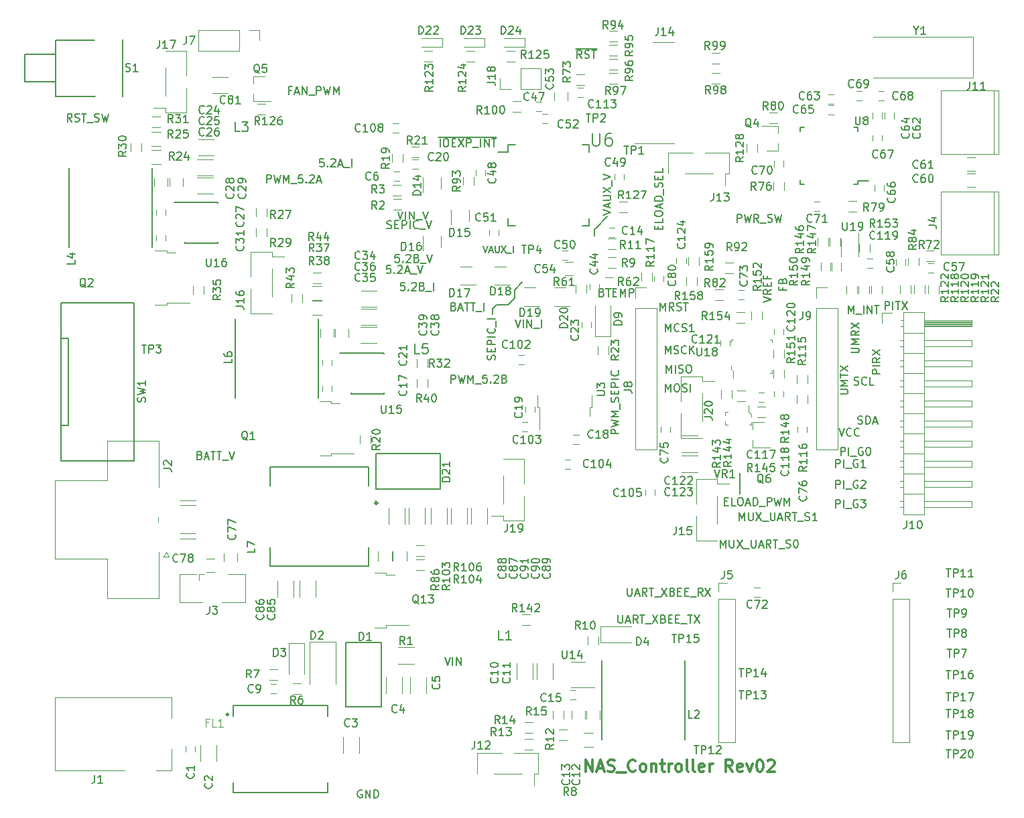
<source format=gbr>
G04 #@! TF.FileFunction,Legend,Top*
%FSLAX46Y46*%
G04 Gerber Fmt 4.6, Leading zero omitted, Abs format (unit mm)*
G04 Created by KiCad (PCBNEW 4.0.7) date 12/12/18 15:38:43*
%MOMM*%
%LPD*%
G01*
G04 APERTURE LIST*
%ADD10C,0.100000*%
%ADD11C,0.200000*%
%ADD12C,0.300000*%
%ADD13C,0.120000*%
%ADD14C,0.150000*%
%ADD15C,0.127000*%
%ADD16C,0.280000*%
%ADD17C,0.152400*%
%ADD18C,0.120246*%
G04 APERTURE END LIST*
D10*
D11*
X86487020Y-58293020D02*
X86487020Y-60960020D01*
X68072020Y-27559020D02*
X68072020Y-28321020D01*
X68326020Y-27305020D02*
X68072020Y-27559020D01*
X69723020Y-25908020D02*
X68326020Y-27305020D01*
X58039020Y-35179020D02*
X58928020Y-34163020D01*
X58039020Y-36195020D02*
X58039020Y-35179020D01*
X57912020Y-36322020D02*
X58039020Y-36195020D01*
X57150020Y-37084020D02*
X57912020Y-36322020D01*
X56896020Y-37084020D02*
X57150020Y-37084020D01*
X55753020Y-37084020D02*
X56896020Y-37084020D01*
X55245020Y-37592020D02*
X55753020Y-37084020D01*
X55245020Y-38227020D02*
X55245020Y-37592020D01*
D12*
X66999565Y-96055591D02*
X66999565Y-94555591D01*
X67856708Y-96055591D01*
X67856708Y-94555591D01*
X68499565Y-95627020D02*
X69213851Y-95627020D01*
X68356708Y-96055591D02*
X68856708Y-94555591D01*
X69356708Y-96055591D01*
X69785279Y-95984163D02*
X69999565Y-96055591D01*
X70356708Y-96055591D01*
X70499565Y-95984163D01*
X70570994Y-95912734D01*
X70642422Y-95769877D01*
X70642422Y-95627020D01*
X70570994Y-95484163D01*
X70499565Y-95412734D01*
X70356708Y-95341306D01*
X70070994Y-95269877D01*
X69928136Y-95198449D01*
X69856708Y-95127020D01*
X69785279Y-94984163D01*
X69785279Y-94841306D01*
X69856708Y-94698449D01*
X69928136Y-94627020D01*
X70070994Y-94555591D01*
X70428136Y-94555591D01*
X70642422Y-94627020D01*
X70928136Y-96198449D02*
X72070993Y-96198449D01*
X73285279Y-95912734D02*
X73213850Y-95984163D01*
X72999564Y-96055591D01*
X72856707Y-96055591D01*
X72642422Y-95984163D01*
X72499564Y-95841306D01*
X72428136Y-95698449D01*
X72356707Y-95412734D01*
X72356707Y-95198449D01*
X72428136Y-94912734D01*
X72499564Y-94769877D01*
X72642422Y-94627020D01*
X72856707Y-94555591D01*
X72999564Y-94555591D01*
X73213850Y-94627020D01*
X73285279Y-94698449D01*
X74142422Y-96055591D02*
X73999564Y-95984163D01*
X73928136Y-95912734D01*
X73856707Y-95769877D01*
X73856707Y-95341306D01*
X73928136Y-95198449D01*
X73999564Y-95127020D01*
X74142422Y-95055591D01*
X74356707Y-95055591D01*
X74499564Y-95127020D01*
X74570993Y-95198449D01*
X74642422Y-95341306D01*
X74642422Y-95769877D01*
X74570993Y-95912734D01*
X74499564Y-95984163D01*
X74356707Y-96055591D01*
X74142422Y-96055591D01*
X75285279Y-95055591D02*
X75285279Y-96055591D01*
X75285279Y-95198449D02*
X75356707Y-95127020D01*
X75499565Y-95055591D01*
X75713850Y-95055591D01*
X75856707Y-95127020D01*
X75928136Y-95269877D01*
X75928136Y-96055591D01*
X76428136Y-95055591D02*
X76999565Y-95055591D01*
X76642422Y-94555591D02*
X76642422Y-95841306D01*
X76713850Y-95984163D01*
X76856708Y-96055591D01*
X76999565Y-96055591D01*
X77499565Y-96055591D02*
X77499565Y-95055591D01*
X77499565Y-95341306D02*
X77570993Y-95198449D01*
X77642422Y-95127020D01*
X77785279Y-95055591D01*
X77928136Y-95055591D01*
X78642422Y-96055591D02*
X78499564Y-95984163D01*
X78428136Y-95912734D01*
X78356707Y-95769877D01*
X78356707Y-95341306D01*
X78428136Y-95198449D01*
X78499564Y-95127020D01*
X78642422Y-95055591D01*
X78856707Y-95055591D01*
X78999564Y-95127020D01*
X79070993Y-95198449D01*
X79142422Y-95341306D01*
X79142422Y-95769877D01*
X79070993Y-95912734D01*
X78999564Y-95984163D01*
X78856707Y-96055591D01*
X78642422Y-96055591D01*
X79999565Y-96055591D02*
X79856707Y-95984163D01*
X79785279Y-95841306D01*
X79785279Y-94555591D01*
X80785279Y-96055591D02*
X80642421Y-95984163D01*
X80570993Y-95841306D01*
X80570993Y-94555591D01*
X81928135Y-95984163D02*
X81785278Y-96055591D01*
X81499564Y-96055591D01*
X81356707Y-95984163D01*
X81285278Y-95841306D01*
X81285278Y-95269877D01*
X81356707Y-95127020D01*
X81499564Y-95055591D01*
X81785278Y-95055591D01*
X81928135Y-95127020D01*
X81999564Y-95269877D01*
X81999564Y-95412734D01*
X81285278Y-95555591D01*
X82642421Y-96055591D02*
X82642421Y-95055591D01*
X82642421Y-95341306D02*
X82713849Y-95198449D01*
X82785278Y-95127020D01*
X82928135Y-95055591D01*
X83070992Y-95055591D01*
X85570992Y-96055591D02*
X85070992Y-95341306D01*
X84713849Y-96055591D02*
X84713849Y-94555591D01*
X85285277Y-94555591D01*
X85428135Y-94627020D01*
X85499563Y-94698449D01*
X85570992Y-94841306D01*
X85570992Y-95055591D01*
X85499563Y-95198449D01*
X85428135Y-95269877D01*
X85285277Y-95341306D01*
X84713849Y-95341306D01*
X86785277Y-95984163D02*
X86642420Y-96055591D01*
X86356706Y-96055591D01*
X86213849Y-95984163D01*
X86142420Y-95841306D01*
X86142420Y-95269877D01*
X86213849Y-95127020D01*
X86356706Y-95055591D01*
X86642420Y-95055591D01*
X86785277Y-95127020D01*
X86856706Y-95269877D01*
X86856706Y-95412734D01*
X86142420Y-95555591D01*
X87356706Y-95055591D02*
X87713849Y-96055591D01*
X88070991Y-95055591D01*
X88928134Y-94555591D02*
X89070991Y-94555591D01*
X89213848Y-94627020D01*
X89285277Y-94698449D01*
X89356706Y-94841306D01*
X89428134Y-95127020D01*
X89428134Y-95484163D01*
X89356706Y-95769877D01*
X89285277Y-95912734D01*
X89213848Y-95984163D01*
X89070991Y-96055591D01*
X88928134Y-96055591D01*
X88785277Y-95984163D01*
X88713848Y-95912734D01*
X88642420Y-95769877D01*
X88570991Y-95484163D01*
X88570991Y-95127020D01*
X88642420Y-94841306D01*
X88713848Y-94698449D01*
X88785277Y-94627020D01*
X88928134Y-94555591D01*
X89999562Y-94698449D02*
X90070991Y-94627020D01*
X90213848Y-94555591D01*
X90570991Y-94555591D01*
X90713848Y-94627020D01*
X90785277Y-94698449D01*
X90856705Y-94841306D01*
X90856705Y-94984163D01*
X90785277Y-95198449D01*
X89928134Y-96055591D01*
X90856705Y-96055591D01*
D13*
X18112020Y-71823020D02*
X18112020Y-71073020D01*
X18112020Y-71073020D02*
X18712020Y-71073020D01*
X17812020Y-71073020D02*
X15662020Y-71073020D01*
X23962020Y-71073020D02*
X23962020Y-74623020D01*
X15662020Y-74623020D02*
X18562020Y-74623020D01*
X15662020Y-71073020D02*
X15662020Y-74623020D01*
X23962020Y-74623020D02*
X21062020Y-74623020D01*
X21812020Y-71073020D02*
X23962020Y-71073020D01*
D14*
X1675000Y-41332600D02*
X675000Y-41332600D01*
X1675000Y-41332600D02*
X1675000Y-52332600D01*
X1675000Y-52332600D02*
X675000Y-52332600D01*
X9975000Y-36832600D02*
X9975000Y-56832600D01*
X9975000Y-56832600D02*
X675000Y-56832600D01*
X675000Y-56832600D02*
X675000Y-36832600D01*
X675000Y-36832600D02*
X9975000Y-36832600D01*
D13*
X17354020Y-35679020D02*
X17354020Y-34679020D01*
X18714020Y-34679020D02*
X18714020Y-35679020D01*
X12735020Y-28925020D02*
X12735020Y-28225020D01*
X13935020Y-28225020D02*
X13935020Y-28925020D01*
X25355020Y-25900020D02*
X25355020Y-24900020D01*
X26715020Y-24900020D02*
X26715020Y-25900020D01*
X25355020Y-28440020D02*
X25355020Y-27440020D01*
X26715020Y-27440020D02*
X26715020Y-28440020D01*
X119200000Y-30750000D02*
X119200000Y-22750000D01*
X111880000Y-30750000D02*
X111880000Y-22750000D01*
X111880000Y-22750000D02*
X119200000Y-22750000D01*
X118580000Y-22750000D02*
X118580000Y-30750000D01*
X119200000Y-30750000D02*
X111880000Y-30750000D01*
X16418020Y-93568020D02*
X16418020Y-92868020D01*
X17618020Y-92868020D02*
X17618020Y-93568020D01*
X20324020Y-94726020D02*
X20324020Y-92726020D01*
X18284020Y-92726020D02*
X18284020Y-94726020D01*
X38358020Y-93686020D02*
X38358020Y-91686020D01*
X36318020Y-91686020D02*
X36318020Y-93686020D01*
X43786000Y-86184000D02*
X43786000Y-84184000D01*
X41746000Y-84184000D02*
X41746000Y-86184000D01*
X46834000Y-86184000D02*
X46834000Y-84184000D01*
X44794000Y-84184000D02*
X44794000Y-86184000D01*
X42797000Y-20211816D02*
X43497000Y-20211816D01*
X43497000Y-21411816D02*
X42797000Y-21411816D01*
X27185132Y-84988642D02*
X27885132Y-84988642D01*
X27885132Y-86188642D02*
X27185132Y-86188642D01*
X60296000Y-84406000D02*
X60296000Y-82406000D01*
X58256000Y-82406000D02*
X58256000Y-84406000D01*
X62836000Y-84406000D02*
X62836000Y-82406000D01*
X60796000Y-82406000D02*
X60796000Y-84406000D01*
X67095020Y-88400020D02*
X67095020Y-89400020D01*
X68795020Y-89400020D02*
X68795020Y-88400020D01*
X65190020Y-88400020D02*
X65190020Y-89400020D01*
X66890020Y-89400020D02*
X66890020Y-88400020D01*
X70626421Y-28493237D02*
X69926421Y-28493237D01*
X69926421Y-27293237D02*
X70626421Y-27293237D01*
X65755020Y-86960020D02*
X65055020Y-86960020D01*
X65055020Y-85760020D02*
X65755020Y-85760020D01*
X45816020Y-19904020D02*
X45116020Y-19904020D01*
X45116020Y-18704020D02*
X45816020Y-18704020D01*
X67656020Y-39274020D02*
X67656020Y-39974020D01*
X66456020Y-39974020D02*
X66456020Y-39274020D01*
X18050020Y-18165020D02*
X20050020Y-18165020D01*
X20050020Y-16125020D02*
X18050020Y-16125020D01*
X17938006Y-20705020D02*
X19938006Y-20705020D01*
X19938006Y-18665020D02*
X17938006Y-18665020D01*
X17938006Y-22991020D02*
X19938006Y-22991020D01*
X19938006Y-20951020D02*
X17938006Y-20951020D01*
X14185020Y-22090020D02*
X14185020Y-21090020D01*
X12485020Y-21090020D02*
X12485020Y-22090020D01*
X16090020Y-22090020D02*
X16090020Y-21090020D01*
X14390020Y-21090020D02*
X14390020Y-22090020D01*
X38624020Y-37342020D02*
X40624020Y-37342020D01*
X40624020Y-35302020D02*
X38624020Y-35302020D01*
X38591000Y-41914020D02*
X40591000Y-41914020D01*
X40591000Y-39874020D02*
X38591000Y-39874020D01*
X38624020Y-39628020D02*
X40624020Y-39628020D01*
X40624020Y-37588020D02*
X38624020Y-37588020D01*
X37045020Y-41140020D02*
X37045020Y-40140020D01*
X35345020Y-40140020D02*
X35345020Y-41140020D01*
X35140020Y-41140020D02*
X35140020Y-40140020D01*
X33440020Y-40140020D02*
X33440020Y-41140020D01*
X67472020Y-35148020D02*
X67472020Y-34448020D01*
X68672020Y-34448020D02*
X68672020Y-35148020D01*
X61404000Y-12632000D02*
X60704000Y-12632000D01*
X60704000Y-11432000D02*
X61404000Y-11432000D01*
X53088000Y-20764000D02*
X53088000Y-20064000D01*
X54288000Y-20064000D02*
X54288000Y-20764000D01*
X70614000Y-21272000D02*
X70614000Y-20572000D01*
X71814000Y-20572000D02*
X71814000Y-21272000D01*
X64006000Y-30228000D02*
X64706000Y-30228000D01*
X64706000Y-31428000D02*
X64006000Y-31428000D01*
X54772020Y-28290020D02*
X54772020Y-27590020D01*
X55972020Y-27590020D02*
X55972020Y-28290020D01*
X61466000Y-12956000D02*
X62166000Y-12956000D01*
X62166000Y-14156000D02*
X61466000Y-14156000D01*
X62998000Y-10262000D02*
X62998000Y-11262000D01*
X64698000Y-11262000D02*
X64698000Y-10262000D01*
X64364000Y-33362020D02*
X65364000Y-33362020D01*
X65364000Y-31662020D02*
X64364000Y-31662020D01*
X105959618Y-12808082D02*
X105959618Y-13508082D01*
X104759618Y-13508082D02*
X104759618Y-12808082D01*
X97631618Y-10449020D02*
X98331618Y-10449020D01*
X98331618Y-11649020D02*
X97631618Y-11649020D01*
X104435618Y-12808082D02*
X104435618Y-13508082D01*
X103235618Y-13508082D02*
X103235618Y-12808082D01*
X97643618Y-11846020D02*
X98343618Y-11846020D01*
X98343618Y-13046020D02*
X97643618Y-13046020D01*
X104689618Y-21952082D02*
X104689618Y-22652082D01*
X103489618Y-22652082D02*
X103489618Y-21952082D01*
X104435618Y-15614082D02*
X104435618Y-16314082D01*
X103235618Y-16314082D02*
X103235618Y-15614082D01*
X104693618Y-11218082D02*
X103993618Y-11218082D01*
X103993618Y-10018082D02*
X104693618Y-10018082D01*
X101199618Y-10018082D02*
X101899618Y-10018082D01*
X101899618Y-11218082D02*
X101199618Y-11218082D01*
X91989618Y-18904082D02*
X91989618Y-19604082D01*
X90789618Y-19604082D02*
X90789618Y-18904082D01*
X96565618Y-25188082D02*
X95865618Y-25188082D01*
X95865618Y-23988082D02*
X96565618Y-23988082D01*
X86976020Y-36414020D02*
X86276020Y-36414020D01*
X86276020Y-35214020D02*
X86976020Y-35214020D01*
X22948020Y-69477020D02*
X22948020Y-68477020D01*
X21248020Y-68477020D02*
X21248020Y-69477020D01*
X20074020Y-69127020D02*
X19074020Y-69127020D01*
X19074020Y-70827020D02*
X20074020Y-70827020D01*
X30824000Y-71992000D02*
X30824000Y-73992000D01*
X32864000Y-73992000D02*
X32864000Y-71992000D01*
X30070000Y-73992000D02*
X30070000Y-71992000D01*
X28030000Y-71992000D02*
X28030000Y-73992000D01*
X46707000Y-64721000D02*
X46707000Y-62721000D01*
X44667000Y-62721000D02*
X44667000Y-64721000D01*
X44167000Y-64721000D02*
X44167000Y-62721000D01*
X42127000Y-62721000D02*
X42127000Y-64721000D01*
X54581000Y-64721000D02*
X54581000Y-62721000D01*
X52541000Y-62721000D02*
X52541000Y-64721000D01*
X52041000Y-64721000D02*
X52041000Y-62721000D01*
X50001000Y-62721000D02*
X50001000Y-64721000D01*
X49501000Y-64721000D02*
X49501000Y-62721000D01*
X47461000Y-62721000D02*
X47461000Y-64721000D01*
X35432020Y-79626020D02*
X32132020Y-79626020D01*
X32132020Y-79626020D02*
X32132020Y-85026020D01*
X35432020Y-79626020D02*
X35432020Y-85026020D01*
X31480020Y-79792020D02*
X29480020Y-79792020D01*
X29480020Y-79792020D02*
X29480020Y-83692020D01*
X31480020Y-79792020D02*
X31480020Y-83692020D01*
X68870020Y-77740020D02*
X68870020Y-79740020D01*
X68870020Y-79740020D02*
X72770020Y-79740020D01*
X68870020Y-77740020D02*
X72770020Y-77740020D01*
X68173944Y-41055174D02*
X70173944Y-41055174D01*
X70173944Y-41055174D02*
X70173944Y-37155174D01*
X68173944Y-41055174D02*
X68173944Y-37155174D01*
D14*
X48597000Y-55873000D02*
X40487000Y-55873000D01*
X40487000Y-55883000D02*
X40487000Y-60383000D01*
X48597000Y-60383000D02*
X40487000Y-60383000D01*
X48597000Y-55883000D02*
X48597000Y-60383000D01*
D13*
X8750000Y-95881900D02*
X-50000Y-95881900D01*
X-50000Y-95881900D02*
X-50000Y-86681900D01*
X14650000Y-93181900D02*
X14650000Y-95881900D01*
X14650000Y-95881900D02*
X12750000Y-95881900D01*
X-50000Y-86681900D02*
X14650000Y-86681900D01*
X14650000Y-86681900D02*
X14650000Y-89281900D01*
X-50000Y-64178800D02*
X-50000Y-69128800D01*
X-50000Y-69128800D02*
X6550000Y-69128800D01*
X6550000Y-69128800D02*
X6550000Y-74128800D01*
X6550000Y-74128800D02*
X13050000Y-74128800D01*
X13050000Y-74128800D02*
X13050000Y-68278800D01*
X-50000Y-64178800D02*
X-50000Y-59228800D01*
X-50000Y-59228800D02*
X6550000Y-59228800D01*
X6550000Y-59228800D02*
X6550000Y-54228800D01*
X6550000Y-54228800D02*
X13050000Y-54228800D01*
X13050000Y-54228800D02*
X13050000Y-60078800D01*
X15800000Y-66578800D02*
X17700000Y-66578800D01*
X15800000Y-65978800D02*
X17700000Y-65978800D01*
X15800000Y-62378800D02*
X17700000Y-62378800D01*
X15800000Y-61778800D02*
X17700000Y-61778800D01*
X13000000Y-64478800D02*
X13000000Y-63878800D01*
X14000000Y-68278800D02*
X14300000Y-68878800D01*
X14300000Y-68878800D02*
X13700000Y-68878800D01*
X13700000Y-68878800D02*
X14000000Y-68278800D01*
X83778000Y-74270000D02*
X83778000Y-92330000D01*
X83778000Y-92330000D02*
X85898000Y-92330000D01*
X85898000Y-92330000D02*
X85898000Y-74270000D01*
X85898000Y-74270000D02*
X83778000Y-74270000D01*
X83778000Y-73270000D02*
X83778000Y-72210000D01*
X83778000Y-72210000D02*
X84838000Y-72210000D01*
X105778000Y-74270000D02*
X105778000Y-92330000D01*
X105778000Y-92330000D02*
X107898000Y-92330000D01*
X107898000Y-92330000D02*
X107898000Y-74270000D01*
X107898000Y-74270000D02*
X105778000Y-74270000D01*
X105778000Y-73270000D02*
X105778000Y-72210000D01*
X105778000Y-72210000D02*
X106838000Y-72210000D01*
X73284000Y-37500000D02*
X73284000Y-55340000D01*
X73284000Y-55340000D02*
X75944000Y-55340000D01*
X75944000Y-55340000D02*
X75944000Y-37500000D01*
X75944000Y-37500000D02*
X73284000Y-37500000D01*
X73284000Y-36230000D02*
X73284000Y-34900000D01*
X73284000Y-34900000D02*
X74614000Y-34900000D01*
X96144000Y-37500000D02*
X96144000Y-55340000D01*
X96144000Y-55340000D02*
X98804000Y-55340000D01*
X98804000Y-55340000D02*
X98804000Y-37500000D01*
X98804000Y-37500000D02*
X96144000Y-37500000D01*
X96144000Y-36230000D02*
X96144000Y-34900000D01*
X96144000Y-34900000D02*
X97474000Y-34900000D01*
X78139600Y-16651600D02*
X78139600Y-16671600D01*
X78139600Y-16671600D02*
X75479600Y-16671600D01*
X75479600Y-16671600D02*
X75479600Y-16651600D01*
X78139600Y-3871600D02*
X78139600Y-3851600D01*
X78139600Y-3851600D02*
X75479600Y-3851600D01*
X75479600Y-3851600D02*
X75479600Y-3871600D01*
X73174600Y-16651600D02*
X75479600Y-16651600D01*
X61368000Y-9806000D02*
X61368000Y-7146000D01*
X58768000Y-9806000D02*
X61368000Y-9806000D01*
X58768000Y-7146000D02*
X61368000Y-7146000D01*
X58768000Y-9806000D02*
X58768000Y-7146000D01*
X57498000Y-9806000D02*
X56168000Y-9806000D01*
X56168000Y-9806000D02*
X56168000Y-8476000D01*
D14*
X79545020Y-81995020D02*
X79545020Y-91995020D01*
X69045020Y-81995020D02*
X69045020Y-91995020D01*
D15*
X39585000Y-67725000D02*
X39585000Y-70065000D01*
X39585000Y-70065000D02*
X27085000Y-70065000D01*
X27085000Y-59905000D02*
X27085000Y-57565000D01*
X27085000Y-70065000D02*
X27085000Y-67725000D01*
X39585000Y-57565000D02*
X39585000Y-59905000D01*
X27085000Y-57565000D02*
X39585000Y-57565000D01*
D12*
X40685000Y-62100000D02*
G75*
G03X40685000Y-62100000I-150000J0D01*
G01*
D13*
X33355020Y-56155020D02*
X34855020Y-56155020D01*
X34855020Y-56155020D02*
X34855020Y-55885020D01*
X34855020Y-55885020D02*
X37685020Y-55885020D01*
X33355020Y-49255020D02*
X34855020Y-49255020D01*
X34855020Y-49255020D02*
X34855020Y-49525020D01*
X34855020Y-49525020D02*
X35955020Y-49525020D01*
X40307000Y-77839000D02*
X41807000Y-77839000D01*
X41807000Y-77839000D02*
X41807000Y-77569000D01*
X41807000Y-77569000D02*
X44637000Y-77569000D01*
X40307000Y-70939000D02*
X41807000Y-70939000D01*
X41807000Y-70939000D02*
X41807000Y-71209000D01*
X41807000Y-71209000D02*
X42907000Y-71209000D01*
X45290000Y-82444000D02*
X43290000Y-82444000D01*
X43290000Y-80304000D02*
X45290000Y-80304000D01*
X43680020Y-25064020D02*
X42680020Y-25064020D01*
X42680020Y-23704020D02*
X43680020Y-23704020D01*
X42647000Y-21909816D02*
X43647000Y-21909816D01*
X43647000Y-23269816D02*
X42647000Y-23269816D01*
X29992020Y-84918020D02*
X30992020Y-84918020D01*
X30992020Y-86278020D02*
X29992020Y-86278020D01*
X27035132Y-83130642D02*
X28035132Y-83130642D01*
X28035132Y-84490642D02*
X27035132Y-84490642D01*
X66710020Y-91195020D02*
X67910020Y-91195020D01*
X67910020Y-92955020D02*
X66710020Y-92955020D01*
X69777447Y-31070020D02*
X70777447Y-31070020D01*
X70777447Y-32430020D02*
X69777447Y-32430020D01*
X68625020Y-79002020D02*
X68625020Y-80002020D01*
X67265020Y-80002020D02*
X67265020Y-79002020D01*
X70776421Y-30017020D02*
X69776421Y-30017020D01*
X69776421Y-28657020D02*
X70776421Y-28657020D01*
X63635020Y-90760020D02*
X64635020Y-90760020D01*
X64635020Y-92120020D02*
X63635020Y-92120020D01*
X59284000Y-91903020D02*
X60284000Y-91903020D01*
X60284000Y-93263020D02*
X59284000Y-93263020D01*
X59284000Y-89838000D02*
X60284000Y-89838000D01*
X60284000Y-91198000D02*
X59284000Y-91198000D01*
X43860020Y-18042020D02*
X43860020Y-19042020D01*
X42500020Y-19042020D02*
X42500020Y-18042020D01*
X45954020Y-18460020D02*
X44954020Y-18460020D01*
X44954020Y-17100020D02*
X45954020Y-17100020D01*
X111655642Y-34639988D02*
X111655642Y-35639988D01*
X110295642Y-35639988D02*
X110295642Y-34639988D01*
X69912344Y-42310774D02*
X69912344Y-43310774D01*
X68552344Y-43310774D02*
X68552344Y-42310774D01*
X13300020Y-19248976D02*
X12100020Y-19248976D01*
X12100020Y-17488976D02*
X13300020Y-17488976D01*
X13300020Y-16962976D02*
X12100020Y-16962976D01*
X12100020Y-15202976D02*
X13300020Y-15202976D01*
X10840020Y-16645020D02*
X10840020Y-17645020D01*
X9480020Y-17645020D02*
X9480020Y-16645020D01*
X12200020Y-13290020D02*
X13200020Y-13290020D01*
X13200020Y-14650020D02*
X12200020Y-14650020D01*
X33620020Y-36440020D02*
X32420020Y-36440020D01*
X32420020Y-34680020D02*
X33620020Y-34680020D01*
X33620020Y-38345020D02*
X32420020Y-38345020D01*
X32420020Y-36585020D02*
X33620020Y-36585020D01*
X45675020Y-47490020D02*
X45675020Y-46490020D01*
X47035020Y-46490020D02*
X47035020Y-47490020D01*
X31160020Y-35695020D02*
X31160020Y-36695020D01*
X29800020Y-36695020D02*
X29800020Y-35695020D01*
X32520020Y-32975020D02*
X33520020Y-32975020D01*
X33520020Y-34335020D02*
X32520020Y-34335020D01*
X65741020Y-35552020D02*
X65741020Y-34552020D01*
X67101020Y-34552020D02*
X67101020Y-35552020D01*
X70477020Y-34970020D02*
X69477020Y-34970020D01*
X69477020Y-33610020D02*
X70477020Y-33610020D01*
X109990020Y-30181020D02*
X110990020Y-30181020D01*
X110990020Y-31541020D02*
X109990020Y-31541020D01*
X90709618Y-22548082D02*
X90709618Y-21548082D01*
X92069618Y-21548082D02*
X92069618Y-22548082D01*
X100211020Y-23958020D02*
X101211020Y-23958020D01*
X101211020Y-25318020D02*
X100211020Y-25318020D01*
X91178020Y-14142020D02*
X90178020Y-14142020D01*
X90178020Y-12782020D02*
X91178020Y-12782020D01*
X84320020Y-36494020D02*
X83320020Y-36494020D01*
X83320020Y-35134020D02*
X84320020Y-35134020D01*
X107741758Y-32105364D02*
X107741758Y-31105364D01*
X109101758Y-31105364D02*
X109101758Y-32105364D01*
X84590020Y-31705020D02*
X85590020Y-31705020D01*
X85590020Y-33065020D02*
X84590020Y-33065020D01*
X52844000Y-20930000D02*
X52844000Y-21930000D01*
X51484000Y-21930000D02*
X51484000Y-20930000D01*
X70952000Y-3822000D02*
X69952000Y-3822000D01*
X69952000Y-2462000D02*
X70952000Y-2462000D01*
X70952000Y-5600000D02*
X69952000Y-5600000D01*
X69952000Y-4240000D02*
X70952000Y-4240000D01*
X70952000Y-7378000D02*
X69952000Y-7378000D01*
X69952000Y-6018000D02*
X70952000Y-6018000D01*
X70952000Y-9156000D02*
X69952000Y-9156000D01*
X69952000Y-7796000D02*
X70952000Y-7796000D01*
X82906000Y-7796000D02*
X83906000Y-7796000D01*
X83906000Y-9156000D02*
X82906000Y-9156000D01*
X82906000Y-5256000D02*
X83906000Y-5256000D01*
X83906000Y-6616000D02*
X82906000Y-6616000D01*
X58760000Y-12712000D02*
X57760000Y-12712000D01*
X57760000Y-11352000D02*
X58760000Y-11352000D01*
X44408000Y-68234020D02*
X44408000Y-69434020D01*
X42648000Y-69434020D02*
X42648000Y-68234020D01*
X46568000Y-70624000D02*
X45568000Y-70624000D01*
X45568000Y-69264000D02*
X46568000Y-69264000D01*
X46568000Y-68846000D02*
X45568000Y-68846000D01*
X45568000Y-67486000D02*
X46568000Y-67486000D01*
X60907347Y-48516195D02*
X60907347Y-50016195D01*
X60907347Y-50016195D02*
X61177347Y-50016195D01*
X61177347Y-50016195D02*
X61177347Y-52846195D01*
X67807347Y-48516195D02*
X67807347Y-50016195D01*
X67807347Y-50016195D02*
X67537347Y-50016195D01*
X67537347Y-50016195D02*
X67537347Y-51116195D01*
D14*
X36696000Y-79734000D02*
X36696000Y-87844000D01*
X36706000Y-87844000D02*
X41206000Y-87844000D01*
X41206000Y-79734000D02*
X41206000Y-87844000D01*
X36706000Y-79734000D02*
X41206000Y-79734000D01*
D13*
X46432000Y-20984000D02*
X46432000Y-22884000D01*
X48752000Y-22384000D02*
X48752000Y-20984000D01*
X49988000Y-25048000D02*
X49988000Y-26948000D01*
X52308000Y-26448000D02*
X52308000Y-25048000D01*
X46432000Y-28350000D02*
X46432000Y-30250000D01*
X48752000Y-29750000D02*
X48752000Y-28350000D01*
X51210000Y-34528000D02*
X53110000Y-34528000D01*
X52610000Y-32208000D02*
X51210000Y-32208000D01*
X55528000Y-34528000D02*
X57428000Y-34528000D01*
X56928000Y-32208000D02*
X55528000Y-32208000D01*
X59244020Y-37228020D02*
X61144020Y-37228020D01*
X60644020Y-34908020D02*
X59244020Y-34908020D01*
X63054020Y-37228020D02*
X64954020Y-37228020D01*
X64454020Y-34908020D02*
X63054020Y-34908020D01*
X85150020Y-17847020D02*
X85150020Y-20507020D01*
X77410020Y-17847020D02*
X77410020Y-20507020D01*
X83060020Y-20507020D02*
X79500020Y-20507020D01*
X85150020Y-17847020D02*
X82040020Y-17847020D01*
X84580020Y-20507020D02*
X84580020Y-22027020D01*
X85150020Y-20507020D02*
X84580020Y-20507020D01*
X77980020Y-17847020D02*
X77410020Y-17847020D01*
X80520020Y-17847020D02*
X77410020Y-17847020D01*
X80962020Y-59122020D02*
X83622020Y-59122020D01*
X80962020Y-66862020D02*
X83622020Y-66862020D01*
X83622020Y-61212020D02*
X83622020Y-64772020D01*
X80962020Y-59122020D02*
X80962020Y-62232020D01*
X83622020Y-59692020D02*
X85142020Y-59692020D01*
X83622020Y-59122020D02*
X83622020Y-59692020D01*
X80962020Y-66292020D02*
X80962020Y-66862020D01*
X80962020Y-63752020D02*
X80962020Y-66862020D01*
D15*
X22448020Y-89018020D02*
X22448020Y-87718020D01*
X22448020Y-87718020D02*
X34448020Y-87718020D01*
X34448020Y-87718020D02*
X34448020Y-89018020D01*
X34448020Y-97418020D02*
X34448020Y-98718020D01*
X34448020Y-98718020D02*
X22448020Y-98718020D01*
X22448020Y-98718020D02*
X22448020Y-97418020D01*
D16*
X21888020Y-88818020D02*
G75*
G03X21888020Y-88818020I-140000J0D01*
G01*
D13*
X110267020Y-31785020D02*
X110967020Y-31785020D01*
X110967020Y-32985020D02*
X110267020Y-32985020D01*
X106211330Y-32037344D02*
X106211330Y-31337344D01*
X107411330Y-31337344D02*
X107411330Y-32037344D01*
X116197020Y-20486020D02*
X115197020Y-20486020D01*
X115197020Y-22186020D02*
X116197020Y-22186020D01*
X116197020Y-18454020D02*
X115197020Y-18454020D01*
X115197020Y-20154020D02*
X116197020Y-20154020D01*
X76800020Y-33432020D02*
X76800020Y-34132020D01*
X75600020Y-34132020D02*
X75600020Y-33432020D01*
X48884000Y-4454000D02*
X48884000Y-3354000D01*
X48884000Y-3354000D02*
X46284000Y-3354000D01*
X48884000Y-4454000D02*
X46284000Y-4454000D01*
X54218000Y-4454000D02*
X54218000Y-3354000D01*
X54218000Y-3354000D02*
X51618000Y-3354000D01*
X54218000Y-4454000D02*
X51618000Y-4454000D01*
X59298000Y-4454000D02*
X59298000Y-3354000D01*
X59298000Y-3354000D02*
X56698000Y-3354000D01*
X59298000Y-4454000D02*
X56698000Y-4454000D01*
X18068000Y-2320000D02*
X18068000Y-4980000D01*
X23208000Y-2320000D02*
X18068000Y-2320000D01*
X23208000Y-4980000D02*
X18068000Y-4980000D01*
X23208000Y-2320000D02*
X23208000Y-4980000D01*
X24478000Y-2320000D02*
X25808000Y-2320000D01*
X25808000Y-2320000D02*
X25808000Y-3650000D01*
X107104000Y-38040000D02*
X107104000Y-63560000D01*
X107104000Y-63560000D02*
X109764000Y-63560000D01*
X109764000Y-63560000D02*
X109764000Y-38040000D01*
X109764000Y-38040000D02*
X107104000Y-38040000D01*
X109764000Y-38990000D02*
X115764000Y-38990000D01*
X115764000Y-38990000D02*
X115764000Y-39750000D01*
X115764000Y-39750000D02*
X109764000Y-39750000D01*
X109764000Y-39050000D02*
X115764000Y-39050000D01*
X109764000Y-39170000D02*
X115764000Y-39170000D01*
X109764000Y-39290000D02*
X115764000Y-39290000D01*
X109764000Y-39410000D02*
X115764000Y-39410000D01*
X109764000Y-39530000D02*
X115764000Y-39530000D01*
X109764000Y-39650000D02*
X115764000Y-39650000D01*
X106774000Y-38990000D02*
X107104000Y-38990000D01*
X106774000Y-39750000D02*
X107104000Y-39750000D01*
X107104000Y-40640000D02*
X109764000Y-40640000D01*
X109764000Y-41530000D02*
X115764000Y-41530000D01*
X115764000Y-41530000D02*
X115764000Y-42290000D01*
X115764000Y-42290000D02*
X109764000Y-42290000D01*
X106706929Y-41530000D02*
X107104000Y-41530000D01*
X106706929Y-42290000D02*
X107104000Y-42290000D01*
X107104000Y-43180000D02*
X109764000Y-43180000D01*
X109764000Y-44070000D02*
X115764000Y-44070000D01*
X115764000Y-44070000D02*
X115764000Y-44830000D01*
X115764000Y-44830000D02*
X109764000Y-44830000D01*
X106706929Y-44070000D02*
X107104000Y-44070000D01*
X106706929Y-44830000D02*
X107104000Y-44830000D01*
X107104000Y-45720000D02*
X109764000Y-45720000D01*
X109764000Y-46610000D02*
X115764000Y-46610000D01*
X115764000Y-46610000D02*
X115764000Y-47370000D01*
X115764000Y-47370000D02*
X109764000Y-47370000D01*
X106706929Y-46610000D02*
X107104000Y-46610000D01*
X106706929Y-47370000D02*
X107104000Y-47370000D01*
X107104000Y-48260000D02*
X109764000Y-48260000D01*
X109764000Y-49150000D02*
X115764000Y-49150000D01*
X115764000Y-49150000D02*
X115764000Y-49910000D01*
X115764000Y-49910000D02*
X109764000Y-49910000D01*
X106706929Y-49150000D02*
X107104000Y-49150000D01*
X106706929Y-49910000D02*
X107104000Y-49910000D01*
X107104000Y-50800000D02*
X109764000Y-50800000D01*
X109764000Y-51690000D02*
X115764000Y-51690000D01*
X115764000Y-51690000D02*
X115764000Y-52450000D01*
X115764000Y-52450000D02*
X109764000Y-52450000D01*
X106706929Y-51690000D02*
X107104000Y-51690000D01*
X106706929Y-52450000D02*
X107104000Y-52450000D01*
X107104000Y-53340000D02*
X109764000Y-53340000D01*
X109764000Y-54230000D02*
X115764000Y-54230000D01*
X115764000Y-54230000D02*
X115764000Y-54990000D01*
X115764000Y-54990000D02*
X109764000Y-54990000D01*
X106706929Y-54230000D02*
X107104000Y-54230000D01*
X106706929Y-54990000D02*
X107104000Y-54990000D01*
X107104000Y-55880000D02*
X109764000Y-55880000D01*
X109764000Y-56770000D02*
X115764000Y-56770000D01*
X115764000Y-56770000D02*
X115764000Y-57530000D01*
X115764000Y-57530000D02*
X109764000Y-57530000D01*
X106706929Y-56770000D02*
X107104000Y-56770000D01*
X106706929Y-57530000D02*
X107104000Y-57530000D01*
X107104000Y-58420000D02*
X109764000Y-58420000D01*
X109764000Y-59310000D02*
X115764000Y-59310000D01*
X115764000Y-59310000D02*
X115764000Y-60070000D01*
X115764000Y-60070000D02*
X109764000Y-60070000D01*
X106706929Y-59310000D02*
X107104000Y-59310000D01*
X106706929Y-60070000D02*
X107104000Y-60070000D01*
X107104000Y-60960000D02*
X109764000Y-60960000D01*
X109764000Y-61850000D02*
X115764000Y-61850000D01*
X115764000Y-61850000D02*
X115764000Y-62610000D01*
X115764000Y-62610000D02*
X109764000Y-62610000D01*
X106706929Y-61850000D02*
X107104000Y-61850000D01*
X106706929Y-62610000D02*
X107104000Y-62610000D01*
X104394000Y-39370000D02*
X104394000Y-38100000D01*
X104394000Y-38100000D02*
X105664000Y-38100000D01*
X95041020Y-45982020D02*
X95041020Y-46982020D01*
X93681020Y-46982020D02*
X93681020Y-45982020D01*
X93681020Y-49522020D02*
X93681020Y-48522020D01*
X95041020Y-48522020D02*
X95041020Y-49522020D01*
X75356020Y-33028020D02*
X75356020Y-34028020D01*
X73996020Y-34028020D02*
X73996020Y-33028020D01*
X102795225Y-34660767D02*
X102795225Y-35660767D01*
X101435225Y-35660767D02*
X101435225Y-34660767D01*
X108099642Y-34639988D02*
X108099642Y-35639988D01*
X106739642Y-35639988D02*
X106739642Y-34639988D01*
X104446225Y-34660767D02*
X104446225Y-35660767D01*
X103086225Y-35660767D02*
X103086225Y-34660767D01*
X108517642Y-35639988D02*
X108517642Y-34639988D01*
X109877642Y-34639988D02*
X109877642Y-35639988D01*
X99911225Y-35660767D02*
X99911225Y-34660767D01*
X101271225Y-34660767D02*
X101271225Y-35660767D01*
X46584000Y-5002000D02*
X47584000Y-5002000D01*
X47584000Y-6362000D02*
X46584000Y-6362000D01*
X51918000Y-5002000D02*
X52918000Y-5002000D01*
X52918000Y-6362000D02*
X51918000Y-6362000D01*
X56998000Y-5002000D02*
X57998000Y-5002000D01*
X57998000Y-6362000D02*
X56998000Y-6362000D01*
D15*
X8510000Y-3563800D02*
X8510000Y-10723800D01*
X5000Y-10698800D02*
X5000Y-8898800D01*
X5000Y-8898800D02*
X5000Y-5388800D01*
X5000Y-5388800D02*
X5000Y-3588800D01*
X5000Y-5388800D02*
X-3850000Y-5388800D01*
X-3850000Y-5388800D02*
X-3850000Y-8898800D01*
X-3850000Y-8898800D02*
X5000Y-8898800D01*
X5000000Y-10698800D02*
X5000Y-10698800D01*
X5000Y-3588800D02*
X4985000Y-3588800D01*
D13*
X25535020Y-11639020D02*
X26535020Y-11639020D01*
X26535020Y-12999020D02*
X25535020Y-12999020D01*
X72222000Y-25412000D02*
X71222000Y-25412000D01*
X71222000Y-24052000D02*
X72222000Y-24052000D01*
X87331020Y-17722082D02*
X87331020Y-16722082D01*
X88691020Y-16722082D02*
X88691020Y-17722082D01*
X65436020Y-53502020D02*
X66136020Y-53502020D01*
X66136020Y-54702020D02*
X65436020Y-54702020D01*
X59344020Y-50642020D02*
X59344020Y-49942020D01*
X60544020Y-49942020D02*
X60544020Y-50642020D01*
X88996020Y-74006020D02*
X88296020Y-74006020D01*
X88296020Y-72806020D02*
X88996020Y-72806020D01*
X76489020Y-53182000D02*
X76489020Y-52482000D01*
X77689020Y-52482000D02*
X77689020Y-53182000D01*
X93761020Y-53182020D02*
X93761020Y-52482020D01*
X94961020Y-52482020D02*
X94961020Y-53182020D01*
X21828020Y-8251020D02*
X19828020Y-8251020D01*
X19828020Y-10291020D02*
X21828020Y-10291020D01*
X119200000Y-18000000D02*
X119200000Y-10000000D01*
X111880000Y-18000000D02*
X111880000Y-10000000D01*
X111880000Y-10000000D02*
X119200000Y-10000000D01*
X118580000Y-10000000D02*
X118580000Y-18000000D01*
X119200000Y-18000000D02*
X111880000Y-18000000D01*
X42536020Y-68234020D02*
X42536020Y-69434020D01*
X40776020Y-69434020D02*
X40776020Y-68234020D01*
D14*
X101364618Y-21863082D02*
X101364618Y-21413082D01*
X94114618Y-21863082D02*
X94114618Y-21338082D01*
X94114618Y-14613082D02*
X94114618Y-15138082D01*
X101364618Y-14613082D02*
X101364618Y-15138082D01*
X101364618Y-21863082D02*
X100839618Y-21863082D01*
X101364618Y-14613082D02*
X100839618Y-14613082D01*
X94114618Y-14613082D02*
X94639618Y-14613082D01*
X94114618Y-21863082D02*
X94639618Y-21863082D01*
X101364618Y-21413082D02*
X102739618Y-21413082D01*
D13*
X59202520Y-44605520D02*
X58502520Y-44605520D01*
X58502520Y-43405520D02*
X59202520Y-43405520D01*
X59671020Y-53051020D02*
X58971020Y-53051020D01*
X58971020Y-51851020D02*
X59671020Y-51851020D01*
X65068520Y-57813520D02*
X64368520Y-57813520D01*
X64368520Y-56613520D02*
X65068520Y-56613520D01*
X75720520Y-60419520D02*
X75720520Y-61119520D01*
X74520520Y-61119520D02*
X74520520Y-60419520D01*
X43351520Y-15332020D02*
X42651520Y-15332020D01*
X42651520Y-14132020D02*
X43351520Y-14132020D01*
X65956020Y-9623520D02*
X66656020Y-9623520D01*
X66656020Y-10823520D02*
X65956020Y-10823520D01*
X66794020Y-9316020D02*
X65794020Y-9316020D01*
X65794020Y-7956020D02*
X66794020Y-7956020D01*
D14*
X57224000Y-17738000D02*
X55924000Y-17738000D01*
D17*
X58107600Y-16832600D02*
X57218600Y-16832600D01*
X57218600Y-27043400D02*
X58107600Y-27043400D01*
X67429400Y-27043400D02*
X67429400Y-26154400D01*
X67429400Y-16832600D02*
X66540400Y-16832600D01*
X57218600Y-16832600D02*
X57218600Y-17721600D01*
X57218600Y-26154400D02*
X57218600Y-27043400D01*
X66540400Y-27043400D02*
X67429400Y-27043400D01*
X67429400Y-17721600D02*
X67429400Y-16832600D01*
D13*
X103320020Y-8342082D02*
X115920020Y-8342082D01*
X115920020Y-8342082D02*
X115920020Y-3242082D01*
X115920020Y-3242082D02*
X103320020Y-3242082D01*
X66940020Y-82210020D02*
X65140020Y-82210020D01*
X65140020Y-85430020D02*
X68090020Y-85430020D01*
D14*
X37342520Y-43145020D02*
X37342520Y-43195020D01*
X41492520Y-43145020D02*
X41492520Y-43290020D01*
X41492520Y-48295020D02*
X41492520Y-48150020D01*
X37342520Y-48295020D02*
X37342520Y-48150020D01*
X37342520Y-43145020D02*
X41492520Y-43145020D01*
X37342520Y-48295020D02*
X41492520Y-48295020D01*
X37342520Y-43195020D02*
X35942520Y-43195020D01*
X16387520Y-24095020D02*
X16387520Y-24145020D01*
X20537520Y-24095020D02*
X20537520Y-24240020D01*
X20537520Y-29245020D02*
X20537520Y-29100020D01*
X16387520Y-29245020D02*
X16387520Y-29100020D01*
X16387520Y-24095020D02*
X20537520Y-24095020D01*
X16387520Y-29245020D02*
X20537520Y-29245020D01*
X16387520Y-24145020D02*
X14987520Y-24145020D01*
D13*
X33690020Y-47975020D02*
X33690020Y-47275020D01*
X34890020Y-47275020D02*
X34890020Y-47975020D01*
X34890020Y-43985020D02*
X34890020Y-44685020D01*
X33690020Y-44685020D02*
X33690020Y-43985020D01*
X13935020Y-25050020D02*
X13935020Y-25750020D01*
X12735020Y-25750020D02*
X12735020Y-25050020D01*
D14*
X1735020Y-29765020D02*
X1735020Y-19765020D01*
X12235020Y-29765020D02*
X12235020Y-19765020D01*
X22690020Y-48815020D02*
X22690020Y-38815020D01*
X33190020Y-48815020D02*
X33190020Y-38815020D01*
D13*
X12595020Y-37105020D02*
X14095020Y-37105020D01*
X14095020Y-37105020D02*
X14095020Y-36835020D01*
X14095020Y-36835020D02*
X16925020Y-36835020D01*
X12595020Y-30205020D02*
X14095020Y-30205020D01*
X14095020Y-30205020D02*
X14095020Y-30475020D01*
X14095020Y-30475020D02*
X15195020Y-30475020D01*
X64180020Y-88400020D02*
X64180020Y-89400020D01*
X62820020Y-89400020D02*
X62820020Y-88400020D01*
X38436020Y-54602020D02*
X38436020Y-53602020D01*
X39796020Y-53602020D02*
X39796020Y-54602020D01*
X45675020Y-44950020D02*
X45675020Y-43950020D01*
X47035020Y-43950020D02*
X47035020Y-44950020D01*
X59936020Y-77515020D02*
X58936020Y-77515020D01*
X58936020Y-76155020D02*
X59936020Y-76155020D01*
X89566827Y-49339421D02*
X88866827Y-49339421D01*
X88866827Y-48139421D02*
X89566827Y-48139421D01*
X90775827Y-48708421D02*
X90775827Y-48008421D01*
X91975827Y-48008421D02*
X91975827Y-48708421D01*
X103240793Y-32387045D02*
X102540793Y-32387045D01*
X102540793Y-31187045D02*
X103240793Y-31187045D01*
X91975827Y-40134421D02*
X91975827Y-40834421D01*
X90775827Y-40834421D02*
X90775827Y-40134421D01*
X83982020Y-42260020D02*
X83982020Y-41560020D01*
X85182020Y-41560020D02*
X85182020Y-42260020D01*
X81129271Y-53614489D02*
X79129271Y-53614489D01*
X79129271Y-55654489D02*
X81129271Y-55654489D01*
X81129271Y-56154489D02*
X79129271Y-56154489D01*
X79129271Y-58194489D02*
X81129271Y-58194489D01*
X79675120Y-31125062D02*
X79675120Y-31825062D01*
X78475120Y-31825062D02*
X78475120Y-31125062D01*
X61020020Y-93670020D02*
X61020020Y-96330020D01*
X53280020Y-93670020D02*
X53280020Y-96330020D01*
X58930020Y-96330020D02*
X55370020Y-96330020D01*
X61020020Y-93670020D02*
X57910020Y-93670020D01*
X60450020Y-96330020D02*
X60450020Y-97850020D01*
X61020020Y-96330020D02*
X60450020Y-96330020D01*
X53850020Y-93670020D02*
X53280020Y-93670020D01*
X56390020Y-93670020D02*
X53280020Y-93670020D01*
X24705020Y-30420020D02*
X27365020Y-30420020D01*
X24705020Y-38160020D02*
X27365020Y-38160020D01*
X27365020Y-32510020D02*
X27365020Y-36070020D01*
X24705020Y-30420020D02*
X24705020Y-33530020D01*
X27365020Y-30990020D02*
X28885020Y-30990020D01*
X27365020Y-30420020D02*
X27365020Y-30990020D01*
X24705020Y-37590020D02*
X24705020Y-38160020D01*
X24705020Y-35050020D02*
X24705020Y-38160020D01*
X16570020Y-12760020D02*
X13910020Y-12760020D01*
X16570020Y-5020020D02*
X13910020Y-5020020D01*
X13910020Y-10670020D02*
X13910020Y-7110020D01*
X16570020Y-12760020D02*
X16570020Y-9650020D01*
X13910020Y-12190020D02*
X12390020Y-12190020D01*
X13910020Y-12760020D02*
X13910020Y-12190020D01*
X16570020Y-5590020D02*
X16570020Y-5020020D01*
X16570020Y-8130020D02*
X16570020Y-5020020D01*
X59242020Y-64322020D02*
X56582020Y-64322020D01*
X59242020Y-56582020D02*
X56582020Y-56582020D01*
X56582020Y-62232020D02*
X56582020Y-58672020D01*
X59242020Y-64322020D02*
X59242020Y-61212020D01*
X56582020Y-63752020D02*
X55062020Y-63752020D01*
X56582020Y-64322020D02*
X56582020Y-63752020D01*
X59242020Y-57152020D02*
X59242020Y-56582020D01*
X59242020Y-59692020D02*
X59242020Y-56582020D01*
X79057020Y-46168020D02*
X81717020Y-46168020D01*
X79057020Y-53908020D02*
X81717020Y-53908020D01*
X81717020Y-48258020D02*
X81717020Y-51818020D01*
X79057020Y-46168020D02*
X79057020Y-49278020D01*
X81717020Y-46738020D02*
X83237020Y-46738020D01*
X81717020Y-46168020D02*
X81717020Y-46738020D01*
X79057020Y-53338020D02*
X79057020Y-53908020D01*
X79057020Y-50798020D02*
X79057020Y-53908020D01*
X91311020Y-17582020D02*
X91311020Y-16652020D01*
X91311020Y-14422020D02*
X91311020Y-15352020D01*
X91311020Y-14422020D02*
X89151020Y-14422020D01*
X91311020Y-17582020D02*
X89851020Y-17582020D01*
X25021020Y-8199020D02*
X25021020Y-9129020D01*
X25021020Y-11359020D02*
X25021020Y-10429020D01*
X25021020Y-11359020D02*
X27181020Y-11359020D01*
X25021020Y-8199020D02*
X26481020Y-8199020D01*
X88091827Y-51919421D02*
X88091827Y-52849421D01*
X88091827Y-55079421D02*
X88091827Y-54149421D01*
X88091827Y-55079421D02*
X90251827Y-55079421D01*
X88091827Y-51919421D02*
X89551827Y-51919421D01*
X85451827Y-47858421D02*
X85451827Y-48858421D01*
X84091827Y-48858421D02*
X84091827Y-47858421D01*
X87176827Y-49292421D02*
X86176827Y-49292421D01*
X86176827Y-47932421D02*
X87176827Y-47932421D01*
X89716827Y-51324421D02*
X88716827Y-51324421D01*
X88716827Y-49964421D02*
X89716827Y-49964421D01*
X96280053Y-29589373D02*
X96280053Y-28589373D01*
X97640053Y-28589373D02*
X97640053Y-29589373D01*
X99164053Y-28589373D02*
X99164053Y-29589373D01*
X97804053Y-29589373D02*
X97804053Y-28589373D01*
X92055827Y-45318421D02*
X92055827Y-46318421D01*
X90695827Y-46318421D02*
X90695827Y-45318421D01*
X99232020Y-31720995D02*
X99232020Y-32720995D01*
X97872020Y-32720995D02*
X97872020Y-31720995D01*
X96729020Y-32720995D02*
X96729020Y-31720995D01*
X98089020Y-31720995D02*
X98089020Y-32720995D01*
X90695827Y-43778421D02*
X90695827Y-42778421D01*
X92055827Y-42778421D02*
X92055827Y-43778421D01*
X89261827Y-37952421D02*
X89261827Y-38952421D01*
X87901827Y-38952421D02*
X87901827Y-37952421D01*
X102935793Y-29382045D02*
X102935793Y-30382045D01*
X101575793Y-30382045D02*
X101575793Y-29382045D01*
X87049827Y-39386421D02*
X86049827Y-39386421D01*
X86049827Y-38026421D02*
X87049827Y-38026421D01*
X81025120Y-33630062D02*
X81025120Y-34630062D01*
X79665120Y-34630062D02*
X79665120Y-33630062D01*
X81325020Y-31090062D02*
X81325020Y-32090062D01*
X79965020Y-32090062D02*
X79965020Y-31090062D01*
D10*
X85346827Y-44769421D02*
X85346827Y-45169421D01*
X85346827Y-45169421D02*
X85646827Y-45469421D01*
X85646827Y-45469421D02*
X85646827Y-46269421D01*
X90246827Y-45669421D02*
X90546827Y-45669421D01*
X90546827Y-45669421D02*
X90546827Y-45369421D01*
X85646827Y-41469421D02*
X85346827Y-41469421D01*
X85346827Y-41469421D02*
X85346827Y-41769421D01*
X90246827Y-41469421D02*
X90546827Y-41469421D01*
X90546827Y-41469421D02*
X90546827Y-41769421D01*
D13*
X99250793Y-30982045D02*
X99250793Y-28782045D01*
X101450793Y-30982045D02*
X101450793Y-27982045D01*
D10*
X87945827Y-51231421D02*
X87945827Y-50956421D01*
X87945827Y-50956421D02*
X87670827Y-50581421D01*
X87670827Y-50581421D02*
X87620827Y-50581421D01*
X87620827Y-50581421D02*
X87620827Y-49806421D01*
X84645827Y-51056421D02*
X84645827Y-50581421D01*
X84645827Y-50581421D02*
X84995827Y-50581421D01*
X84870827Y-52231421D02*
X84995827Y-52231421D01*
X84945827Y-52231421D02*
X84645827Y-52231421D01*
X84645827Y-52231421D02*
X84645827Y-51781421D01*
X87945827Y-51856421D02*
X87945827Y-52231421D01*
X87945827Y-52231421D02*
X87645827Y-52231421D01*
D14*
X19478687Y-75144401D02*
X19478687Y-75858687D01*
X19431067Y-76001544D01*
X19335829Y-76096782D01*
X19192972Y-76144401D01*
X19097734Y-76144401D01*
X19859639Y-75144401D02*
X20478687Y-75144401D01*
X20145353Y-75525353D01*
X20288211Y-75525353D01*
X20383449Y-75572972D01*
X20431068Y-75620591D01*
X20478687Y-75715830D01*
X20478687Y-75953925D01*
X20431068Y-76049163D01*
X20383449Y-76096782D01*
X20288211Y-76144401D01*
X20002496Y-76144401D01*
X19907258Y-76096782D01*
X19859639Y-76049163D01*
X11326782Y-49339353D02*
X11374401Y-49196496D01*
X11374401Y-48958400D01*
X11326782Y-48863162D01*
X11279163Y-48815543D01*
X11183925Y-48767924D01*
X11088687Y-48767924D01*
X10993449Y-48815543D01*
X10945830Y-48863162D01*
X10898210Y-48958400D01*
X10850591Y-49148877D01*
X10802972Y-49244115D01*
X10755353Y-49291734D01*
X10660115Y-49339353D01*
X10564877Y-49339353D01*
X10469639Y-49291734D01*
X10422020Y-49244115D01*
X10374401Y-49148877D01*
X10374401Y-48910781D01*
X10422020Y-48767924D01*
X10374401Y-48434591D02*
X11374401Y-48196496D01*
X10660115Y-48006019D01*
X11374401Y-47815543D01*
X10374401Y-47577448D01*
X11374401Y-46672686D02*
X11374401Y-47244115D01*
X11374401Y-46958401D02*
X10374401Y-46958401D01*
X10517258Y-47053639D01*
X10612496Y-47148877D01*
X10660115Y-47244115D01*
X20899401Y-35821877D02*
X20423210Y-36155211D01*
X20899401Y-36393306D02*
X19899401Y-36393306D01*
X19899401Y-36012353D01*
X19947020Y-35917115D01*
X19994639Y-35869496D01*
X20089877Y-35821877D01*
X20232734Y-35821877D01*
X20327972Y-35869496D01*
X20375591Y-35917115D01*
X20423210Y-36012353D01*
X20423210Y-36393306D01*
X19899401Y-35488544D02*
X19899401Y-34869496D01*
X20280353Y-35202830D01*
X20280353Y-35059972D01*
X20327972Y-34964734D01*
X20375591Y-34917115D01*
X20470830Y-34869496D01*
X20708925Y-34869496D01*
X20804163Y-34917115D01*
X20851782Y-34964734D01*
X20899401Y-35059972D01*
X20899401Y-35345687D01*
X20851782Y-35440925D01*
X20804163Y-35488544D01*
X19899401Y-33964734D02*
X19899401Y-34440925D01*
X20375591Y-34488544D01*
X20327972Y-34440925D01*
X20280353Y-34345687D01*
X20280353Y-34107591D01*
X20327972Y-34012353D01*
X20375591Y-33964734D01*
X20470830Y-33917115D01*
X20708925Y-33917115D01*
X20804163Y-33964734D01*
X20851782Y-34012353D01*
X20899401Y-34107591D01*
X20899401Y-34345687D01*
X20851782Y-34440925D01*
X20804163Y-34488544D01*
X23725163Y-29598877D02*
X23772782Y-29646496D01*
X23820401Y-29789353D01*
X23820401Y-29884591D01*
X23772782Y-30027449D01*
X23677544Y-30122687D01*
X23582306Y-30170306D01*
X23391830Y-30217925D01*
X23248972Y-30217925D01*
X23058496Y-30170306D01*
X22963258Y-30122687D01*
X22868020Y-30027449D01*
X22820401Y-29884591D01*
X22820401Y-29789353D01*
X22868020Y-29646496D01*
X22915639Y-29598877D01*
X22820401Y-29265544D02*
X22820401Y-28646496D01*
X23201353Y-28979830D01*
X23201353Y-28836972D01*
X23248972Y-28741734D01*
X23296591Y-28694115D01*
X23391830Y-28646496D01*
X23629925Y-28646496D01*
X23725163Y-28694115D01*
X23772782Y-28741734D01*
X23820401Y-28836972D01*
X23820401Y-29122687D01*
X23772782Y-29217925D01*
X23725163Y-29265544D01*
X23820401Y-27694115D02*
X23820401Y-28265544D01*
X23820401Y-27979830D02*
X22820401Y-27979830D01*
X22963258Y-28075068D01*
X23058496Y-28170306D01*
X23106115Y-28265544D01*
X27805163Y-26106401D02*
X27471829Y-25630210D01*
X27233734Y-26106401D02*
X27233734Y-25106401D01*
X27614687Y-25106401D01*
X27709925Y-25154020D01*
X27757544Y-25201639D01*
X27805163Y-25296877D01*
X27805163Y-25439734D01*
X27757544Y-25534972D01*
X27709925Y-25582591D01*
X27614687Y-25630210D01*
X27233734Y-25630210D01*
X28186115Y-25201639D02*
X28233734Y-25154020D01*
X28328972Y-25106401D01*
X28567068Y-25106401D01*
X28662306Y-25154020D01*
X28709925Y-25201639D01*
X28757544Y-25296877D01*
X28757544Y-25392115D01*
X28709925Y-25534972D01*
X28138496Y-26106401D01*
X28757544Y-26106401D01*
X29090877Y-25106401D02*
X29757544Y-25106401D01*
X29328972Y-26106401D01*
X27805163Y-29662401D02*
X27471829Y-29186210D01*
X27233734Y-29662401D02*
X27233734Y-28662401D01*
X27614687Y-28662401D01*
X27709925Y-28710020D01*
X27757544Y-28757639D01*
X27805163Y-28852877D01*
X27805163Y-28995734D01*
X27757544Y-29090972D01*
X27709925Y-29138591D01*
X27614687Y-29186210D01*
X27233734Y-29186210D01*
X28186115Y-28757639D02*
X28233734Y-28710020D01*
X28328972Y-28662401D01*
X28567068Y-28662401D01*
X28662306Y-28710020D01*
X28709925Y-28757639D01*
X28757544Y-28852877D01*
X28757544Y-28948115D01*
X28709925Y-29090972D01*
X28138496Y-29662401D01*
X28757544Y-29662401D01*
X29233734Y-29662401D02*
X29424210Y-29662401D01*
X29519449Y-29614782D01*
X29567068Y-29567163D01*
X29662306Y-29424306D01*
X29709925Y-29233830D01*
X29709925Y-28852877D01*
X29662306Y-28757639D01*
X29614687Y-28710020D01*
X29519449Y-28662401D01*
X29328972Y-28662401D01*
X29233734Y-28710020D01*
X29186115Y-28757639D01*
X29138496Y-28852877D01*
X29138496Y-29090972D01*
X29186115Y-29186210D01*
X29233734Y-29233830D01*
X29328972Y-29281449D01*
X29519449Y-29281449D01*
X29614687Y-29233830D01*
X29662306Y-29186210D01*
X29709925Y-29090972D01*
X110323401Y-27003353D02*
X111037687Y-27003353D01*
X111180544Y-27050973D01*
X111275782Y-27146211D01*
X111323401Y-27289068D01*
X111323401Y-27384306D01*
X110656734Y-26098591D02*
X111323401Y-26098591D01*
X110275782Y-26336687D02*
X110990068Y-26574782D01*
X110990068Y-25955734D01*
X17469163Y-96272686D02*
X17516782Y-96320305D01*
X17564401Y-96463162D01*
X17564401Y-96558400D01*
X17516782Y-96701258D01*
X17421544Y-96796496D01*
X17326306Y-96844115D01*
X17135830Y-96891734D01*
X16992972Y-96891734D01*
X16802496Y-96844115D01*
X16707258Y-96796496D01*
X16612020Y-96701258D01*
X16564401Y-96558400D01*
X16564401Y-96463162D01*
X16612020Y-96320305D01*
X16659639Y-96272686D01*
X17564401Y-95320305D02*
X17564401Y-95891734D01*
X17564401Y-95606020D02*
X16564401Y-95606020D01*
X16707258Y-95701258D01*
X16802496Y-95796496D01*
X16850115Y-95891734D01*
X19755163Y-97542686D02*
X19802782Y-97590305D01*
X19850401Y-97733162D01*
X19850401Y-97828400D01*
X19802782Y-97971258D01*
X19707544Y-98066496D01*
X19612306Y-98114115D01*
X19421830Y-98161734D01*
X19278972Y-98161734D01*
X19088496Y-98114115D01*
X18993258Y-98066496D01*
X18898020Y-97971258D01*
X18850401Y-97828400D01*
X18850401Y-97733162D01*
X18898020Y-97590305D01*
X18945639Y-97542686D01*
X18945639Y-97161734D02*
X18898020Y-97114115D01*
X18850401Y-97018877D01*
X18850401Y-96780781D01*
X18898020Y-96685543D01*
X18945639Y-96637924D01*
X19040877Y-96590305D01*
X19136115Y-96590305D01*
X19278972Y-96637924D01*
X19850401Y-97209353D01*
X19850401Y-96590305D01*
X37171354Y-90273163D02*
X37123735Y-90320782D01*
X36980878Y-90368401D01*
X36885640Y-90368401D01*
X36742782Y-90320782D01*
X36647544Y-90225544D01*
X36599925Y-90130306D01*
X36552306Y-89939830D01*
X36552306Y-89796972D01*
X36599925Y-89606496D01*
X36647544Y-89511258D01*
X36742782Y-89416020D01*
X36885640Y-89368401D01*
X36980878Y-89368401D01*
X37123735Y-89416020D01*
X37171354Y-89463639D01*
X37504687Y-89368401D02*
X38123735Y-89368401D01*
X37790401Y-89749353D01*
X37933259Y-89749353D01*
X38028497Y-89796972D01*
X38076116Y-89844591D01*
X38123735Y-89939830D01*
X38123735Y-90177925D01*
X38076116Y-90273163D01*
X38028497Y-90320782D01*
X37933259Y-90368401D01*
X37647544Y-90368401D01*
X37552306Y-90320782D01*
X37504687Y-90273163D01*
X43140354Y-88495163D02*
X43092735Y-88542782D01*
X42949878Y-88590401D01*
X42854640Y-88590401D01*
X42711782Y-88542782D01*
X42616544Y-88447544D01*
X42568925Y-88352306D01*
X42521306Y-88161830D01*
X42521306Y-88018972D01*
X42568925Y-87828496D01*
X42616544Y-87733258D01*
X42711782Y-87638020D01*
X42854640Y-87590401D01*
X42949878Y-87590401D01*
X43092735Y-87638020D01*
X43140354Y-87685639D01*
X43997497Y-87923734D02*
X43997497Y-88590401D01*
X43759401Y-87542782D02*
X43521306Y-88257068D01*
X44140354Y-88257068D01*
X48490163Y-85002686D02*
X48537782Y-85050305D01*
X48585401Y-85193162D01*
X48585401Y-85288400D01*
X48537782Y-85431258D01*
X48442544Y-85526496D01*
X48347306Y-85574115D01*
X48156830Y-85621734D01*
X48013972Y-85621734D01*
X47823496Y-85574115D01*
X47728258Y-85526496D01*
X47633020Y-85431258D01*
X47585401Y-85288400D01*
X47585401Y-85193162D01*
X47633020Y-85050305D01*
X47680639Y-85002686D01*
X47585401Y-84097924D02*
X47585401Y-84574115D01*
X48061591Y-84621734D01*
X48013972Y-84574115D01*
X47966353Y-84478877D01*
X47966353Y-84240781D01*
X48013972Y-84145543D01*
X48061591Y-84097924D01*
X48156830Y-84050305D01*
X48394925Y-84050305D01*
X48490163Y-84097924D01*
X48537782Y-84145543D01*
X48585401Y-84240781D01*
X48585401Y-84478877D01*
X48537782Y-84574115D01*
X48490163Y-84621734D01*
X39838354Y-21185163D02*
X39790735Y-21232782D01*
X39647878Y-21280401D01*
X39552640Y-21280401D01*
X39409782Y-21232782D01*
X39314544Y-21137544D01*
X39266925Y-21042306D01*
X39219306Y-20851830D01*
X39219306Y-20708972D01*
X39266925Y-20518496D01*
X39314544Y-20423258D01*
X39409782Y-20328020D01*
X39552640Y-20280401D01*
X39647878Y-20280401D01*
X39790735Y-20328020D01*
X39838354Y-20375639D01*
X40695497Y-20280401D02*
X40505020Y-20280401D01*
X40409782Y-20328020D01*
X40362163Y-20375639D01*
X40266925Y-20518496D01*
X40219306Y-20708972D01*
X40219306Y-21089925D01*
X40266925Y-21185163D01*
X40314544Y-21232782D01*
X40409782Y-21280401D01*
X40600259Y-21280401D01*
X40695497Y-21232782D01*
X40743116Y-21185163D01*
X40790735Y-21089925D01*
X40790735Y-20851830D01*
X40743116Y-20756591D01*
X40695497Y-20708972D01*
X40600259Y-20661353D01*
X40409782Y-20661353D01*
X40314544Y-20708972D01*
X40266925Y-20756591D01*
X40219306Y-20851830D01*
X24979354Y-85955163D02*
X24931735Y-86002782D01*
X24788878Y-86050401D01*
X24693640Y-86050401D01*
X24550782Y-86002782D01*
X24455544Y-85907544D01*
X24407925Y-85812306D01*
X24360306Y-85621830D01*
X24360306Y-85478972D01*
X24407925Y-85288496D01*
X24455544Y-85193258D01*
X24550782Y-85098020D01*
X24693640Y-85050401D01*
X24788878Y-85050401D01*
X24931735Y-85098020D01*
X24979354Y-85145639D01*
X25455544Y-86050401D02*
X25646020Y-86050401D01*
X25741259Y-86002782D01*
X25788878Y-85955163D01*
X25884116Y-85812306D01*
X25931735Y-85621830D01*
X25931735Y-85240877D01*
X25884116Y-85145639D01*
X25836497Y-85098020D01*
X25741259Y-85050401D01*
X25550782Y-85050401D01*
X25455544Y-85098020D01*
X25407925Y-85145639D01*
X25360306Y-85240877D01*
X25360306Y-85478972D01*
X25407925Y-85574210D01*
X25455544Y-85621830D01*
X25550782Y-85669449D01*
X25741259Y-85669449D01*
X25836497Y-85621830D01*
X25884116Y-85574210D01*
X25931735Y-85478972D01*
X55856163Y-84208877D02*
X55903782Y-84256496D01*
X55951401Y-84399353D01*
X55951401Y-84494591D01*
X55903782Y-84637449D01*
X55808544Y-84732687D01*
X55713306Y-84780306D01*
X55522830Y-84827925D01*
X55379972Y-84827925D01*
X55189496Y-84780306D01*
X55094258Y-84732687D01*
X54999020Y-84637449D01*
X54951401Y-84494591D01*
X54951401Y-84399353D01*
X54999020Y-84256496D01*
X55046639Y-84208877D01*
X55951401Y-83256496D02*
X55951401Y-83827925D01*
X55951401Y-83542211D02*
X54951401Y-83542211D01*
X55094258Y-83637449D01*
X55189496Y-83732687D01*
X55237115Y-83827925D01*
X54951401Y-82637449D02*
X54951401Y-82542210D01*
X54999020Y-82446972D01*
X55046639Y-82399353D01*
X55141877Y-82351734D01*
X55332353Y-82304115D01*
X55570449Y-82304115D01*
X55760925Y-82351734D01*
X55856163Y-82399353D01*
X55903782Y-82446972D01*
X55951401Y-82542210D01*
X55951401Y-82637449D01*
X55903782Y-82732687D01*
X55856163Y-82780306D01*
X55760925Y-82827925D01*
X55570449Y-82875544D01*
X55332353Y-82875544D01*
X55141877Y-82827925D01*
X55046639Y-82780306D01*
X54999020Y-82732687D01*
X54951401Y-82637449D01*
X57380163Y-84208877D02*
X57427782Y-84256496D01*
X57475401Y-84399353D01*
X57475401Y-84494591D01*
X57427782Y-84637449D01*
X57332544Y-84732687D01*
X57237306Y-84780306D01*
X57046830Y-84827925D01*
X56903972Y-84827925D01*
X56713496Y-84780306D01*
X56618258Y-84732687D01*
X56523020Y-84637449D01*
X56475401Y-84494591D01*
X56475401Y-84399353D01*
X56523020Y-84256496D01*
X56570639Y-84208877D01*
X57475401Y-83256496D02*
X57475401Y-83827925D01*
X57475401Y-83542211D02*
X56475401Y-83542211D01*
X56618258Y-83637449D01*
X56713496Y-83732687D01*
X56761115Y-83827925D01*
X57475401Y-82304115D02*
X57475401Y-82875544D01*
X57475401Y-82589830D02*
X56475401Y-82589830D01*
X56618258Y-82685068D01*
X56713496Y-82780306D01*
X56761115Y-82875544D01*
X66168563Y-97086677D02*
X66216182Y-97134296D01*
X66263801Y-97277153D01*
X66263801Y-97372391D01*
X66216182Y-97515249D01*
X66120944Y-97610487D01*
X66025706Y-97658106D01*
X65835230Y-97705725D01*
X65692372Y-97705725D01*
X65501896Y-97658106D01*
X65406658Y-97610487D01*
X65311420Y-97515249D01*
X65263801Y-97372391D01*
X65263801Y-97277153D01*
X65311420Y-97134296D01*
X65359039Y-97086677D01*
X66263801Y-96134296D02*
X66263801Y-96705725D01*
X66263801Y-96420011D02*
X65263801Y-96420011D01*
X65406658Y-96515249D01*
X65501896Y-96610487D01*
X65549515Y-96705725D01*
X65359039Y-95753344D02*
X65311420Y-95705725D01*
X65263801Y-95610487D01*
X65263801Y-95372391D01*
X65311420Y-95277153D01*
X65359039Y-95229534D01*
X65454277Y-95181915D01*
X65549515Y-95181915D01*
X65692372Y-95229534D01*
X66263801Y-95800963D01*
X66263801Y-95181915D01*
X64898563Y-97086677D02*
X64946182Y-97134296D01*
X64993801Y-97277153D01*
X64993801Y-97372391D01*
X64946182Y-97515249D01*
X64850944Y-97610487D01*
X64755706Y-97658106D01*
X64565230Y-97705725D01*
X64422372Y-97705725D01*
X64231896Y-97658106D01*
X64136658Y-97610487D01*
X64041420Y-97515249D01*
X63993801Y-97372391D01*
X63993801Y-97277153D01*
X64041420Y-97134296D01*
X64089039Y-97086677D01*
X64993801Y-96134296D02*
X64993801Y-96705725D01*
X64993801Y-96420011D02*
X63993801Y-96420011D01*
X64136658Y-96515249D01*
X64231896Y-96610487D01*
X64279515Y-96705725D01*
X63993801Y-95800963D02*
X63993801Y-95181915D01*
X64374753Y-95515249D01*
X64374753Y-95372391D01*
X64422372Y-95277153D01*
X64469991Y-95229534D01*
X64565230Y-95181915D01*
X64803325Y-95181915D01*
X64898563Y-95229534D01*
X64946182Y-95277153D01*
X64993801Y-95372391D01*
X64993801Y-95658106D01*
X64946182Y-95753344D01*
X64898563Y-95800963D01*
X72255163Y-28043163D02*
X72207544Y-28090782D01*
X72064687Y-28138401D01*
X71969449Y-28138401D01*
X71826591Y-28090782D01*
X71731353Y-27995544D01*
X71683734Y-27900306D01*
X71636115Y-27709830D01*
X71636115Y-27566972D01*
X71683734Y-27376496D01*
X71731353Y-27281258D01*
X71826591Y-27186020D01*
X71969449Y-27138401D01*
X72064687Y-27138401D01*
X72207544Y-27186020D01*
X72255163Y-27233639D01*
X73207544Y-28138401D02*
X72636115Y-28138401D01*
X72921829Y-28138401D02*
X72921829Y-27138401D01*
X72826591Y-27281258D01*
X72731353Y-27376496D01*
X72636115Y-27424115D01*
X74064687Y-27471734D02*
X74064687Y-28138401D01*
X73826591Y-27090782D02*
X73588496Y-27805068D01*
X74207544Y-27805068D01*
X61968163Y-87098163D02*
X61920544Y-87145782D01*
X61777687Y-87193401D01*
X61682449Y-87193401D01*
X61539591Y-87145782D01*
X61444353Y-87050544D01*
X61396734Y-86955306D01*
X61349115Y-86764830D01*
X61349115Y-86621972D01*
X61396734Y-86431496D01*
X61444353Y-86336258D01*
X61539591Y-86241020D01*
X61682449Y-86193401D01*
X61777687Y-86193401D01*
X61920544Y-86241020D01*
X61968163Y-86288639D01*
X62920544Y-87193401D02*
X62349115Y-87193401D01*
X62634829Y-87193401D02*
X62634829Y-86193401D01*
X62539591Y-86336258D01*
X62444353Y-86431496D01*
X62349115Y-86479115D01*
X63825306Y-86193401D02*
X63349115Y-86193401D01*
X63301496Y-86669591D01*
X63349115Y-86621972D01*
X63444353Y-86574353D01*
X63682449Y-86574353D01*
X63777687Y-86621972D01*
X63825306Y-86669591D01*
X63872925Y-86764830D01*
X63872925Y-87002925D01*
X63825306Y-87098163D01*
X63777687Y-87145782D01*
X63682449Y-87193401D01*
X63444353Y-87193401D01*
X63349115Y-87145782D01*
X63301496Y-87098163D01*
X47744163Y-18746763D02*
X47696544Y-18794382D01*
X47553687Y-18842001D01*
X47458449Y-18842001D01*
X47315591Y-18794382D01*
X47220353Y-18699144D01*
X47172734Y-18603906D01*
X47125115Y-18413430D01*
X47125115Y-18270572D01*
X47172734Y-18080096D01*
X47220353Y-17984858D01*
X47315591Y-17889620D01*
X47458449Y-17842001D01*
X47553687Y-17842001D01*
X47696544Y-17889620D01*
X47744163Y-17937239D01*
X48125115Y-17937239D02*
X48172734Y-17889620D01*
X48267972Y-17842001D01*
X48506068Y-17842001D01*
X48601306Y-17889620D01*
X48648925Y-17937239D01*
X48696544Y-18032477D01*
X48696544Y-18127715D01*
X48648925Y-18270572D01*
X48077496Y-18842001D01*
X48696544Y-18842001D01*
X49315591Y-17842001D02*
X49410830Y-17842001D01*
X49506068Y-17889620D01*
X49553687Y-17937239D01*
X49601306Y-18032477D01*
X49648925Y-18222953D01*
X49648925Y-18461049D01*
X49601306Y-18651525D01*
X49553687Y-18746763D01*
X49506068Y-18794382D01*
X49410830Y-18842001D01*
X49315591Y-18842001D01*
X49220353Y-18794382D01*
X49172734Y-18746763D01*
X49125115Y-18651525D01*
X49077496Y-18461049D01*
X49077496Y-18222953D01*
X49125115Y-18032477D01*
X49172734Y-17937239D01*
X49220353Y-17889620D01*
X49315591Y-17842001D01*
X66016163Y-40901877D02*
X66063782Y-40949496D01*
X66111401Y-41092353D01*
X66111401Y-41187591D01*
X66063782Y-41330449D01*
X65968544Y-41425687D01*
X65873306Y-41473306D01*
X65682830Y-41520925D01*
X65539972Y-41520925D01*
X65349496Y-41473306D01*
X65254258Y-41425687D01*
X65159020Y-41330449D01*
X65111401Y-41187591D01*
X65111401Y-41092353D01*
X65159020Y-40949496D01*
X65206639Y-40901877D01*
X65206639Y-40520925D02*
X65159020Y-40473306D01*
X65111401Y-40378068D01*
X65111401Y-40139972D01*
X65159020Y-40044734D01*
X65206639Y-39997115D01*
X65301877Y-39949496D01*
X65397115Y-39949496D01*
X65539972Y-39997115D01*
X66111401Y-40568544D01*
X66111401Y-39949496D01*
X65111401Y-39616163D02*
X65111401Y-38997115D01*
X65492353Y-39330449D01*
X65492353Y-39187591D01*
X65539972Y-39092353D01*
X65587591Y-39044734D01*
X65682830Y-38997115D01*
X65920925Y-38997115D01*
X66016163Y-39044734D01*
X66063782Y-39092353D01*
X66111401Y-39187591D01*
X66111401Y-39473306D01*
X66063782Y-39568544D01*
X66016163Y-39616163D01*
X18788163Y-12803163D02*
X18740544Y-12850782D01*
X18597687Y-12898401D01*
X18502449Y-12898401D01*
X18359591Y-12850782D01*
X18264353Y-12755544D01*
X18216734Y-12660306D01*
X18169115Y-12469830D01*
X18169115Y-12326972D01*
X18216734Y-12136496D01*
X18264353Y-12041258D01*
X18359591Y-11946020D01*
X18502449Y-11898401D01*
X18597687Y-11898401D01*
X18740544Y-11946020D01*
X18788163Y-11993639D01*
X19169115Y-11993639D02*
X19216734Y-11946020D01*
X19311972Y-11898401D01*
X19550068Y-11898401D01*
X19645306Y-11946020D01*
X19692925Y-11993639D01*
X19740544Y-12088877D01*
X19740544Y-12184115D01*
X19692925Y-12326972D01*
X19121496Y-12898401D01*
X19740544Y-12898401D01*
X20597687Y-12231734D02*
X20597687Y-12898401D01*
X20359591Y-11850782D02*
X20121496Y-12565068D01*
X20740544Y-12565068D01*
X18788163Y-14200163D02*
X18740544Y-14247782D01*
X18597687Y-14295401D01*
X18502449Y-14295401D01*
X18359591Y-14247782D01*
X18264353Y-14152544D01*
X18216734Y-14057306D01*
X18169115Y-13866830D01*
X18169115Y-13723972D01*
X18216734Y-13533496D01*
X18264353Y-13438258D01*
X18359591Y-13343020D01*
X18502449Y-13295401D01*
X18597687Y-13295401D01*
X18740544Y-13343020D01*
X18788163Y-13390639D01*
X19169115Y-13390639D02*
X19216734Y-13343020D01*
X19311972Y-13295401D01*
X19550068Y-13295401D01*
X19645306Y-13343020D01*
X19692925Y-13390639D01*
X19740544Y-13485877D01*
X19740544Y-13581115D01*
X19692925Y-13723972D01*
X19121496Y-14295401D01*
X19740544Y-14295401D01*
X20645306Y-13295401D02*
X20169115Y-13295401D01*
X20121496Y-13771591D01*
X20169115Y-13723972D01*
X20264353Y-13676353D01*
X20502449Y-13676353D01*
X20597687Y-13723972D01*
X20645306Y-13771591D01*
X20692925Y-13866830D01*
X20692925Y-14104925D01*
X20645306Y-14200163D01*
X20597687Y-14247782D01*
X20502449Y-14295401D01*
X20264353Y-14295401D01*
X20169115Y-14247782D01*
X20121496Y-14200163D01*
X18788163Y-15597163D02*
X18740544Y-15644782D01*
X18597687Y-15692401D01*
X18502449Y-15692401D01*
X18359591Y-15644782D01*
X18264353Y-15549544D01*
X18216734Y-15454306D01*
X18169115Y-15263830D01*
X18169115Y-15120972D01*
X18216734Y-14930496D01*
X18264353Y-14835258D01*
X18359591Y-14740020D01*
X18502449Y-14692401D01*
X18597687Y-14692401D01*
X18740544Y-14740020D01*
X18788163Y-14787639D01*
X19169115Y-14787639D02*
X19216734Y-14740020D01*
X19311972Y-14692401D01*
X19550068Y-14692401D01*
X19645306Y-14740020D01*
X19692925Y-14787639D01*
X19740544Y-14882877D01*
X19740544Y-14978115D01*
X19692925Y-15120972D01*
X19121496Y-15692401D01*
X19740544Y-15692401D01*
X20597687Y-14692401D02*
X20407210Y-14692401D01*
X20311972Y-14740020D01*
X20264353Y-14787639D01*
X20169115Y-14930496D01*
X20121496Y-15120972D01*
X20121496Y-15501925D01*
X20169115Y-15597163D01*
X20216734Y-15644782D01*
X20311972Y-15692401D01*
X20502449Y-15692401D01*
X20597687Y-15644782D01*
X20645306Y-15597163D01*
X20692925Y-15501925D01*
X20692925Y-15263830D01*
X20645306Y-15168591D01*
X20597687Y-15120972D01*
X20502449Y-15073353D01*
X20311972Y-15073353D01*
X20216734Y-15120972D01*
X20169115Y-15168591D01*
X20121496Y-15263830D01*
X22455163Y-22994877D02*
X22502782Y-23042496D01*
X22550401Y-23185353D01*
X22550401Y-23280591D01*
X22502782Y-23423449D01*
X22407544Y-23518687D01*
X22312306Y-23566306D01*
X22121830Y-23613925D01*
X21978972Y-23613925D01*
X21788496Y-23566306D01*
X21693258Y-23518687D01*
X21598020Y-23423449D01*
X21550401Y-23280591D01*
X21550401Y-23185353D01*
X21598020Y-23042496D01*
X21645639Y-22994877D01*
X21645639Y-22613925D02*
X21598020Y-22566306D01*
X21550401Y-22471068D01*
X21550401Y-22232972D01*
X21598020Y-22137734D01*
X21645639Y-22090115D01*
X21740877Y-22042496D01*
X21836115Y-22042496D01*
X21978972Y-22090115D01*
X22550401Y-22661544D01*
X22550401Y-22042496D01*
X21978972Y-21471068D02*
X21931353Y-21566306D01*
X21883734Y-21613925D01*
X21788496Y-21661544D01*
X21740877Y-21661544D01*
X21645639Y-21613925D01*
X21598020Y-21566306D01*
X21550401Y-21471068D01*
X21550401Y-21280591D01*
X21598020Y-21185353D01*
X21645639Y-21137734D01*
X21740877Y-21090115D01*
X21788496Y-21090115D01*
X21883734Y-21137734D01*
X21931353Y-21185353D01*
X21978972Y-21280591D01*
X21978972Y-21471068D01*
X22026591Y-21566306D01*
X22074210Y-21613925D01*
X22169449Y-21661544D01*
X22359925Y-21661544D01*
X22455163Y-21613925D01*
X22502782Y-21566306D01*
X22550401Y-21471068D01*
X22550401Y-21280591D01*
X22502782Y-21185353D01*
X22455163Y-21137734D01*
X22359925Y-21090115D01*
X22169449Y-21090115D01*
X22074210Y-21137734D01*
X22026591Y-21185353D01*
X21978972Y-21280591D01*
X23979163Y-22994877D02*
X24026782Y-23042496D01*
X24074401Y-23185353D01*
X24074401Y-23280591D01*
X24026782Y-23423449D01*
X23931544Y-23518687D01*
X23836306Y-23566306D01*
X23645830Y-23613925D01*
X23502972Y-23613925D01*
X23312496Y-23566306D01*
X23217258Y-23518687D01*
X23122020Y-23423449D01*
X23074401Y-23280591D01*
X23074401Y-23185353D01*
X23122020Y-23042496D01*
X23169639Y-22994877D01*
X23169639Y-22613925D02*
X23122020Y-22566306D01*
X23074401Y-22471068D01*
X23074401Y-22232972D01*
X23122020Y-22137734D01*
X23169639Y-22090115D01*
X23264877Y-22042496D01*
X23360115Y-22042496D01*
X23502972Y-22090115D01*
X24074401Y-22661544D01*
X24074401Y-22042496D01*
X24074401Y-21566306D02*
X24074401Y-21375830D01*
X24026782Y-21280591D01*
X23979163Y-21232972D01*
X23836306Y-21137734D01*
X23645830Y-21090115D01*
X23264877Y-21090115D01*
X23169639Y-21137734D01*
X23122020Y-21185353D01*
X23074401Y-21280591D01*
X23074401Y-21471068D01*
X23122020Y-21566306D01*
X23169639Y-21613925D01*
X23264877Y-21661544D01*
X23502972Y-21661544D01*
X23598210Y-21613925D01*
X23645830Y-21566306D01*
X23693449Y-21471068D01*
X23693449Y-21280591D01*
X23645830Y-21185353D01*
X23598210Y-21137734D01*
X23502972Y-21090115D01*
X38473163Y-31218163D02*
X38425544Y-31265782D01*
X38282687Y-31313401D01*
X38187449Y-31313401D01*
X38044591Y-31265782D01*
X37949353Y-31170544D01*
X37901734Y-31075306D01*
X37854115Y-30884830D01*
X37854115Y-30741972D01*
X37901734Y-30551496D01*
X37949353Y-30456258D01*
X38044591Y-30361020D01*
X38187449Y-30313401D01*
X38282687Y-30313401D01*
X38425544Y-30361020D01*
X38473163Y-30408639D01*
X38806496Y-30313401D02*
X39425544Y-30313401D01*
X39092210Y-30694353D01*
X39235068Y-30694353D01*
X39330306Y-30741972D01*
X39377925Y-30789591D01*
X39425544Y-30884830D01*
X39425544Y-31122925D01*
X39377925Y-31218163D01*
X39330306Y-31265782D01*
X39235068Y-31313401D01*
X38949353Y-31313401D01*
X38854115Y-31265782D01*
X38806496Y-31218163D01*
X40282687Y-30646734D02*
X40282687Y-31313401D01*
X40044591Y-30265782D02*
X39806496Y-30980068D01*
X40425544Y-30980068D01*
X38473163Y-34012163D02*
X38425544Y-34059782D01*
X38282687Y-34107401D01*
X38187449Y-34107401D01*
X38044591Y-34059782D01*
X37949353Y-33964544D01*
X37901734Y-33869306D01*
X37854115Y-33678830D01*
X37854115Y-33535972D01*
X37901734Y-33345496D01*
X37949353Y-33250258D01*
X38044591Y-33155020D01*
X38187449Y-33107401D01*
X38282687Y-33107401D01*
X38425544Y-33155020D01*
X38473163Y-33202639D01*
X38806496Y-33107401D02*
X39425544Y-33107401D01*
X39092210Y-33488353D01*
X39235068Y-33488353D01*
X39330306Y-33535972D01*
X39377925Y-33583591D01*
X39425544Y-33678830D01*
X39425544Y-33916925D01*
X39377925Y-34012163D01*
X39330306Y-34059782D01*
X39235068Y-34107401D01*
X38949353Y-34107401D01*
X38854115Y-34059782D01*
X38806496Y-34012163D01*
X40330306Y-33107401D02*
X39854115Y-33107401D01*
X39806496Y-33583591D01*
X39854115Y-33535972D01*
X39949353Y-33488353D01*
X40187449Y-33488353D01*
X40282687Y-33535972D01*
X40330306Y-33583591D01*
X40377925Y-33678830D01*
X40377925Y-33916925D01*
X40330306Y-34012163D01*
X40282687Y-34059782D01*
X40187449Y-34107401D01*
X39949353Y-34107401D01*
X39854115Y-34059782D01*
X39806496Y-34012163D01*
X38473163Y-32615163D02*
X38425544Y-32662782D01*
X38282687Y-32710401D01*
X38187449Y-32710401D01*
X38044591Y-32662782D01*
X37949353Y-32567544D01*
X37901734Y-32472306D01*
X37854115Y-32281830D01*
X37854115Y-32138972D01*
X37901734Y-31948496D01*
X37949353Y-31853258D01*
X38044591Y-31758020D01*
X38187449Y-31710401D01*
X38282687Y-31710401D01*
X38425544Y-31758020D01*
X38473163Y-31805639D01*
X38806496Y-31710401D02*
X39425544Y-31710401D01*
X39092210Y-32091353D01*
X39235068Y-32091353D01*
X39330306Y-32138972D01*
X39377925Y-32186591D01*
X39425544Y-32281830D01*
X39425544Y-32519925D01*
X39377925Y-32615163D01*
X39330306Y-32662782D01*
X39235068Y-32710401D01*
X38949353Y-32710401D01*
X38854115Y-32662782D01*
X38806496Y-32615163D01*
X40282687Y-31710401D02*
X40092210Y-31710401D01*
X39996972Y-31758020D01*
X39949353Y-31805639D01*
X39854115Y-31948496D01*
X39806496Y-32138972D01*
X39806496Y-32519925D01*
X39854115Y-32615163D01*
X39901734Y-32662782D01*
X39996972Y-32710401D01*
X40187449Y-32710401D01*
X40282687Y-32662782D01*
X40330306Y-32615163D01*
X40377925Y-32519925D01*
X40377925Y-32281830D01*
X40330306Y-32186591D01*
X40282687Y-32138972D01*
X40187449Y-32091353D01*
X39996972Y-32091353D01*
X39901734Y-32138972D01*
X39854115Y-32186591D01*
X39806496Y-32281830D01*
X48363163Y-40266877D02*
X48410782Y-40314496D01*
X48458401Y-40457353D01*
X48458401Y-40552591D01*
X48410782Y-40695449D01*
X48315544Y-40790687D01*
X48220306Y-40838306D01*
X48029830Y-40885925D01*
X47886972Y-40885925D01*
X47696496Y-40838306D01*
X47601258Y-40790687D01*
X47506020Y-40695449D01*
X47458401Y-40552591D01*
X47458401Y-40457353D01*
X47506020Y-40314496D01*
X47553639Y-40266877D01*
X47458401Y-39933544D02*
X47458401Y-39314496D01*
X47839353Y-39647830D01*
X47839353Y-39504972D01*
X47886972Y-39409734D01*
X47934591Y-39362115D01*
X48029830Y-39314496D01*
X48267925Y-39314496D01*
X48363163Y-39362115D01*
X48410782Y-39409734D01*
X48458401Y-39504972D01*
X48458401Y-39790687D01*
X48410782Y-39885925D01*
X48363163Y-39933544D01*
X47886972Y-38743068D02*
X47839353Y-38838306D01*
X47791734Y-38885925D01*
X47696496Y-38933544D01*
X47648877Y-38933544D01*
X47553639Y-38885925D01*
X47506020Y-38838306D01*
X47458401Y-38743068D01*
X47458401Y-38552591D01*
X47506020Y-38457353D01*
X47553639Y-38409734D01*
X47648877Y-38362115D01*
X47696496Y-38362115D01*
X47791734Y-38409734D01*
X47839353Y-38457353D01*
X47886972Y-38552591D01*
X47886972Y-38743068D01*
X47934591Y-38838306D01*
X47982210Y-38885925D01*
X48077449Y-38933544D01*
X48267925Y-38933544D01*
X48363163Y-38885925D01*
X48410782Y-38838306D01*
X48458401Y-38743068D01*
X48458401Y-38552591D01*
X48410782Y-38457353D01*
X48363163Y-38409734D01*
X48267925Y-38362115D01*
X48077449Y-38362115D01*
X47982210Y-38409734D01*
X47934591Y-38457353D01*
X47886972Y-38552591D01*
X46839163Y-40266877D02*
X46886782Y-40314496D01*
X46934401Y-40457353D01*
X46934401Y-40552591D01*
X46886782Y-40695449D01*
X46791544Y-40790687D01*
X46696306Y-40838306D01*
X46505830Y-40885925D01*
X46362972Y-40885925D01*
X46172496Y-40838306D01*
X46077258Y-40790687D01*
X45982020Y-40695449D01*
X45934401Y-40552591D01*
X45934401Y-40457353D01*
X45982020Y-40314496D01*
X46029639Y-40266877D01*
X45934401Y-39933544D02*
X45934401Y-39314496D01*
X46315353Y-39647830D01*
X46315353Y-39504972D01*
X46362972Y-39409734D01*
X46410591Y-39362115D01*
X46505830Y-39314496D01*
X46743925Y-39314496D01*
X46839163Y-39362115D01*
X46886782Y-39409734D01*
X46934401Y-39504972D01*
X46934401Y-39790687D01*
X46886782Y-39885925D01*
X46839163Y-39933544D01*
X46934401Y-38838306D02*
X46934401Y-38647830D01*
X46886782Y-38552591D01*
X46839163Y-38504972D01*
X46696306Y-38409734D01*
X46505830Y-38362115D01*
X46124877Y-38362115D01*
X46029639Y-38409734D01*
X45982020Y-38457353D01*
X45934401Y-38552591D01*
X45934401Y-38743068D01*
X45982020Y-38838306D01*
X46029639Y-38885925D01*
X46124877Y-38933544D01*
X46362972Y-38933544D01*
X46458210Y-38885925D01*
X46505830Y-38838306D01*
X46553449Y-38743068D01*
X46553449Y-38552591D01*
X46505830Y-38457353D01*
X46458210Y-38409734D01*
X46362972Y-38362115D01*
X68429163Y-32519877D02*
X68476782Y-32567496D01*
X68524401Y-32710353D01*
X68524401Y-32805591D01*
X68476782Y-32948449D01*
X68381544Y-33043687D01*
X68286306Y-33091306D01*
X68095830Y-33138925D01*
X67952972Y-33138925D01*
X67762496Y-33091306D01*
X67667258Y-33043687D01*
X67572020Y-32948449D01*
X67524401Y-32805591D01*
X67524401Y-32710353D01*
X67572020Y-32567496D01*
X67619639Y-32519877D01*
X67857734Y-31662734D02*
X68524401Y-31662734D01*
X67476782Y-31900830D02*
X68191068Y-32138925D01*
X68191068Y-31519877D01*
X67857734Y-30710353D02*
X68524401Y-30710353D01*
X67476782Y-30948449D02*
X68191068Y-31186544D01*
X68191068Y-30567496D01*
X59809163Y-11152163D02*
X59761544Y-11199782D01*
X59618687Y-11247401D01*
X59523449Y-11247401D01*
X59380591Y-11199782D01*
X59285353Y-11104544D01*
X59237734Y-11009306D01*
X59190115Y-10818830D01*
X59190115Y-10675972D01*
X59237734Y-10485496D01*
X59285353Y-10390258D01*
X59380591Y-10295020D01*
X59523449Y-10247401D01*
X59618687Y-10247401D01*
X59761544Y-10295020D01*
X59809163Y-10342639D01*
X60666306Y-10580734D02*
X60666306Y-11247401D01*
X60428210Y-10199782D02*
X60190115Y-10914068D01*
X60809163Y-10914068D01*
X61094877Y-10247401D02*
X61761544Y-10247401D01*
X61332972Y-11247401D01*
X55545143Y-21056857D02*
X55592762Y-21104476D01*
X55640381Y-21247333D01*
X55640381Y-21342571D01*
X55592762Y-21485429D01*
X55497524Y-21580667D01*
X55402286Y-21628286D01*
X55211810Y-21675905D01*
X55068952Y-21675905D01*
X54878476Y-21628286D01*
X54783238Y-21580667D01*
X54688000Y-21485429D01*
X54640381Y-21342571D01*
X54640381Y-21247333D01*
X54688000Y-21104476D01*
X54735619Y-21056857D01*
X54973714Y-20199714D02*
X55640381Y-20199714D01*
X54592762Y-20437810D02*
X55307048Y-20675905D01*
X55307048Y-20056857D01*
X55068952Y-19533048D02*
X55021333Y-19628286D01*
X54973714Y-19675905D01*
X54878476Y-19723524D01*
X54830857Y-19723524D01*
X54735619Y-19675905D01*
X54688000Y-19628286D01*
X54640381Y-19533048D01*
X54640381Y-19342571D01*
X54688000Y-19247333D01*
X54735619Y-19199714D01*
X54830857Y-19152095D01*
X54878476Y-19152095D01*
X54973714Y-19199714D01*
X55021333Y-19247333D01*
X55068952Y-19342571D01*
X55068952Y-19533048D01*
X55116571Y-19628286D01*
X55164190Y-19675905D01*
X55259429Y-19723524D01*
X55449905Y-19723524D01*
X55545143Y-19675905D01*
X55592762Y-19628286D01*
X55640381Y-19533048D01*
X55640381Y-19342571D01*
X55592762Y-19247333D01*
X55545143Y-19199714D01*
X55449905Y-19152095D01*
X55259429Y-19152095D01*
X55164190Y-19199714D01*
X55116571Y-19247333D01*
X55068952Y-19342571D01*
X70096163Y-19407163D02*
X70048544Y-19454782D01*
X69905687Y-19502401D01*
X69810449Y-19502401D01*
X69667591Y-19454782D01*
X69572353Y-19359544D01*
X69524734Y-19264306D01*
X69477115Y-19073830D01*
X69477115Y-18930972D01*
X69524734Y-18740496D01*
X69572353Y-18645258D01*
X69667591Y-18550020D01*
X69810449Y-18502401D01*
X69905687Y-18502401D01*
X70048544Y-18550020D01*
X70096163Y-18597639D01*
X70953306Y-18835734D02*
X70953306Y-19502401D01*
X70715210Y-18454782D02*
X70477115Y-19169068D01*
X71096163Y-19169068D01*
X71524734Y-19502401D02*
X71715210Y-19502401D01*
X71810449Y-19454782D01*
X71858068Y-19407163D01*
X71953306Y-19264306D01*
X72000925Y-19073830D01*
X72000925Y-18692877D01*
X71953306Y-18597639D01*
X71905687Y-18550020D01*
X71810449Y-18502401D01*
X71619972Y-18502401D01*
X71524734Y-18550020D01*
X71477115Y-18597639D01*
X71429496Y-18692877D01*
X71429496Y-18930972D01*
X71477115Y-19026210D01*
X71524734Y-19073830D01*
X71619972Y-19121449D01*
X71810449Y-19121449D01*
X71905687Y-19073830D01*
X71953306Y-19026210D01*
X72000925Y-18930972D01*
X63713143Y-29821163D02*
X63665524Y-29868782D01*
X63522667Y-29916401D01*
X63427429Y-29916401D01*
X63284571Y-29868782D01*
X63189333Y-29773544D01*
X63141714Y-29678306D01*
X63094095Y-29487830D01*
X63094095Y-29344972D01*
X63141714Y-29154496D01*
X63189333Y-29059258D01*
X63284571Y-28964020D01*
X63427429Y-28916401D01*
X63522667Y-28916401D01*
X63665524Y-28964020D01*
X63713143Y-29011639D01*
X64617905Y-28916401D02*
X64141714Y-28916401D01*
X64094095Y-29392591D01*
X64141714Y-29344972D01*
X64236952Y-29297353D01*
X64475048Y-29297353D01*
X64570286Y-29344972D01*
X64617905Y-29392591D01*
X64665524Y-29487830D01*
X64665524Y-29725925D01*
X64617905Y-29821163D01*
X64570286Y-29868782D01*
X64475048Y-29916401D01*
X64236952Y-29916401D01*
X64141714Y-29868782D01*
X64094095Y-29821163D01*
X65284571Y-28916401D02*
X65379810Y-28916401D01*
X65475048Y-28964020D01*
X65522667Y-29011639D01*
X65570286Y-29106877D01*
X65617905Y-29297353D01*
X65617905Y-29535449D01*
X65570286Y-29725925D01*
X65522667Y-29821163D01*
X65475048Y-29868782D01*
X65379810Y-29916401D01*
X65284571Y-29916401D01*
X65189333Y-29868782D01*
X65141714Y-29821163D01*
X65094095Y-29725925D01*
X65046476Y-29535449D01*
X65046476Y-29297353D01*
X65094095Y-29106877D01*
X65141714Y-29011639D01*
X65189333Y-28964020D01*
X65284571Y-28916401D01*
X53713163Y-26392163D02*
X53665544Y-26439782D01*
X53522687Y-26487401D01*
X53427449Y-26487401D01*
X53284591Y-26439782D01*
X53189353Y-26344544D01*
X53141734Y-26249306D01*
X53094115Y-26058830D01*
X53094115Y-25915972D01*
X53141734Y-25725496D01*
X53189353Y-25630258D01*
X53284591Y-25535020D01*
X53427449Y-25487401D01*
X53522687Y-25487401D01*
X53665544Y-25535020D01*
X53713163Y-25582639D01*
X54617925Y-25487401D02*
X54141734Y-25487401D01*
X54094115Y-25963591D01*
X54141734Y-25915972D01*
X54236972Y-25868353D01*
X54475068Y-25868353D01*
X54570306Y-25915972D01*
X54617925Y-25963591D01*
X54665544Y-26058830D01*
X54665544Y-26296925D01*
X54617925Y-26392163D01*
X54570306Y-26439782D01*
X54475068Y-26487401D01*
X54236972Y-26487401D01*
X54141734Y-26439782D01*
X54094115Y-26392163D01*
X55617925Y-26487401D02*
X55046496Y-26487401D01*
X55332210Y-26487401D02*
X55332210Y-25487401D01*
X55236972Y-25630258D01*
X55141734Y-25725496D01*
X55046496Y-25773115D01*
X64127163Y-14581163D02*
X64079544Y-14628782D01*
X63936687Y-14676401D01*
X63841449Y-14676401D01*
X63698591Y-14628782D01*
X63603353Y-14533544D01*
X63555734Y-14438306D01*
X63508115Y-14247830D01*
X63508115Y-14104972D01*
X63555734Y-13914496D01*
X63603353Y-13819258D01*
X63698591Y-13724020D01*
X63841449Y-13676401D01*
X63936687Y-13676401D01*
X64079544Y-13724020D01*
X64127163Y-13771639D01*
X65031925Y-13676401D02*
X64555734Y-13676401D01*
X64508115Y-14152591D01*
X64555734Y-14104972D01*
X64650972Y-14057353D01*
X64889068Y-14057353D01*
X64984306Y-14104972D01*
X65031925Y-14152591D01*
X65079544Y-14247830D01*
X65079544Y-14485925D01*
X65031925Y-14581163D01*
X64984306Y-14628782D01*
X64889068Y-14676401D01*
X64650972Y-14676401D01*
X64555734Y-14628782D01*
X64508115Y-14581163D01*
X65460496Y-13771639D02*
X65508115Y-13724020D01*
X65603353Y-13676401D01*
X65841449Y-13676401D01*
X65936687Y-13724020D01*
X65984306Y-13771639D01*
X66031925Y-13866877D01*
X66031925Y-13962115D01*
X65984306Y-14104972D01*
X65412877Y-14676401D01*
X66031925Y-14676401D01*
X62841163Y-9151877D02*
X62888782Y-9199496D01*
X62936401Y-9342353D01*
X62936401Y-9437591D01*
X62888782Y-9580449D01*
X62793544Y-9675687D01*
X62698306Y-9723306D01*
X62507830Y-9770925D01*
X62364972Y-9770925D01*
X62174496Y-9723306D01*
X62079258Y-9675687D01*
X61984020Y-9580449D01*
X61936401Y-9437591D01*
X61936401Y-9342353D01*
X61984020Y-9199496D01*
X62031639Y-9151877D01*
X61936401Y-8247115D02*
X61936401Y-8723306D01*
X62412591Y-8770925D01*
X62364972Y-8723306D01*
X62317353Y-8628068D01*
X62317353Y-8389972D01*
X62364972Y-8294734D01*
X62412591Y-8247115D01*
X62507830Y-8199496D01*
X62745925Y-8199496D01*
X62841163Y-8247115D01*
X62888782Y-8294734D01*
X62936401Y-8389972D01*
X62936401Y-8628068D01*
X62888782Y-8723306D01*
X62841163Y-8770925D01*
X61936401Y-7866163D02*
X61936401Y-7247115D01*
X62317353Y-7580449D01*
X62317353Y-7437591D01*
X62364972Y-7342353D01*
X62412591Y-7294734D01*
X62507830Y-7247115D01*
X62745925Y-7247115D01*
X62841163Y-7294734D01*
X62888782Y-7342353D01*
X62936401Y-7437591D01*
X62936401Y-7723306D01*
X62888782Y-7818544D01*
X62841163Y-7866163D01*
X61206163Y-32869163D02*
X61158544Y-32916782D01*
X61015687Y-32964401D01*
X60920449Y-32964401D01*
X60777591Y-32916782D01*
X60682353Y-32821544D01*
X60634734Y-32726306D01*
X60587115Y-32535830D01*
X60587115Y-32392972D01*
X60634734Y-32202496D01*
X60682353Y-32107258D01*
X60777591Y-32012020D01*
X60920449Y-31964401D01*
X61015687Y-31964401D01*
X61158544Y-32012020D01*
X61206163Y-32059639D01*
X62110925Y-31964401D02*
X61634734Y-31964401D01*
X61587115Y-32440591D01*
X61634734Y-32392972D01*
X61729972Y-32345353D01*
X61968068Y-32345353D01*
X62063306Y-32392972D01*
X62110925Y-32440591D01*
X62158544Y-32535830D01*
X62158544Y-32773925D01*
X62110925Y-32869163D01*
X62063306Y-32916782D01*
X61968068Y-32964401D01*
X61729972Y-32964401D01*
X61634734Y-32916782D01*
X61587115Y-32869163D01*
X63015687Y-32297734D02*
X63015687Y-32964401D01*
X62777591Y-31916782D02*
X62539496Y-32631068D01*
X63158544Y-32631068D01*
X109196163Y-15374877D02*
X109243782Y-15422496D01*
X109291401Y-15565353D01*
X109291401Y-15660591D01*
X109243782Y-15803449D01*
X109148544Y-15898687D01*
X109053306Y-15946306D01*
X108862830Y-15993925D01*
X108719972Y-15993925D01*
X108529496Y-15946306D01*
X108434258Y-15898687D01*
X108339020Y-15803449D01*
X108291401Y-15660591D01*
X108291401Y-15565353D01*
X108339020Y-15422496D01*
X108386639Y-15374877D01*
X108291401Y-14517734D02*
X108291401Y-14708211D01*
X108339020Y-14803449D01*
X108386639Y-14851068D01*
X108529496Y-14946306D01*
X108719972Y-14993925D01*
X109100925Y-14993925D01*
X109196163Y-14946306D01*
X109243782Y-14898687D01*
X109291401Y-14803449D01*
X109291401Y-14612972D01*
X109243782Y-14517734D01*
X109196163Y-14470115D01*
X109100925Y-14422496D01*
X108862830Y-14422496D01*
X108767591Y-14470115D01*
X108719972Y-14517734D01*
X108672353Y-14612972D01*
X108672353Y-14803449D01*
X108719972Y-14898687D01*
X108767591Y-14946306D01*
X108862830Y-14993925D01*
X108386639Y-14041544D02*
X108339020Y-13993925D01*
X108291401Y-13898687D01*
X108291401Y-13660591D01*
X108339020Y-13565353D01*
X108386639Y-13517734D01*
X108481877Y-13470115D01*
X108577115Y-13470115D01*
X108719972Y-13517734D01*
X109291401Y-14089163D01*
X109291401Y-13470115D01*
X94607163Y-11025163D02*
X94559544Y-11072782D01*
X94416687Y-11120401D01*
X94321449Y-11120401D01*
X94178591Y-11072782D01*
X94083353Y-10977544D01*
X94035734Y-10882306D01*
X93988115Y-10691830D01*
X93988115Y-10548972D01*
X94035734Y-10358496D01*
X94083353Y-10263258D01*
X94178591Y-10168020D01*
X94321449Y-10120401D01*
X94416687Y-10120401D01*
X94559544Y-10168020D01*
X94607163Y-10215639D01*
X95464306Y-10120401D02*
X95273829Y-10120401D01*
X95178591Y-10168020D01*
X95130972Y-10215639D01*
X95035734Y-10358496D01*
X94988115Y-10548972D01*
X94988115Y-10929925D01*
X95035734Y-11025163D01*
X95083353Y-11072782D01*
X95178591Y-11120401D01*
X95369068Y-11120401D01*
X95464306Y-11072782D01*
X95511925Y-11025163D01*
X95559544Y-10929925D01*
X95559544Y-10691830D01*
X95511925Y-10596591D01*
X95464306Y-10548972D01*
X95369068Y-10501353D01*
X95178591Y-10501353D01*
X95083353Y-10548972D01*
X95035734Y-10596591D01*
X94988115Y-10691830D01*
X95892877Y-10120401D02*
X96511925Y-10120401D01*
X96178591Y-10501353D01*
X96321449Y-10501353D01*
X96416687Y-10548972D01*
X96464306Y-10596591D01*
X96511925Y-10691830D01*
X96511925Y-10929925D01*
X96464306Y-11025163D01*
X96416687Y-11072782D01*
X96321449Y-11120401D01*
X96035734Y-11120401D01*
X95940496Y-11072782D01*
X95892877Y-11025163D01*
X107799163Y-15374877D02*
X107846782Y-15422496D01*
X107894401Y-15565353D01*
X107894401Y-15660591D01*
X107846782Y-15803449D01*
X107751544Y-15898687D01*
X107656306Y-15946306D01*
X107465830Y-15993925D01*
X107322972Y-15993925D01*
X107132496Y-15946306D01*
X107037258Y-15898687D01*
X106942020Y-15803449D01*
X106894401Y-15660591D01*
X106894401Y-15565353D01*
X106942020Y-15422496D01*
X106989639Y-15374877D01*
X106894401Y-14517734D02*
X106894401Y-14708211D01*
X106942020Y-14803449D01*
X106989639Y-14851068D01*
X107132496Y-14946306D01*
X107322972Y-14993925D01*
X107703925Y-14993925D01*
X107799163Y-14946306D01*
X107846782Y-14898687D01*
X107894401Y-14803449D01*
X107894401Y-14612972D01*
X107846782Y-14517734D01*
X107799163Y-14470115D01*
X107703925Y-14422496D01*
X107465830Y-14422496D01*
X107370591Y-14470115D01*
X107322972Y-14517734D01*
X107275353Y-14612972D01*
X107275353Y-14803449D01*
X107322972Y-14898687D01*
X107370591Y-14946306D01*
X107465830Y-14993925D01*
X107227734Y-13565353D02*
X107894401Y-13565353D01*
X106846782Y-13803449D02*
X107561068Y-14041544D01*
X107561068Y-13422496D01*
X93845163Y-12726101D02*
X93797544Y-12773720D01*
X93654687Y-12821339D01*
X93559449Y-12821339D01*
X93416591Y-12773720D01*
X93321353Y-12678482D01*
X93273734Y-12583244D01*
X93226115Y-12392768D01*
X93226115Y-12249910D01*
X93273734Y-12059434D01*
X93321353Y-11964196D01*
X93416591Y-11868958D01*
X93559449Y-11821339D01*
X93654687Y-11821339D01*
X93797544Y-11868958D01*
X93845163Y-11916577D01*
X94702306Y-11821339D02*
X94511829Y-11821339D01*
X94416591Y-11868958D01*
X94368972Y-11916577D01*
X94273734Y-12059434D01*
X94226115Y-12249910D01*
X94226115Y-12630863D01*
X94273734Y-12726101D01*
X94321353Y-12773720D01*
X94416591Y-12821339D01*
X94607068Y-12821339D01*
X94702306Y-12773720D01*
X94749925Y-12726101D01*
X94797544Y-12630863D01*
X94797544Y-12392768D01*
X94749925Y-12297529D01*
X94702306Y-12249910D01*
X94607068Y-12202291D01*
X94416591Y-12202291D01*
X94321353Y-12249910D01*
X94273734Y-12297529D01*
X94226115Y-12392768D01*
X95702306Y-11821339D02*
X95226115Y-11821339D01*
X95178496Y-12297529D01*
X95226115Y-12249910D01*
X95321353Y-12202291D01*
X95559449Y-12202291D01*
X95654687Y-12249910D01*
X95702306Y-12297529D01*
X95749925Y-12392768D01*
X95749925Y-12630863D01*
X95702306Y-12726101D01*
X95654687Y-12773720D01*
X95559449Y-12821339D01*
X95321353Y-12821339D01*
X95226115Y-12773720D01*
X95178496Y-12726101D01*
X106021163Y-23502877D02*
X106068782Y-23550496D01*
X106116401Y-23693353D01*
X106116401Y-23788591D01*
X106068782Y-23931449D01*
X105973544Y-24026687D01*
X105878306Y-24074306D01*
X105687830Y-24121925D01*
X105544972Y-24121925D01*
X105354496Y-24074306D01*
X105259258Y-24026687D01*
X105164020Y-23931449D01*
X105116401Y-23788591D01*
X105116401Y-23693353D01*
X105164020Y-23550496D01*
X105211639Y-23502877D01*
X105116401Y-22645734D02*
X105116401Y-22836211D01*
X105164020Y-22931449D01*
X105211639Y-22979068D01*
X105354496Y-23074306D01*
X105544972Y-23121925D01*
X105925925Y-23121925D01*
X106021163Y-23074306D01*
X106068782Y-23026687D01*
X106116401Y-22931449D01*
X106116401Y-22740972D01*
X106068782Y-22645734D01*
X106021163Y-22598115D01*
X105925925Y-22550496D01*
X105687830Y-22550496D01*
X105592591Y-22598115D01*
X105544972Y-22645734D01*
X105497353Y-22740972D01*
X105497353Y-22931449D01*
X105544972Y-23026687D01*
X105592591Y-23074306D01*
X105687830Y-23121925D01*
X105116401Y-21693353D02*
X105116401Y-21883830D01*
X105164020Y-21979068D01*
X105211639Y-22026687D01*
X105354496Y-22121925D01*
X105544972Y-22169544D01*
X105925925Y-22169544D01*
X106021163Y-22121925D01*
X106068782Y-22074306D01*
X106116401Y-21979068D01*
X106116401Y-21788591D01*
X106068782Y-21693353D01*
X106021163Y-21645734D01*
X105925925Y-21598115D01*
X105687830Y-21598115D01*
X105592591Y-21645734D01*
X105544972Y-21693353D01*
X105497353Y-21788591D01*
X105497353Y-21979068D01*
X105544972Y-22074306D01*
X105592591Y-22121925D01*
X105687830Y-22169544D01*
X103878163Y-18391163D02*
X103830544Y-18438782D01*
X103687687Y-18486401D01*
X103592449Y-18486401D01*
X103449591Y-18438782D01*
X103354353Y-18343544D01*
X103306734Y-18248306D01*
X103259115Y-18057830D01*
X103259115Y-17914972D01*
X103306734Y-17724496D01*
X103354353Y-17629258D01*
X103449591Y-17534020D01*
X103592449Y-17486401D01*
X103687687Y-17486401D01*
X103830544Y-17534020D01*
X103878163Y-17581639D01*
X104735306Y-17486401D02*
X104544829Y-17486401D01*
X104449591Y-17534020D01*
X104401972Y-17581639D01*
X104306734Y-17724496D01*
X104259115Y-17914972D01*
X104259115Y-18295925D01*
X104306734Y-18391163D01*
X104354353Y-18438782D01*
X104449591Y-18486401D01*
X104640068Y-18486401D01*
X104735306Y-18438782D01*
X104782925Y-18391163D01*
X104830544Y-18295925D01*
X104830544Y-18057830D01*
X104782925Y-17962591D01*
X104735306Y-17914972D01*
X104640068Y-17867353D01*
X104449591Y-17867353D01*
X104354353Y-17914972D01*
X104306734Y-17962591D01*
X104259115Y-18057830D01*
X105163877Y-17486401D02*
X105830544Y-17486401D01*
X105401972Y-18486401D01*
X106418163Y-11025163D02*
X106370544Y-11072782D01*
X106227687Y-11120401D01*
X106132449Y-11120401D01*
X105989591Y-11072782D01*
X105894353Y-10977544D01*
X105846734Y-10882306D01*
X105799115Y-10691830D01*
X105799115Y-10548972D01*
X105846734Y-10358496D01*
X105894353Y-10263258D01*
X105989591Y-10168020D01*
X106132449Y-10120401D01*
X106227687Y-10120401D01*
X106370544Y-10168020D01*
X106418163Y-10215639D01*
X107275306Y-10120401D02*
X107084829Y-10120401D01*
X106989591Y-10168020D01*
X106941972Y-10215639D01*
X106846734Y-10358496D01*
X106799115Y-10548972D01*
X106799115Y-10929925D01*
X106846734Y-11025163D01*
X106894353Y-11072782D01*
X106989591Y-11120401D01*
X107180068Y-11120401D01*
X107275306Y-11072782D01*
X107322925Y-11025163D01*
X107370544Y-10929925D01*
X107370544Y-10691830D01*
X107322925Y-10596591D01*
X107275306Y-10548972D01*
X107180068Y-10501353D01*
X106989591Y-10501353D01*
X106894353Y-10548972D01*
X106846734Y-10596591D01*
X106799115Y-10691830D01*
X107941972Y-10548972D02*
X107846734Y-10501353D01*
X107799115Y-10453734D01*
X107751496Y-10358496D01*
X107751496Y-10310877D01*
X107799115Y-10215639D01*
X107846734Y-10168020D01*
X107941972Y-10120401D01*
X108132449Y-10120401D01*
X108227687Y-10168020D01*
X108275306Y-10215639D01*
X108322925Y-10310877D01*
X108322925Y-10358496D01*
X108275306Y-10453734D01*
X108227687Y-10501353D01*
X108132449Y-10548972D01*
X107941972Y-10548972D01*
X107846734Y-10596591D01*
X107799115Y-10644210D01*
X107751496Y-10739449D01*
X107751496Y-10929925D01*
X107799115Y-11025163D01*
X107846734Y-11072782D01*
X107941972Y-11120401D01*
X108132449Y-11120401D01*
X108227687Y-11072782D01*
X108275306Y-11025163D01*
X108322925Y-10929925D01*
X108322925Y-10739449D01*
X108275306Y-10644210D01*
X108227687Y-10596591D01*
X108132449Y-10548972D01*
X100830163Y-9501163D02*
X100782544Y-9548782D01*
X100639687Y-9596401D01*
X100544449Y-9596401D01*
X100401591Y-9548782D01*
X100306353Y-9453544D01*
X100258734Y-9358306D01*
X100211115Y-9167830D01*
X100211115Y-9024972D01*
X100258734Y-8834496D01*
X100306353Y-8739258D01*
X100401591Y-8644020D01*
X100544449Y-8596401D01*
X100639687Y-8596401D01*
X100782544Y-8644020D01*
X100830163Y-8691639D01*
X101687306Y-8596401D02*
X101496829Y-8596401D01*
X101401591Y-8644020D01*
X101353972Y-8691639D01*
X101258734Y-8834496D01*
X101211115Y-9024972D01*
X101211115Y-9405925D01*
X101258734Y-9501163D01*
X101306353Y-9548782D01*
X101401591Y-9596401D01*
X101592068Y-9596401D01*
X101687306Y-9548782D01*
X101734925Y-9501163D01*
X101782544Y-9405925D01*
X101782544Y-9167830D01*
X101734925Y-9072591D01*
X101687306Y-9024972D01*
X101592068Y-8977353D01*
X101401591Y-8977353D01*
X101306353Y-9024972D01*
X101258734Y-9072591D01*
X101211115Y-9167830D01*
X102258734Y-9596401D02*
X102449210Y-9596401D01*
X102544449Y-9548782D01*
X102592068Y-9501163D01*
X102687306Y-9358306D01*
X102734925Y-9167830D01*
X102734925Y-8786877D01*
X102687306Y-8691639D01*
X102639687Y-8644020D01*
X102544449Y-8596401D01*
X102353972Y-8596401D01*
X102258734Y-8644020D01*
X102211115Y-8691639D01*
X102163496Y-8786877D01*
X102163496Y-9024972D01*
X102211115Y-9120210D01*
X102258734Y-9167830D01*
X102353972Y-9215449D01*
X102544449Y-9215449D01*
X102639687Y-9167830D01*
X102687306Y-9120210D01*
X102734925Y-9024972D01*
X88638163Y-20423163D02*
X88590544Y-20470782D01*
X88447687Y-20518401D01*
X88352449Y-20518401D01*
X88209591Y-20470782D01*
X88114353Y-20375544D01*
X88066734Y-20280306D01*
X88019115Y-20089830D01*
X88019115Y-19946972D01*
X88066734Y-19756496D01*
X88114353Y-19661258D01*
X88209591Y-19566020D01*
X88352449Y-19518401D01*
X88447687Y-19518401D01*
X88590544Y-19566020D01*
X88638163Y-19613639D01*
X88971496Y-19518401D02*
X89638163Y-19518401D01*
X89209591Y-20518401D01*
X90209591Y-19518401D02*
X90304830Y-19518401D01*
X90400068Y-19566020D01*
X90447687Y-19613639D01*
X90495306Y-19708877D01*
X90542925Y-19899353D01*
X90542925Y-20137449D01*
X90495306Y-20327925D01*
X90447687Y-20423163D01*
X90400068Y-20470782D01*
X90304830Y-20518401D01*
X90209591Y-20518401D01*
X90114353Y-20470782D01*
X90066734Y-20423163D01*
X90019115Y-20327925D01*
X89971496Y-20137449D01*
X89971496Y-19899353D01*
X90019115Y-19708877D01*
X90066734Y-19613639D01*
X90114353Y-19566020D01*
X90209591Y-19518401D01*
X95572761Y-26519163D02*
X95525142Y-26566782D01*
X95382285Y-26614401D01*
X95287047Y-26614401D01*
X95144189Y-26566782D01*
X95048951Y-26471544D01*
X95001332Y-26376306D01*
X94953713Y-26185830D01*
X94953713Y-26042972D01*
X95001332Y-25852496D01*
X95048951Y-25757258D01*
X95144189Y-25662020D01*
X95287047Y-25614401D01*
X95382285Y-25614401D01*
X95525142Y-25662020D01*
X95572761Y-25709639D01*
X95906094Y-25614401D02*
X96572761Y-25614401D01*
X96144189Y-26614401D01*
X97477523Y-26614401D02*
X96906094Y-26614401D01*
X97191808Y-26614401D02*
X97191808Y-25614401D01*
X97096570Y-25757258D01*
X97001332Y-25852496D01*
X96906094Y-25900115D01*
X87352163Y-34043877D02*
X87399782Y-34091496D01*
X87447401Y-34234353D01*
X87447401Y-34329591D01*
X87399782Y-34472449D01*
X87304544Y-34567687D01*
X87209306Y-34615306D01*
X87018830Y-34662925D01*
X86875972Y-34662925D01*
X86685496Y-34615306D01*
X86590258Y-34567687D01*
X86495020Y-34472449D01*
X86447401Y-34329591D01*
X86447401Y-34234353D01*
X86495020Y-34091496D01*
X86542639Y-34043877D01*
X86447401Y-33710544D02*
X86447401Y-33043877D01*
X87447401Y-33472449D01*
X86447401Y-32758163D02*
X86447401Y-32139115D01*
X86828353Y-32472449D01*
X86828353Y-32329591D01*
X86875972Y-32234353D01*
X86923591Y-32186734D01*
X87018830Y-32139115D01*
X87256925Y-32139115D01*
X87352163Y-32186734D01*
X87399782Y-32234353D01*
X87447401Y-32329591D01*
X87447401Y-32615306D01*
X87399782Y-32710544D01*
X87352163Y-32758163D01*
X22683763Y-66114677D02*
X22731382Y-66162296D01*
X22779001Y-66305153D01*
X22779001Y-66400391D01*
X22731382Y-66543249D01*
X22636144Y-66638487D01*
X22540906Y-66686106D01*
X22350430Y-66733725D01*
X22207572Y-66733725D01*
X22017096Y-66686106D01*
X21921858Y-66638487D01*
X21826620Y-66543249D01*
X21779001Y-66400391D01*
X21779001Y-66305153D01*
X21826620Y-66162296D01*
X21874239Y-66114677D01*
X21779001Y-65781344D02*
X21779001Y-65114677D01*
X22779001Y-65543249D01*
X21779001Y-64828963D02*
X21779001Y-64162296D01*
X22779001Y-64590868D01*
X15476763Y-69470563D02*
X15429144Y-69518182D01*
X15286287Y-69565801D01*
X15191049Y-69565801D01*
X15048191Y-69518182D01*
X14952953Y-69422944D01*
X14905334Y-69327706D01*
X14857715Y-69137230D01*
X14857715Y-68994372D01*
X14905334Y-68803896D01*
X14952953Y-68708658D01*
X15048191Y-68613420D01*
X15191049Y-68565801D01*
X15286287Y-68565801D01*
X15429144Y-68613420D01*
X15476763Y-68661039D01*
X15810096Y-68565801D02*
X16476763Y-68565801D01*
X16048191Y-69565801D01*
X17000572Y-68994372D02*
X16905334Y-68946753D01*
X16857715Y-68899134D01*
X16810096Y-68803896D01*
X16810096Y-68756277D01*
X16857715Y-68661039D01*
X16905334Y-68613420D01*
X17000572Y-68565801D01*
X17191049Y-68565801D01*
X17286287Y-68613420D01*
X17333906Y-68661039D01*
X17381525Y-68756277D01*
X17381525Y-68803896D01*
X17333906Y-68899134D01*
X17286287Y-68946753D01*
X17191049Y-68994372D01*
X17000572Y-68994372D01*
X16905334Y-69041991D01*
X16857715Y-69089610D01*
X16810096Y-69184849D01*
X16810096Y-69375325D01*
X16857715Y-69470563D01*
X16905334Y-69518182D01*
X17000572Y-69565801D01*
X17191049Y-69565801D01*
X17286287Y-69518182D01*
X17333906Y-69470563D01*
X17381525Y-69375325D01*
X17381525Y-69184849D01*
X17333906Y-69089610D01*
X17286287Y-69041991D01*
X17191049Y-68994372D01*
X27662163Y-76207877D02*
X27709782Y-76255496D01*
X27757401Y-76398353D01*
X27757401Y-76493591D01*
X27709782Y-76636449D01*
X27614544Y-76731687D01*
X27519306Y-76779306D01*
X27328830Y-76826925D01*
X27185972Y-76826925D01*
X26995496Y-76779306D01*
X26900258Y-76731687D01*
X26805020Y-76636449D01*
X26757401Y-76493591D01*
X26757401Y-76398353D01*
X26805020Y-76255496D01*
X26852639Y-76207877D01*
X27185972Y-75636449D02*
X27138353Y-75731687D01*
X27090734Y-75779306D01*
X26995496Y-75826925D01*
X26947877Y-75826925D01*
X26852639Y-75779306D01*
X26805020Y-75731687D01*
X26757401Y-75636449D01*
X26757401Y-75445972D01*
X26805020Y-75350734D01*
X26852639Y-75303115D01*
X26947877Y-75255496D01*
X26995496Y-75255496D01*
X27090734Y-75303115D01*
X27138353Y-75350734D01*
X27185972Y-75445972D01*
X27185972Y-75636449D01*
X27233591Y-75731687D01*
X27281210Y-75779306D01*
X27376449Y-75826925D01*
X27566925Y-75826925D01*
X27662163Y-75779306D01*
X27709782Y-75731687D01*
X27757401Y-75636449D01*
X27757401Y-75445972D01*
X27709782Y-75350734D01*
X27662163Y-75303115D01*
X27566925Y-75255496D01*
X27376449Y-75255496D01*
X27281210Y-75303115D01*
X27233591Y-75350734D01*
X27185972Y-75445972D01*
X26757401Y-74350734D02*
X26757401Y-74826925D01*
X27233591Y-74874544D01*
X27185972Y-74826925D01*
X27138353Y-74731687D01*
X27138353Y-74493591D01*
X27185972Y-74398353D01*
X27233591Y-74350734D01*
X27328830Y-74303115D01*
X27566925Y-74303115D01*
X27662163Y-74350734D01*
X27709782Y-74398353D01*
X27757401Y-74493591D01*
X27757401Y-74731687D01*
X27709782Y-74826925D01*
X27662163Y-74874544D01*
X26265163Y-76207877D02*
X26312782Y-76255496D01*
X26360401Y-76398353D01*
X26360401Y-76493591D01*
X26312782Y-76636449D01*
X26217544Y-76731687D01*
X26122306Y-76779306D01*
X25931830Y-76826925D01*
X25788972Y-76826925D01*
X25598496Y-76779306D01*
X25503258Y-76731687D01*
X25408020Y-76636449D01*
X25360401Y-76493591D01*
X25360401Y-76398353D01*
X25408020Y-76255496D01*
X25455639Y-76207877D01*
X25788972Y-75636449D02*
X25741353Y-75731687D01*
X25693734Y-75779306D01*
X25598496Y-75826925D01*
X25550877Y-75826925D01*
X25455639Y-75779306D01*
X25408020Y-75731687D01*
X25360401Y-75636449D01*
X25360401Y-75445972D01*
X25408020Y-75350734D01*
X25455639Y-75303115D01*
X25550877Y-75255496D01*
X25598496Y-75255496D01*
X25693734Y-75303115D01*
X25741353Y-75350734D01*
X25788972Y-75445972D01*
X25788972Y-75636449D01*
X25836591Y-75731687D01*
X25884210Y-75779306D01*
X25979449Y-75826925D01*
X26169925Y-75826925D01*
X26265163Y-75779306D01*
X26312782Y-75731687D01*
X26360401Y-75636449D01*
X26360401Y-75445972D01*
X26312782Y-75350734D01*
X26265163Y-75303115D01*
X26169925Y-75255496D01*
X25979449Y-75255496D01*
X25884210Y-75303115D01*
X25836591Y-75350734D01*
X25788972Y-75445972D01*
X25360401Y-74398353D02*
X25360401Y-74588830D01*
X25408020Y-74684068D01*
X25455639Y-74731687D01*
X25598496Y-74826925D01*
X25788972Y-74874544D01*
X26169925Y-74874544D01*
X26265163Y-74826925D01*
X26312782Y-74779306D01*
X26360401Y-74684068D01*
X26360401Y-74493591D01*
X26312782Y-74398353D01*
X26265163Y-74350734D01*
X26169925Y-74303115D01*
X25931830Y-74303115D01*
X25836591Y-74350734D01*
X25788972Y-74398353D01*
X25741353Y-74493591D01*
X25741353Y-74684068D01*
X25788972Y-74779306D01*
X25836591Y-74826925D01*
X25931830Y-74874544D01*
X58243763Y-71026277D02*
X58291382Y-71073896D01*
X58339001Y-71216753D01*
X58339001Y-71311991D01*
X58291382Y-71454849D01*
X58196144Y-71550087D01*
X58100906Y-71597706D01*
X57910430Y-71645325D01*
X57767572Y-71645325D01*
X57577096Y-71597706D01*
X57481858Y-71550087D01*
X57386620Y-71454849D01*
X57339001Y-71311991D01*
X57339001Y-71216753D01*
X57386620Y-71073896D01*
X57434239Y-71026277D01*
X57767572Y-70454849D02*
X57719953Y-70550087D01*
X57672334Y-70597706D01*
X57577096Y-70645325D01*
X57529477Y-70645325D01*
X57434239Y-70597706D01*
X57386620Y-70550087D01*
X57339001Y-70454849D01*
X57339001Y-70264372D01*
X57386620Y-70169134D01*
X57434239Y-70121515D01*
X57529477Y-70073896D01*
X57577096Y-70073896D01*
X57672334Y-70121515D01*
X57719953Y-70169134D01*
X57767572Y-70264372D01*
X57767572Y-70454849D01*
X57815191Y-70550087D01*
X57862810Y-70597706D01*
X57958049Y-70645325D01*
X58148525Y-70645325D01*
X58243763Y-70597706D01*
X58291382Y-70550087D01*
X58339001Y-70454849D01*
X58339001Y-70264372D01*
X58291382Y-70169134D01*
X58243763Y-70121515D01*
X58148525Y-70073896D01*
X57958049Y-70073896D01*
X57862810Y-70121515D01*
X57815191Y-70169134D01*
X57767572Y-70264372D01*
X57339001Y-69740563D02*
X57339001Y-69073896D01*
X58339001Y-69502468D01*
X56846763Y-71026277D02*
X56894382Y-71073896D01*
X56942001Y-71216753D01*
X56942001Y-71311991D01*
X56894382Y-71454849D01*
X56799144Y-71550087D01*
X56703906Y-71597706D01*
X56513430Y-71645325D01*
X56370572Y-71645325D01*
X56180096Y-71597706D01*
X56084858Y-71550087D01*
X55989620Y-71454849D01*
X55942001Y-71311991D01*
X55942001Y-71216753D01*
X55989620Y-71073896D01*
X56037239Y-71026277D01*
X56370572Y-70454849D02*
X56322953Y-70550087D01*
X56275334Y-70597706D01*
X56180096Y-70645325D01*
X56132477Y-70645325D01*
X56037239Y-70597706D01*
X55989620Y-70550087D01*
X55942001Y-70454849D01*
X55942001Y-70264372D01*
X55989620Y-70169134D01*
X56037239Y-70121515D01*
X56132477Y-70073896D01*
X56180096Y-70073896D01*
X56275334Y-70121515D01*
X56322953Y-70169134D01*
X56370572Y-70264372D01*
X56370572Y-70454849D01*
X56418191Y-70550087D01*
X56465810Y-70597706D01*
X56561049Y-70645325D01*
X56751525Y-70645325D01*
X56846763Y-70597706D01*
X56894382Y-70550087D01*
X56942001Y-70454849D01*
X56942001Y-70264372D01*
X56894382Y-70169134D01*
X56846763Y-70121515D01*
X56751525Y-70073896D01*
X56561049Y-70073896D01*
X56465810Y-70121515D01*
X56418191Y-70169134D01*
X56370572Y-70264372D01*
X56370572Y-69502468D02*
X56322953Y-69597706D01*
X56275334Y-69645325D01*
X56180096Y-69692944D01*
X56132477Y-69692944D01*
X56037239Y-69645325D01*
X55989620Y-69597706D01*
X55942001Y-69502468D01*
X55942001Y-69311991D01*
X55989620Y-69216753D01*
X56037239Y-69169134D01*
X56132477Y-69121515D01*
X56180096Y-69121515D01*
X56275334Y-69169134D01*
X56322953Y-69216753D01*
X56370572Y-69311991D01*
X56370572Y-69502468D01*
X56418191Y-69597706D01*
X56465810Y-69645325D01*
X56561049Y-69692944D01*
X56751525Y-69692944D01*
X56846763Y-69645325D01*
X56894382Y-69597706D01*
X56942001Y-69502468D01*
X56942001Y-69311991D01*
X56894382Y-69216753D01*
X56846763Y-69169134D01*
X56751525Y-69121515D01*
X56561049Y-69121515D01*
X56465810Y-69169134D01*
X56418191Y-69216753D01*
X56370572Y-69311991D01*
X62434763Y-71026277D02*
X62482382Y-71073896D01*
X62530001Y-71216753D01*
X62530001Y-71311991D01*
X62482382Y-71454849D01*
X62387144Y-71550087D01*
X62291906Y-71597706D01*
X62101430Y-71645325D01*
X61958572Y-71645325D01*
X61768096Y-71597706D01*
X61672858Y-71550087D01*
X61577620Y-71454849D01*
X61530001Y-71311991D01*
X61530001Y-71216753D01*
X61577620Y-71073896D01*
X61625239Y-71026277D01*
X61958572Y-70454849D02*
X61910953Y-70550087D01*
X61863334Y-70597706D01*
X61768096Y-70645325D01*
X61720477Y-70645325D01*
X61625239Y-70597706D01*
X61577620Y-70550087D01*
X61530001Y-70454849D01*
X61530001Y-70264372D01*
X61577620Y-70169134D01*
X61625239Y-70121515D01*
X61720477Y-70073896D01*
X61768096Y-70073896D01*
X61863334Y-70121515D01*
X61910953Y-70169134D01*
X61958572Y-70264372D01*
X61958572Y-70454849D01*
X62006191Y-70550087D01*
X62053810Y-70597706D01*
X62149049Y-70645325D01*
X62339525Y-70645325D01*
X62434763Y-70597706D01*
X62482382Y-70550087D01*
X62530001Y-70454849D01*
X62530001Y-70264372D01*
X62482382Y-70169134D01*
X62434763Y-70121515D01*
X62339525Y-70073896D01*
X62149049Y-70073896D01*
X62053810Y-70121515D01*
X62006191Y-70169134D01*
X61958572Y-70264372D01*
X62530001Y-69597706D02*
X62530001Y-69407230D01*
X62482382Y-69311991D01*
X62434763Y-69264372D01*
X62291906Y-69169134D01*
X62101430Y-69121515D01*
X61720477Y-69121515D01*
X61625239Y-69169134D01*
X61577620Y-69216753D01*
X61530001Y-69311991D01*
X61530001Y-69502468D01*
X61577620Y-69597706D01*
X61625239Y-69645325D01*
X61720477Y-69692944D01*
X61958572Y-69692944D01*
X62053810Y-69645325D01*
X62101430Y-69597706D01*
X62149049Y-69502468D01*
X62149049Y-69311991D01*
X62101430Y-69216753D01*
X62053810Y-69169134D01*
X61958572Y-69121515D01*
X61037763Y-71026277D02*
X61085382Y-71073896D01*
X61133001Y-71216753D01*
X61133001Y-71311991D01*
X61085382Y-71454849D01*
X60990144Y-71550087D01*
X60894906Y-71597706D01*
X60704430Y-71645325D01*
X60561572Y-71645325D01*
X60371096Y-71597706D01*
X60275858Y-71550087D01*
X60180620Y-71454849D01*
X60133001Y-71311991D01*
X60133001Y-71216753D01*
X60180620Y-71073896D01*
X60228239Y-71026277D01*
X61133001Y-70550087D02*
X61133001Y-70359611D01*
X61085382Y-70264372D01*
X61037763Y-70216753D01*
X60894906Y-70121515D01*
X60704430Y-70073896D01*
X60323477Y-70073896D01*
X60228239Y-70121515D01*
X60180620Y-70169134D01*
X60133001Y-70264372D01*
X60133001Y-70454849D01*
X60180620Y-70550087D01*
X60228239Y-70597706D01*
X60323477Y-70645325D01*
X60561572Y-70645325D01*
X60656810Y-70597706D01*
X60704430Y-70550087D01*
X60752049Y-70454849D01*
X60752049Y-70264372D01*
X60704430Y-70169134D01*
X60656810Y-70121515D01*
X60561572Y-70073896D01*
X60133001Y-69454849D02*
X60133001Y-69359610D01*
X60180620Y-69264372D01*
X60228239Y-69216753D01*
X60323477Y-69169134D01*
X60513953Y-69121515D01*
X60752049Y-69121515D01*
X60942525Y-69169134D01*
X61037763Y-69216753D01*
X61085382Y-69264372D01*
X61133001Y-69359610D01*
X61133001Y-69454849D01*
X61085382Y-69550087D01*
X61037763Y-69597706D01*
X60942525Y-69645325D01*
X60752049Y-69692944D01*
X60513953Y-69692944D01*
X60323477Y-69645325D01*
X60228239Y-69597706D01*
X60180620Y-69550087D01*
X60133001Y-69454849D01*
X59640763Y-71026277D02*
X59688382Y-71073896D01*
X59736001Y-71216753D01*
X59736001Y-71311991D01*
X59688382Y-71454849D01*
X59593144Y-71550087D01*
X59497906Y-71597706D01*
X59307430Y-71645325D01*
X59164572Y-71645325D01*
X58974096Y-71597706D01*
X58878858Y-71550087D01*
X58783620Y-71454849D01*
X58736001Y-71311991D01*
X58736001Y-71216753D01*
X58783620Y-71073896D01*
X58831239Y-71026277D01*
X59736001Y-70550087D02*
X59736001Y-70359611D01*
X59688382Y-70264372D01*
X59640763Y-70216753D01*
X59497906Y-70121515D01*
X59307430Y-70073896D01*
X58926477Y-70073896D01*
X58831239Y-70121515D01*
X58783620Y-70169134D01*
X58736001Y-70264372D01*
X58736001Y-70454849D01*
X58783620Y-70550087D01*
X58831239Y-70597706D01*
X58926477Y-70645325D01*
X59164572Y-70645325D01*
X59259810Y-70597706D01*
X59307430Y-70550087D01*
X59355049Y-70454849D01*
X59355049Y-70264372D01*
X59307430Y-70169134D01*
X59259810Y-70121515D01*
X59164572Y-70073896D01*
X59736001Y-69121515D02*
X59736001Y-69692944D01*
X59736001Y-69407230D02*
X58736001Y-69407230D01*
X58878858Y-69502468D01*
X58974096Y-69597706D01*
X59021715Y-69692944D01*
X32281925Y-79319401D02*
X32281925Y-78319401D01*
X32520020Y-78319401D01*
X32662878Y-78367020D01*
X32758116Y-78462258D01*
X32805735Y-78557496D01*
X32853354Y-78747972D01*
X32853354Y-78890830D01*
X32805735Y-79081306D01*
X32758116Y-79176544D01*
X32662878Y-79271782D01*
X32520020Y-79319401D01*
X32281925Y-79319401D01*
X33234306Y-78414639D02*
X33281925Y-78367020D01*
X33377163Y-78319401D01*
X33615259Y-78319401D01*
X33710497Y-78367020D01*
X33758116Y-78414639D01*
X33805735Y-78509877D01*
X33805735Y-78605115D01*
X33758116Y-78747972D01*
X33186687Y-79319401D01*
X33805735Y-79319401D01*
X27582925Y-81478401D02*
X27582925Y-80478401D01*
X27821020Y-80478401D01*
X27963878Y-80526020D01*
X28059116Y-80621258D01*
X28106735Y-80716496D01*
X28154354Y-80906972D01*
X28154354Y-81049830D01*
X28106735Y-81240306D01*
X28059116Y-81335544D01*
X27963878Y-81430782D01*
X27821020Y-81478401D01*
X27582925Y-81478401D01*
X28487687Y-80478401D02*
X29106735Y-80478401D01*
X28773401Y-80859353D01*
X28916259Y-80859353D01*
X29011497Y-80906972D01*
X29059116Y-80954591D01*
X29106735Y-81049830D01*
X29106735Y-81287925D01*
X29059116Y-81383163D01*
X29011497Y-81430782D01*
X28916259Y-81478401D01*
X28630544Y-81478401D01*
X28535306Y-81430782D01*
X28487687Y-81383163D01*
X73429925Y-80081401D02*
X73429925Y-79081401D01*
X73668020Y-79081401D01*
X73810878Y-79129020D01*
X73906116Y-79224258D01*
X73953735Y-79319496D01*
X74001354Y-79509972D01*
X74001354Y-79652830D01*
X73953735Y-79843306D01*
X73906116Y-79938544D01*
X73810878Y-80033782D01*
X73668020Y-80081401D01*
X73429925Y-80081401D01*
X74858497Y-79414734D02*
X74858497Y-80081401D01*
X74620401Y-79033782D02*
X74382306Y-79748068D01*
X75001354Y-79748068D01*
X71572401Y-39600115D02*
X70572401Y-39600115D01*
X70572401Y-39362020D01*
X70620020Y-39219162D01*
X70715258Y-39123924D01*
X70810496Y-39076305D01*
X71000972Y-39028686D01*
X71143830Y-39028686D01*
X71334306Y-39076305D01*
X71429544Y-39123924D01*
X71524782Y-39219162D01*
X71572401Y-39362020D01*
X71572401Y-39600115D01*
X71572401Y-38552496D02*
X71572401Y-38362020D01*
X71524782Y-38266781D01*
X71477163Y-38219162D01*
X71334306Y-38123924D01*
X71143830Y-38076305D01*
X70762877Y-38076305D01*
X70667639Y-38123924D01*
X70620020Y-38171543D01*
X70572401Y-38266781D01*
X70572401Y-38457258D01*
X70620020Y-38552496D01*
X70667639Y-38600115D01*
X70762877Y-38647734D01*
X71000972Y-38647734D01*
X71096210Y-38600115D01*
X71143830Y-38552496D01*
X71191449Y-38457258D01*
X71191449Y-38266781D01*
X71143830Y-38171543D01*
X71096210Y-38123924D01*
X71000972Y-38076305D01*
X49855401Y-59380306D02*
X48855401Y-59380306D01*
X48855401Y-59142211D01*
X48903020Y-58999353D01*
X48998258Y-58904115D01*
X49093496Y-58856496D01*
X49283972Y-58808877D01*
X49426830Y-58808877D01*
X49617306Y-58856496D01*
X49712544Y-58904115D01*
X49807782Y-58999353D01*
X49855401Y-59142211D01*
X49855401Y-59380306D01*
X48950639Y-58427925D02*
X48903020Y-58380306D01*
X48855401Y-58285068D01*
X48855401Y-58046972D01*
X48903020Y-57951734D01*
X48950639Y-57904115D01*
X49045877Y-57856496D01*
X49141115Y-57856496D01*
X49283972Y-57904115D01*
X49855401Y-58475544D01*
X49855401Y-57856496D01*
X49855401Y-56904115D02*
X49855401Y-57475544D01*
X49855401Y-57189830D02*
X48855401Y-57189830D01*
X48998258Y-57285068D01*
X49093496Y-57380306D01*
X49141115Y-57475544D01*
X4966667Y-96484281D02*
X4966667Y-97198567D01*
X4919047Y-97341424D01*
X4823809Y-97436662D01*
X4680952Y-97484281D01*
X4585714Y-97484281D01*
X5966667Y-97484281D02*
X5395238Y-97484281D01*
X5680952Y-97484281D02*
X5680952Y-96484281D01*
X5585714Y-96627138D01*
X5490476Y-96722376D01*
X5395238Y-96769995D01*
X13676401Y-57737353D02*
X14390687Y-57737353D01*
X14533544Y-57784973D01*
X14628782Y-57880211D01*
X14676401Y-58023068D01*
X14676401Y-58118306D01*
X13771639Y-57308782D02*
X13724020Y-57261163D01*
X13676401Y-57165925D01*
X13676401Y-56927829D01*
X13724020Y-56832591D01*
X13771639Y-56784972D01*
X13866877Y-56737353D01*
X13962115Y-56737353D01*
X14104972Y-56784972D01*
X14676401Y-57356401D01*
X14676401Y-56737353D01*
X84504667Y-70662381D02*
X84504667Y-71376667D01*
X84457047Y-71519524D01*
X84361809Y-71614762D01*
X84218952Y-71662381D01*
X84123714Y-71662381D01*
X85457048Y-70662381D02*
X84980857Y-70662381D01*
X84933238Y-71138571D01*
X84980857Y-71090952D01*
X85076095Y-71043333D01*
X85314191Y-71043333D01*
X85409429Y-71090952D01*
X85457048Y-71138571D01*
X85504667Y-71233810D01*
X85504667Y-71471905D01*
X85457048Y-71567143D01*
X85409429Y-71614762D01*
X85314191Y-71662381D01*
X85076095Y-71662381D01*
X84980857Y-71614762D01*
X84933238Y-71567143D01*
X106504667Y-70662381D02*
X106504667Y-71376667D01*
X106457047Y-71519524D01*
X106361809Y-71614762D01*
X106218952Y-71662381D01*
X106123714Y-71662381D01*
X107409429Y-70662381D02*
X107218952Y-70662381D01*
X107123714Y-70710000D01*
X107076095Y-70757619D01*
X106980857Y-70900476D01*
X106933238Y-71090952D01*
X106933238Y-71471905D01*
X106980857Y-71567143D01*
X107028476Y-71614762D01*
X107123714Y-71662381D01*
X107314191Y-71662381D01*
X107409429Y-71614762D01*
X107457048Y-71567143D01*
X107504667Y-71471905D01*
X107504667Y-71233810D01*
X107457048Y-71138571D01*
X107409429Y-71090952D01*
X107314191Y-71043333D01*
X107123714Y-71043333D01*
X107028476Y-71090952D01*
X106980857Y-71138571D01*
X106933238Y-71233810D01*
X71842401Y-47831353D02*
X72556687Y-47831353D01*
X72699544Y-47878973D01*
X72794782Y-47974211D01*
X72842401Y-48117068D01*
X72842401Y-48212306D01*
X72270972Y-47212306D02*
X72223353Y-47307544D01*
X72175734Y-47355163D01*
X72080496Y-47402782D01*
X72032877Y-47402782D01*
X71937639Y-47355163D01*
X71890020Y-47307544D01*
X71842401Y-47212306D01*
X71842401Y-47021829D01*
X71890020Y-46926591D01*
X71937639Y-46878972D01*
X72032877Y-46831353D01*
X72080496Y-46831353D01*
X72175734Y-46878972D01*
X72223353Y-46926591D01*
X72270972Y-47021829D01*
X72270972Y-47212306D01*
X72318591Y-47307544D01*
X72366210Y-47355163D01*
X72461449Y-47402782D01*
X72651925Y-47402782D01*
X72747163Y-47355163D01*
X72794782Y-47307544D01*
X72842401Y-47212306D01*
X72842401Y-47021829D01*
X72794782Y-46926591D01*
X72747163Y-46878972D01*
X72651925Y-46831353D01*
X72461449Y-46831353D01*
X72366210Y-46878972D01*
X72318591Y-46926591D01*
X72270972Y-47021829D01*
X94408687Y-37933401D02*
X94408687Y-38647687D01*
X94361067Y-38790544D01*
X94265829Y-38885782D01*
X94122972Y-38933401D01*
X94027734Y-38933401D01*
X94932496Y-38933401D02*
X95122972Y-38933401D01*
X95218211Y-38885782D01*
X95265830Y-38838163D01*
X95361068Y-38695306D01*
X95408687Y-38504830D01*
X95408687Y-38123877D01*
X95361068Y-38028639D01*
X95313449Y-37981020D01*
X95218211Y-37933401D01*
X95027734Y-37933401D01*
X94932496Y-37981020D01*
X94884877Y-38028639D01*
X94837258Y-38123877D01*
X94837258Y-38361972D01*
X94884877Y-38457210D01*
X94932496Y-38504830D01*
X95027734Y-38552449D01*
X95218211Y-38552449D01*
X95313449Y-38504830D01*
X95361068Y-38457210D01*
X95408687Y-38361972D01*
X76152497Y-1992401D02*
X76152497Y-2706687D01*
X76104877Y-2849544D01*
X76009639Y-2944782D01*
X75866782Y-2992401D01*
X75771544Y-2992401D01*
X77152497Y-2992401D02*
X76581068Y-2992401D01*
X76866782Y-2992401D02*
X76866782Y-1992401D01*
X76771544Y-2135258D01*
X76676306Y-2230496D01*
X76581068Y-2278115D01*
X78009640Y-2325734D02*
X78009640Y-2992401D01*
X77771544Y-1944782D02*
X77533449Y-2659068D01*
X78152497Y-2659068D01*
X54570401Y-8937543D02*
X55284687Y-8937543D01*
X55427544Y-8985163D01*
X55522782Y-9080401D01*
X55570401Y-9223258D01*
X55570401Y-9318496D01*
X55570401Y-7937543D02*
X55570401Y-8508972D01*
X55570401Y-8223258D02*
X54570401Y-8223258D01*
X54713258Y-8318496D01*
X54808496Y-8413734D01*
X54856115Y-8508972D01*
X54998972Y-7366115D02*
X54951353Y-7461353D01*
X54903734Y-7508972D01*
X54808496Y-7556591D01*
X54760877Y-7556591D01*
X54665639Y-7508972D01*
X54618020Y-7461353D01*
X54570401Y-7366115D01*
X54570401Y-7175638D01*
X54618020Y-7080400D01*
X54665639Y-7032781D01*
X54760877Y-6985162D01*
X54808496Y-6985162D01*
X54903734Y-7032781D01*
X54951353Y-7080400D01*
X54998972Y-7175638D01*
X54998972Y-7366115D01*
X55046591Y-7461353D01*
X55094210Y-7508972D01*
X55189449Y-7556591D01*
X55379925Y-7556591D01*
X55475163Y-7508972D01*
X55522782Y-7461353D01*
X55570401Y-7366115D01*
X55570401Y-7175638D01*
X55522782Y-7080400D01*
X55475163Y-7032781D01*
X55379925Y-6985162D01*
X55189449Y-6985162D01*
X55094210Y-7032781D01*
X55046591Y-7080400D01*
X54998972Y-7175638D01*
X56563075Y-79426014D02*
X55974661Y-79426014D01*
X55974661Y-78190344D01*
X57622221Y-79426014D02*
X56916124Y-79426014D01*
X57269172Y-79426014D02*
X57269172Y-78190344D01*
X57151489Y-78366868D01*
X57033807Y-78484551D01*
X56916124Y-78543392D01*
X80478354Y-89301601D02*
X80002163Y-89301601D01*
X80002163Y-88301601D01*
X80764068Y-88396839D02*
X80811687Y-88349220D01*
X80906925Y-88301601D01*
X81145021Y-88301601D01*
X81240259Y-88349220D01*
X81287878Y-88396839D01*
X81335497Y-88492077D01*
X81335497Y-88587315D01*
X81287878Y-88730172D01*
X80716449Y-89301601D01*
X81335497Y-89301601D01*
X23289075Y-15164014D02*
X22700661Y-15164014D01*
X22700661Y-13928344D01*
X23583282Y-13928344D02*
X24348221Y-13928344D01*
X23936331Y-14399075D01*
X24112855Y-14399075D01*
X24230538Y-14457916D01*
X24289379Y-14516758D01*
X24348221Y-14634441D01*
X24348221Y-14928648D01*
X24289379Y-15046331D01*
X24230538Y-15105172D01*
X24112855Y-15164014D01*
X23759807Y-15164014D01*
X23642124Y-15105172D01*
X23583282Y-15046331D01*
X46022075Y-43231014D02*
X45433661Y-43231014D01*
X45433661Y-41995344D01*
X47022379Y-41995344D02*
X46433965Y-41995344D01*
X46375124Y-42583758D01*
X46433965Y-42524916D01*
X46551648Y-42466075D01*
X46845855Y-42466075D01*
X46963538Y-42524916D01*
X47022379Y-42583758D01*
X47081221Y-42701441D01*
X47081221Y-42995648D01*
X47022379Y-43113331D01*
X46963538Y-43172172D01*
X46845855Y-43231014D01*
X46551648Y-43231014D01*
X46433965Y-43172172D01*
X46375124Y-43113331D01*
X25218242Y-67857997D02*
X25218242Y-68335073D01*
X24216382Y-68335073D01*
X24216382Y-67619458D02*
X24216382Y-66951551D01*
X25218242Y-67380920D01*
X24288782Y-54141639D02*
X24193544Y-54094020D01*
X24098306Y-53998782D01*
X23955449Y-53855925D01*
X23860210Y-53808306D01*
X23764972Y-53808306D01*
X23812591Y-54046401D02*
X23717353Y-53998782D01*
X23622115Y-53903544D01*
X23574496Y-53713068D01*
X23574496Y-53379734D01*
X23622115Y-53189258D01*
X23717353Y-53094020D01*
X23812591Y-53046401D01*
X24003068Y-53046401D01*
X24098306Y-53094020D01*
X24193544Y-53189258D01*
X24241163Y-53379734D01*
X24241163Y-53713068D01*
X24193544Y-53903544D01*
X24098306Y-53998782D01*
X24003068Y-54046401D01*
X23812591Y-54046401D01*
X25193544Y-54046401D02*
X24622115Y-54046401D01*
X24907829Y-54046401D02*
X24907829Y-53046401D01*
X24812591Y-53189258D01*
X24717353Y-53284496D01*
X24622115Y-53332115D01*
X45910592Y-74842639D02*
X45815354Y-74795020D01*
X45720116Y-74699782D01*
X45577259Y-74556925D01*
X45482020Y-74509306D01*
X45386782Y-74509306D01*
X45434401Y-74747401D02*
X45339163Y-74699782D01*
X45243925Y-74604544D01*
X45196306Y-74414068D01*
X45196306Y-74080734D01*
X45243925Y-73890258D01*
X45339163Y-73795020D01*
X45434401Y-73747401D01*
X45624878Y-73747401D01*
X45720116Y-73795020D01*
X45815354Y-73890258D01*
X45862973Y-74080734D01*
X45862973Y-74414068D01*
X45815354Y-74604544D01*
X45720116Y-74699782D01*
X45624878Y-74747401D01*
X45434401Y-74747401D01*
X46815354Y-74747401D02*
X46243925Y-74747401D01*
X46529639Y-74747401D02*
X46529639Y-73747401D01*
X46434401Y-73890258D01*
X46339163Y-73985496D01*
X46243925Y-74033115D01*
X47148687Y-73747401D02*
X47767735Y-73747401D01*
X47434401Y-74128353D01*
X47577259Y-74128353D01*
X47672497Y-74175972D01*
X47720116Y-74223591D01*
X47767735Y-74318830D01*
X47767735Y-74556925D01*
X47720116Y-74652163D01*
X47672497Y-74699782D01*
X47577259Y-74747401D01*
X47291544Y-74747401D01*
X47196306Y-74699782D01*
X47148687Y-74652163D01*
X44123334Y-79976381D02*
X43790000Y-79500190D01*
X43551905Y-79976381D02*
X43551905Y-78976381D01*
X43932858Y-78976381D01*
X44028096Y-79024000D01*
X44075715Y-79071619D01*
X44123334Y-79166857D01*
X44123334Y-79309714D01*
X44075715Y-79404952D01*
X44028096Y-79452571D01*
X43932858Y-79500190D01*
X43551905Y-79500190D01*
X45075715Y-79976381D02*
X44504286Y-79976381D01*
X44790000Y-79976381D02*
X44790000Y-78976381D01*
X44694762Y-79119238D01*
X44599524Y-79214476D01*
X44504286Y-79262095D01*
X40600354Y-24963401D02*
X40267020Y-24487210D01*
X40028925Y-24963401D02*
X40028925Y-23963401D01*
X40409878Y-23963401D01*
X40505116Y-24011020D01*
X40552735Y-24058639D01*
X40600354Y-24153877D01*
X40600354Y-24296734D01*
X40552735Y-24391972D01*
X40505116Y-24439591D01*
X40409878Y-24487210D01*
X40028925Y-24487210D01*
X40981306Y-24058639D02*
X41028925Y-24011020D01*
X41124163Y-23963401D01*
X41362259Y-23963401D01*
X41457497Y-24011020D01*
X41505116Y-24058639D01*
X41552735Y-24153877D01*
X41552735Y-24249115D01*
X41505116Y-24391972D01*
X40933687Y-24963401D01*
X41552735Y-24963401D01*
X40600354Y-22931401D02*
X40267020Y-22455210D01*
X40028925Y-22931401D02*
X40028925Y-21931401D01*
X40409878Y-21931401D01*
X40505116Y-21979020D01*
X40552735Y-22026639D01*
X40600354Y-22121877D01*
X40600354Y-22264734D01*
X40552735Y-22359972D01*
X40505116Y-22407591D01*
X40409878Y-22455210D01*
X40028925Y-22455210D01*
X40933687Y-21931401D02*
X41552735Y-21931401D01*
X41219401Y-22312353D01*
X41362259Y-22312353D01*
X41457497Y-22359972D01*
X41505116Y-22407591D01*
X41552735Y-22502830D01*
X41552735Y-22740925D01*
X41505116Y-22836163D01*
X41457497Y-22883782D01*
X41362259Y-22931401D01*
X41076544Y-22931401D01*
X40981306Y-22883782D01*
X40933687Y-22836163D01*
X30325354Y-87500401D02*
X29992020Y-87024210D01*
X29753925Y-87500401D02*
X29753925Y-86500401D01*
X30134878Y-86500401D01*
X30230116Y-86548020D01*
X30277735Y-86595639D01*
X30325354Y-86690877D01*
X30325354Y-86833734D01*
X30277735Y-86928972D01*
X30230116Y-86976591D01*
X30134878Y-87024210D01*
X29753925Y-87024210D01*
X31182497Y-86500401D02*
X30992020Y-86500401D01*
X30896782Y-86548020D01*
X30849163Y-86595639D01*
X30753925Y-86738496D01*
X30706306Y-86928972D01*
X30706306Y-87309925D01*
X30753925Y-87405163D01*
X30801544Y-87452782D01*
X30896782Y-87500401D01*
X31087259Y-87500401D01*
X31182497Y-87452782D01*
X31230116Y-87405163D01*
X31277735Y-87309925D01*
X31277735Y-87071830D01*
X31230116Y-86976591D01*
X31182497Y-86928972D01*
X31087259Y-86881353D01*
X30896782Y-86881353D01*
X30801544Y-86928972D01*
X30753925Y-86976591D01*
X30706306Y-87071830D01*
X24734466Y-84169023D02*
X24401132Y-83692832D01*
X24163037Y-84169023D02*
X24163037Y-83169023D01*
X24543990Y-83169023D01*
X24639228Y-83216642D01*
X24686847Y-83264261D01*
X24734466Y-83359499D01*
X24734466Y-83502356D01*
X24686847Y-83597594D01*
X24639228Y-83645213D01*
X24543990Y-83692832D01*
X24163037Y-83692832D01*
X25067799Y-83169023D02*
X25734466Y-83169023D01*
X25305894Y-84169023D01*
X64831954Y-99055201D02*
X64498620Y-98579010D01*
X64260525Y-99055201D02*
X64260525Y-98055201D01*
X64641478Y-98055201D01*
X64736716Y-98102820D01*
X64784335Y-98150439D01*
X64831954Y-98245677D01*
X64831954Y-98388534D01*
X64784335Y-98483772D01*
X64736716Y-98531391D01*
X64641478Y-98579010D01*
X64260525Y-98579010D01*
X65403382Y-98483772D02*
X65308144Y-98436153D01*
X65260525Y-98388534D01*
X65212906Y-98293296D01*
X65212906Y-98245677D01*
X65260525Y-98150439D01*
X65308144Y-98102820D01*
X65403382Y-98055201D01*
X65593859Y-98055201D01*
X65689097Y-98102820D01*
X65736716Y-98150439D01*
X65784335Y-98245677D01*
X65784335Y-98293296D01*
X65736716Y-98388534D01*
X65689097Y-98436153D01*
X65593859Y-98483772D01*
X65403382Y-98483772D01*
X65308144Y-98531391D01*
X65260525Y-98579010D01*
X65212906Y-98674249D01*
X65212906Y-98864725D01*
X65260525Y-98959963D01*
X65308144Y-99007582D01*
X65403382Y-99055201D01*
X65593859Y-99055201D01*
X65689097Y-99007582D01*
X65736716Y-98959963D01*
X65784335Y-98864725D01*
X65784335Y-98674249D01*
X65736716Y-98579010D01*
X65689097Y-98531391D01*
X65593859Y-98483772D01*
X72223354Y-32202401D02*
X71890020Y-31726210D01*
X71651925Y-32202401D02*
X71651925Y-31202401D01*
X72032878Y-31202401D01*
X72128116Y-31250020D01*
X72175735Y-31297639D01*
X72223354Y-31392877D01*
X72223354Y-31535734D01*
X72175735Y-31630972D01*
X72128116Y-31678591D01*
X72032878Y-31726210D01*
X71651925Y-31726210D01*
X72699544Y-32202401D02*
X72890020Y-32202401D01*
X72985259Y-32154782D01*
X73032878Y-32107163D01*
X73128116Y-31964306D01*
X73175735Y-31773830D01*
X73175735Y-31392877D01*
X73128116Y-31297639D01*
X73080497Y-31250020D01*
X72985259Y-31202401D01*
X72794782Y-31202401D01*
X72699544Y-31250020D01*
X72651925Y-31297639D01*
X72604306Y-31392877D01*
X72604306Y-31630972D01*
X72651925Y-31726210D01*
X72699544Y-31773830D01*
X72794782Y-31821449D01*
X72985259Y-31821449D01*
X73080497Y-31773830D01*
X73128116Y-31726210D01*
X73175735Y-31630972D01*
X66286163Y-78049401D02*
X65952829Y-77573210D01*
X65714734Y-78049401D02*
X65714734Y-77049401D01*
X66095687Y-77049401D01*
X66190925Y-77097020D01*
X66238544Y-77144639D01*
X66286163Y-77239877D01*
X66286163Y-77382734D01*
X66238544Y-77477972D01*
X66190925Y-77525591D01*
X66095687Y-77573210D01*
X65714734Y-77573210D01*
X67238544Y-78049401D02*
X66667115Y-78049401D01*
X66952829Y-78049401D02*
X66952829Y-77049401D01*
X66857591Y-77192258D01*
X66762353Y-77287496D01*
X66667115Y-77335115D01*
X67857591Y-77049401D02*
X67952830Y-77049401D01*
X68048068Y-77097020D01*
X68095687Y-77144639D01*
X68143306Y-77239877D01*
X68190925Y-77430353D01*
X68190925Y-77668449D01*
X68143306Y-77858925D01*
X68095687Y-77954163D01*
X68048068Y-78001782D01*
X67952830Y-78049401D01*
X67857591Y-78049401D01*
X67762353Y-78001782D01*
X67714734Y-77954163D01*
X67667115Y-77858925D01*
X67619496Y-77668449D01*
X67619496Y-77430353D01*
X67667115Y-77239877D01*
X67714734Y-77144639D01*
X67762353Y-77097020D01*
X67857591Y-77049401D01*
X72001163Y-29916401D02*
X71667829Y-29440210D01*
X71429734Y-29916401D02*
X71429734Y-28916401D01*
X71810687Y-28916401D01*
X71905925Y-28964020D01*
X71953544Y-29011639D01*
X72001163Y-29106877D01*
X72001163Y-29249734D01*
X71953544Y-29344972D01*
X71905925Y-29392591D01*
X71810687Y-29440210D01*
X71429734Y-29440210D01*
X72953544Y-29916401D02*
X72382115Y-29916401D01*
X72667829Y-29916401D02*
X72667829Y-28916401D01*
X72572591Y-29059258D01*
X72477353Y-29154496D01*
X72382115Y-29202115D01*
X73905925Y-29916401D02*
X73334496Y-29916401D01*
X73620210Y-29916401D02*
X73620210Y-28916401D01*
X73524972Y-29059258D01*
X73429734Y-29154496D01*
X73334496Y-29202115D01*
X62936401Y-92590877D02*
X62460210Y-92924211D01*
X62936401Y-93162306D02*
X61936401Y-93162306D01*
X61936401Y-92781353D01*
X61984020Y-92686115D01*
X62031639Y-92638496D01*
X62126877Y-92590877D01*
X62269734Y-92590877D01*
X62364972Y-92638496D01*
X62412591Y-92686115D01*
X62460210Y-92781353D01*
X62460210Y-93162306D01*
X62936401Y-91638496D02*
X62936401Y-92209925D01*
X62936401Y-91924211D02*
X61936401Y-91924211D01*
X62079258Y-92019449D01*
X62174496Y-92114687D01*
X62222115Y-92209925D01*
X62031639Y-91257544D02*
X61984020Y-91209925D01*
X61936401Y-91114687D01*
X61936401Y-90876591D01*
X61984020Y-90781353D01*
X62031639Y-90733734D01*
X62126877Y-90686115D01*
X62222115Y-90686115D01*
X62364972Y-90733734D01*
X62936401Y-91305163D01*
X62936401Y-90686115D01*
X55668963Y-91511401D02*
X55335629Y-91035210D01*
X55097534Y-91511401D02*
X55097534Y-90511401D01*
X55478487Y-90511401D01*
X55573725Y-90559020D01*
X55621344Y-90606639D01*
X55668963Y-90701877D01*
X55668963Y-90844734D01*
X55621344Y-90939972D01*
X55573725Y-90987591D01*
X55478487Y-91035210D01*
X55097534Y-91035210D01*
X56621344Y-91511401D02*
X56049915Y-91511401D01*
X56335629Y-91511401D02*
X56335629Y-90511401D01*
X56240391Y-90654258D01*
X56145153Y-90749496D01*
X56049915Y-90797115D01*
X56954677Y-90511401D02*
X57573725Y-90511401D01*
X57240391Y-90892353D01*
X57383249Y-90892353D01*
X57478487Y-90939972D01*
X57526106Y-90987591D01*
X57573725Y-91082830D01*
X57573725Y-91320925D01*
X57526106Y-91416163D01*
X57478487Y-91463782D01*
X57383249Y-91511401D01*
X57097534Y-91511401D01*
X57002296Y-91463782D01*
X56954677Y-91416163D01*
X56126163Y-89987401D02*
X55792829Y-89511210D01*
X55554734Y-89987401D02*
X55554734Y-88987401D01*
X55935687Y-88987401D01*
X56030925Y-89035020D01*
X56078544Y-89082639D01*
X56126163Y-89177877D01*
X56126163Y-89320734D01*
X56078544Y-89415972D01*
X56030925Y-89463591D01*
X55935687Y-89511210D01*
X55554734Y-89511210D01*
X57078544Y-89987401D02*
X56507115Y-89987401D01*
X56792829Y-89987401D02*
X56792829Y-88987401D01*
X56697591Y-89130258D01*
X56602353Y-89225496D01*
X56507115Y-89273115D01*
X57935687Y-89320734D02*
X57935687Y-89987401D01*
X57697591Y-88939782D02*
X57459496Y-89654068D01*
X58078544Y-89654068D01*
X42182401Y-19184877D02*
X41706210Y-19518211D01*
X42182401Y-19756306D02*
X41182401Y-19756306D01*
X41182401Y-19375353D01*
X41230020Y-19280115D01*
X41277639Y-19232496D01*
X41372877Y-19184877D01*
X41515734Y-19184877D01*
X41610972Y-19232496D01*
X41658591Y-19280115D01*
X41706210Y-19375353D01*
X41706210Y-19756306D01*
X42182401Y-18232496D02*
X42182401Y-18803925D01*
X42182401Y-18518211D02*
X41182401Y-18518211D01*
X41325258Y-18613449D01*
X41420496Y-18708687D01*
X41468115Y-18803925D01*
X42182401Y-17756306D02*
X42182401Y-17565830D01*
X42134782Y-17470591D01*
X42087163Y-17422972D01*
X41944306Y-17327734D01*
X41753830Y-17280115D01*
X41372877Y-17280115D01*
X41277639Y-17327734D01*
X41230020Y-17375353D01*
X41182401Y-17470591D01*
X41182401Y-17661068D01*
X41230020Y-17756306D01*
X41277639Y-17803925D01*
X41372877Y-17851544D01*
X41610972Y-17851544D01*
X41706210Y-17803925D01*
X41753830Y-17756306D01*
X41801449Y-17661068D01*
X41801449Y-17470591D01*
X41753830Y-17375353D01*
X41706210Y-17327734D01*
X41610972Y-17280115D01*
X45051763Y-16733801D02*
X44718429Y-16257610D01*
X44480334Y-16733801D02*
X44480334Y-15733801D01*
X44861287Y-15733801D01*
X44956525Y-15781420D01*
X45004144Y-15829039D01*
X45051763Y-15924277D01*
X45051763Y-16067134D01*
X45004144Y-16162372D01*
X44956525Y-16209991D01*
X44861287Y-16257610D01*
X44480334Y-16257610D01*
X45432715Y-15829039D02*
X45480334Y-15781420D01*
X45575572Y-15733801D01*
X45813668Y-15733801D01*
X45908906Y-15781420D01*
X45956525Y-15829039D01*
X46004144Y-15924277D01*
X46004144Y-16019515D01*
X45956525Y-16162372D01*
X45385096Y-16733801D01*
X46004144Y-16733801D01*
X46956525Y-16733801D02*
X46385096Y-16733801D01*
X46670810Y-16733801D02*
X46670810Y-15733801D01*
X46575572Y-15876658D01*
X46480334Y-15971896D01*
X46385096Y-16019515D01*
X119197401Y-36075877D02*
X118721210Y-36409211D01*
X119197401Y-36647306D02*
X118197401Y-36647306D01*
X118197401Y-36266353D01*
X118245020Y-36171115D01*
X118292639Y-36123496D01*
X118387877Y-36075877D01*
X118530734Y-36075877D01*
X118625972Y-36123496D01*
X118673591Y-36171115D01*
X118721210Y-36266353D01*
X118721210Y-36647306D01*
X118292639Y-35694925D02*
X118245020Y-35647306D01*
X118197401Y-35552068D01*
X118197401Y-35313972D01*
X118245020Y-35218734D01*
X118292639Y-35171115D01*
X118387877Y-35123496D01*
X118483115Y-35123496D01*
X118625972Y-35171115D01*
X119197401Y-35742544D01*
X119197401Y-35123496D01*
X118292639Y-34742544D02*
X118245020Y-34694925D01*
X118197401Y-34599687D01*
X118197401Y-34361591D01*
X118245020Y-34266353D01*
X118292639Y-34218734D01*
X118387877Y-34171115D01*
X118483115Y-34171115D01*
X118625972Y-34218734D01*
X119197401Y-34790163D01*
X119197401Y-34171115D01*
X71191401Y-43453631D02*
X70715210Y-43786965D01*
X71191401Y-44025060D02*
X70191401Y-44025060D01*
X70191401Y-43644107D01*
X70239020Y-43548869D01*
X70286639Y-43501250D01*
X70381877Y-43453631D01*
X70524734Y-43453631D01*
X70619972Y-43501250D01*
X70667591Y-43548869D01*
X70715210Y-43644107D01*
X70715210Y-44025060D01*
X70286639Y-43072679D02*
X70239020Y-43025060D01*
X70191401Y-42929822D01*
X70191401Y-42691726D01*
X70239020Y-42596488D01*
X70286639Y-42548869D01*
X70381877Y-42501250D01*
X70477115Y-42501250D01*
X70619972Y-42548869D01*
X71191401Y-43120298D01*
X71191401Y-42501250D01*
X70191401Y-42167917D02*
X70191401Y-41548869D01*
X70572353Y-41882203D01*
X70572353Y-41739345D01*
X70619972Y-41644107D01*
X70667591Y-41596488D01*
X70762830Y-41548869D01*
X71000925Y-41548869D01*
X71096163Y-41596488D01*
X71143782Y-41644107D01*
X71191401Y-41739345D01*
X71191401Y-42025060D01*
X71143782Y-42120298D01*
X71096163Y-42167917D01*
X14978163Y-18740401D02*
X14644829Y-18264210D01*
X14406734Y-18740401D02*
X14406734Y-17740401D01*
X14787687Y-17740401D01*
X14882925Y-17788020D01*
X14930544Y-17835639D01*
X14978163Y-17930877D01*
X14978163Y-18073734D01*
X14930544Y-18168972D01*
X14882925Y-18216591D01*
X14787687Y-18264210D01*
X14406734Y-18264210D01*
X15359115Y-17835639D02*
X15406734Y-17788020D01*
X15501972Y-17740401D01*
X15740068Y-17740401D01*
X15835306Y-17788020D01*
X15882925Y-17835639D01*
X15930544Y-17930877D01*
X15930544Y-18026115D01*
X15882925Y-18168972D01*
X15311496Y-18740401D01*
X15930544Y-18740401D01*
X16787687Y-18073734D02*
X16787687Y-18740401D01*
X16549591Y-17692782D02*
X16311496Y-18407068D01*
X16930544Y-18407068D01*
X14851163Y-15946401D02*
X14517829Y-15470210D01*
X14279734Y-15946401D02*
X14279734Y-14946401D01*
X14660687Y-14946401D01*
X14755925Y-14994020D01*
X14803544Y-15041639D01*
X14851163Y-15136877D01*
X14851163Y-15279734D01*
X14803544Y-15374972D01*
X14755925Y-15422591D01*
X14660687Y-15470210D01*
X14279734Y-15470210D01*
X15232115Y-15041639D02*
X15279734Y-14994020D01*
X15374972Y-14946401D01*
X15613068Y-14946401D01*
X15708306Y-14994020D01*
X15755925Y-15041639D01*
X15803544Y-15136877D01*
X15803544Y-15232115D01*
X15755925Y-15374972D01*
X15184496Y-15946401D01*
X15803544Y-15946401D01*
X16708306Y-14946401D02*
X16232115Y-14946401D01*
X16184496Y-15422591D01*
X16232115Y-15374972D01*
X16327353Y-15327353D01*
X16565449Y-15327353D01*
X16660687Y-15374972D01*
X16708306Y-15422591D01*
X16755925Y-15517830D01*
X16755925Y-15755925D01*
X16708306Y-15851163D01*
X16660687Y-15898782D01*
X16565449Y-15946401D01*
X16327353Y-15946401D01*
X16232115Y-15898782D01*
X16184496Y-15851163D01*
X8961401Y-17660877D02*
X8485210Y-17994211D01*
X8961401Y-18232306D02*
X7961401Y-18232306D01*
X7961401Y-17851353D01*
X8009020Y-17756115D01*
X8056639Y-17708496D01*
X8151877Y-17660877D01*
X8294734Y-17660877D01*
X8389972Y-17708496D01*
X8437591Y-17756115D01*
X8485210Y-17851353D01*
X8485210Y-18232306D01*
X7961401Y-17327544D02*
X7961401Y-16708496D01*
X8342353Y-17041830D01*
X8342353Y-16898972D01*
X8389972Y-16803734D01*
X8437591Y-16756115D01*
X8532830Y-16708496D01*
X8770925Y-16708496D01*
X8866163Y-16756115D01*
X8913782Y-16803734D01*
X8961401Y-16898972D01*
X8961401Y-17184687D01*
X8913782Y-17279925D01*
X8866163Y-17327544D01*
X7961401Y-16089449D02*
X7961401Y-15994210D01*
X8009020Y-15898972D01*
X8056639Y-15851353D01*
X8151877Y-15803734D01*
X8342353Y-15756115D01*
X8580449Y-15756115D01*
X8770925Y-15803734D01*
X8866163Y-15851353D01*
X8913782Y-15898972D01*
X8961401Y-15994210D01*
X8961401Y-16089449D01*
X8913782Y-16184687D01*
X8866163Y-16232306D01*
X8770925Y-16279925D01*
X8580449Y-16327544D01*
X8342353Y-16327544D01*
X8151877Y-16279925D01*
X8056639Y-16232306D01*
X8009020Y-16184687D01*
X7961401Y-16089449D01*
X14851163Y-14041401D02*
X14517829Y-13565210D01*
X14279734Y-14041401D02*
X14279734Y-13041401D01*
X14660687Y-13041401D01*
X14755925Y-13089020D01*
X14803544Y-13136639D01*
X14851163Y-13231877D01*
X14851163Y-13374734D01*
X14803544Y-13469972D01*
X14755925Y-13517591D01*
X14660687Y-13565210D01*
X14279734Y-13565210D01*
X15184496Y-13041401D02*
X15803544Y-13041401D01*
X15470210Y-13422353D01*
X15613068Y-13422353D01*
X15708306Y-13469972D01*
X15755925Y-13517591D01*
X15803544Y-13612830D01*
X15803544Y-13850925D01*
X15755925Y-13946163D01*
X15708306Y-13993782D01*
X15613068Y-14041401D01*
X15327353Y-14041401D01*
X15232115Y-13993782D01*
X15184496Y-13946163D01*
X16755925Y-14041401D02*
X16184496Y-14041401D01*
X16470210Y-14041401D02*
X16470210Y-13041401D01*
X16374972Y-13184258D01*
X16279734Y-13279496D01*
X16184496Y-13327115D01*
X32664183Y-30330421D02*
X32330849Y-29854230D01*
X32092754Y-30330421D02*
X32092754Y-29330421D01*
X32473707Y-29330421D01*
X32568945Y-29378040D01*
X32616564Y-29425659D01*
X32664183Y-29520897D01*
X32664183Y-29663754D01*
X32616564Y-29758992D01*
X32568945Y-29806611D01*
X32473707Y-29854230D01*
X32092754Y-29854230D01*
X32997516Y-29330421D02*
X33616564Y-29330421D01*
X33283230Y-29711373D01*
X33426088Y-29711373D01*
X33521326Y-29758992D01*
X33568945Y-29806611D01*
X33616564Y-29901850D01*
X33616564Y-30139945D01*
X33568945Y-30235183D01*
X33521326Y-30282802D01*
X33426088Y-30330421D01*
X33140373Y-30330421D01*
X33045135Y-30282802D01*
X32997516Y-30235183D01*
X33949897Y-29330421D02*
X34616564Y-29330421D01*
X34187992Y-30330421D01*
X32664183Y-31981421D02*
X32330849Y-31505230D01*
X32092754Y-31981421D02*
X32092754Y-30981421D01*
X32473707Y-30981421D01*
X32568945Y-31029040D01*
X32616564Y-31076659D01*
X32664183Y-31171897D01*
X32664183Y-31314754D01*
X32616564Y-31409992D01*
X32568945Y-31457611D01*
X32473707Y-31505230D01*
X32092754Y-31505230D01*
X32997516Y-30981421D02*
X33616564Y-30981421D01*
X33283230Y-31362373D01*
X33426088Y-31362373D01*
X33521326Y-31409992D01*
X33568945Y-31457611D01*
X33616564Y-31552850D01*
X33616564Y-31790945D01*
X33568945Y-31886183D01*
X33521326Y-31933802D01*
X33426088Y-31981421D01*
X33140373Y-31981421D01*
X33045135Y-31933802D01*
X32997516Y-31886183D01*
X34187992Y-31409992D02*
X34092754Y-31362373D01*
X34045135Y-31314754D01*
X33997516Y-31219516D01*
X33997516Y-31171897D01*
X34045135Y-31076659D01*
X34092754Y-31029040D01*
X34187992Y-30981421D01*
X34378469Y-30981421D01*
X34473707Y-31029040D01*
X34521326Y-31076659D01*
X34568945Y-31171897D01*
X34568945Y-31219516D01*
X34521326Y-31314754D01*
X34473707Y-31362373D01*
X34378469Y-31409992D01*
X34187992Y-31409992D01*
X34092754Y-31457611D01*
X34045135Y-31505230D01*
X33997516Y-31600469D01*
X33997516Y-31790945D01*
X34045135Y-31886183D01*
X34092754Y-31933802D01*
X34187992Y-31981421D01*
X34378469Y-31981421D01*
X34473707Y-31933802D01*
X34521326Y-31886183D01*
X34568945Y-31790945D01*
X34568945Y-31600469D01*
X34521326Y-31505230D01*
X34473707Y-31457611D01*
X34378469Y-31409992D01*
X46220163Y-49347401D02*
X45886829Y-48871210D01*
X45648734Y-49347401D02*
X45648734Y-48347401D01*
X46029687Y-48347401D01*
X46124925Y-48395020D01*
X46172544Y-48442639D01*
X46220163Y-48537877D01*
X46220163Y-48680734D01*
X46172544Y-48775972D01*
X46124925Y-48823591D01*
X46029687Y-48871210D01*
X45648734Y-48871210D01*
X47077306Y-48680734D02*
X47077306Y-49347401D01*
X46839210Y-48299782D02*
X46601115Y-49014068D01*
X47220163Y-49014068D01*
X47791591Y-48347401D02*
X47886830Y-48347401D01*
X47982068Y-48395020D01*
X48029687Y-48442639D01*
X48077306Y-48537877D01*
X48124925Y-48728353D01*
X48124925Y-48966449D01*
X48077306Y-49156925D01*
X48029687Y-49252163D01*
X47982068Y-49299782D01*
X47886830Y-49347401D01*
X47791591Y-49347401D01*
X47696353Y-49299782D01*
X47648734Y-49252163D01*
X47601115Y-49156925D01*
X47553496Y-48966449D01*
X47553496Y-48728353D01*
X47601115Y-48537877D01*
X47648734Y-48442639D01*
X47696353Y-48395020D01*
X47791591Y-48347401D01*
X30170401Y-34323277D02*
X29694210Y-34656611D01*
X30170401Y-34894706D02*
X29170401Y-34894706D01*
X29170401Y-34513753D01*
X29218020Y-34418515D01*
X29265639Y-34370896D01*
X29360877Y-34323277D01*
X29503734Y-34323277D01*
X29598972Y-34370896D01*
X29646591Y-34418515D01*
X29694210Y-34513753D01*
X29694210Y-34894706D01*
X29503734Y-33466134D02*
X30170401Y-33466134D01*
X29122782Y-33704230D02*
X29837068Y-33942325D01*
X29837068Y-33323277D01*
X29170401Y-33037563D02*
X29170401Y-32418515D01*
X29551353Y-32751849D01*
X29551353Y-32608991D01*
X29598972Y-32513753D01*
X29646591Y-32466134D01*
X29741830Y-32418515D01*
X29979925Y-32418515D01*
X30075163Y-32466134D01*
X30122782Y-32513753D01*
X30170401Y-32608991D01*
X30170401Y-32894706D01*
X30122782Y-32989944D01*
X30075163Y-33037563D01*
X32631163Y-28900401D02*
X32297829Y-28424210D01*
X32059734Y-28900401D02*
X32059734Y-27900401D01*
X32440687Y-27900401D01*
X32535925Y-27948020D01*
X32583544Y-27995639D01*
X32631163Y-28090877D01*
X32631163Y-28233734D01*
X32583544Y-28328972D01*
X32535925Y-28376591D01*
X32440687Y-28424210D01*
X32059734Y-28424210D01*
X33488306Y-28233734D02*
X33488306Y-28900401D01*
X33250210Y-27852782D02*
X33012115Y-28567068D01*
X33631163Y-28567068D01*
X34440687Y-28233734D02*
X34440687Y-28900401D01*
X34202591Y-27852782D02*
X33964496Y-28567068D01*
X34583544Y-28567068D01*
X63619163Y-34615401D02*
X63285829Y-34139210D01*
X63047734Y-34615401D02*
X63047734Y-33615401D01*
X63428687Y-33615401D01*
X63523925Y-33663020D01*
X63571544Y-33710639D01*
X63619163Y-33805877D01*
X63619163Y-33948734D01*
X63571544Y-34043972D01*
X63523925Y-34091591D01*
X63428687Y-34139210D01*
X63047734Y-34139210D01*
X64476306Y-33615401D02*
X64285829Y-33615401D01*
X64190591Y-33663020D01*
X64142972Y-33710639D01*
X64047734Y-33853496D01*
X64000115Y-34043972D01*
X64000115Y-34424925D01*
X64047734Y-34520163D01*
X64095353Y-34567782D01*
X64190591Y-34615401D01*
X64381068Y-34615401D01*
X64476306Y-34567782D01*
X64523925Y-34520163D01*
X64571544Y-34424925D01*
X64571544Y-34186830D01*
X64523925Y-34091591D01*
X64476306Y-34043972D01*
X64381068Y-33996353D01*
X64190591Y-33996353D01*
X64095353Y-34043972D01*
X64047734Y-34091591D01*
X64000115Y-34186830D01*
X65523925Y-34615401D02*
X64952496Y-34615401D01*
X65238210Y-34615401D02*
X65238210Y-33615401D01*
X65142972Y-33758258D01*
X65047734Y-33853496D01*
X64952496Y-33901115D01*
X71747163Y-34615401D02*
X71413829Y-34139210D01*
X71175734Y-34615401D02*
X71175734Y-33615401D01*
X71556687Y-33615401D01*
X71651925Y-33663020D01*
X71699544Y-33710639D01*
X71747163Y-33805877D01*
X71747163Y-33948734D01*
X71699544Y-34043972D01*
X71651925Y-34091591D01*
X71556687Y-34139210D01*
X71175734Y-34139210D01*
X72604306Y-33615401D02*
X72413829Y-33615401D01*
X72318591Y-33663020D01*
X72270972Y-33710639D01*
X72175734Y-33853496D01*
X72128115Y-34043972D01*
X72128115Y-34424925D01*
X72175734Y-34520163D01*
X72223353Y-34567782D01*
X72318591Y-34615401D01*
X72509068Y-34615401D01*
X72604306Y-34567782D01*
X72651925Y-34520163D01*
X72699544Y-34424925D01*
X72699544Y-34186830D01*
X72651925Y-34091591D01*
X72604306Y-34043972D01*
X72509068Y-33996353D01*
X72318591Y-33996353D01*
X72223353Y-34043972D01*
X72175734Y-34091591D01*
X72128115Y-34186830D01*
X73080496Y-33710639D02*
X73128115Y-33663020D01*
X73223353Y-33615401D01*
X73461449Y-33615401D01*
X73556687Y-33663020D01*
X73604306Y-33710639D01*
X73651925Y-33805877D01*
X73651925Y-33901115D01*
X73604306Y-34043972D01*
X73032877Y-34615401D01*
X73651925Y-34615401D01*
X109720163Y-29916401D02*
X109386829Y-29440210D01*
X109148734Y-29916401D02*
X109148734Y-28916401D01*
X109529687Y-28916401D01*
X109624925Y-28964020D01*
X109672544Y-29011639D01*
X109720163Y-29106877D01*
X109720163Y-29249734D01*
X109672544Y-29344972D01*
X109624925Y-29392591D01*
X109529687Y-29440210D01*
X109148734Y-29440210D01*
X110053496Y-28916401D02*
X110720163Y-28916401D01*
X110291591Y-29916401D01*
X111053496Y-29011639D02*
X111101115Y-28964020D01*
X111196353Y-28916401D01*
X111434449Y-28916401D01*
X111529687Y-28964020D01*
X111577306Y-29011639D01*
X111624925Y-29106877D01*
X111624925Y-29202115D01*
X111577306Y-29344972D01*
X111005877Y-29916401D01*
X111624925Y-29916401D01*
X88511163Y-22550401D02*
X88177829Y-22074210D01*
X87939734Y-22550401D02*
X87939734Y-21550401D01*
X88320687Y-21550401D01*
X88415925Y-21598020D01*
X88463544Y-21645639D01*
X88511163Y-21740877D01*
X88511163Y-21883734D01*
X88463544Y-21978972D01*
X88415925Y-22026591D01*
X88320687Y-22074210D01*
X87939734Y-22074210D01*
X88844496Y-21550401D02*
X89511163Y-21550401D01*
X89082591Y-22550401D01*
X90320687Y-21550401D02*
X90130210Y-21550401D01*
X90034972Y-21598020D01*
X89987353Y-21645639D01*
X89892115Y-21788496D01*
X89844496Y-21978972D01*
X89844496Y-22359925D01*
X89892115Y-22455163D01*
X89939734Y-22502782D01*
X90034972Y-22550401D01*
X90225449Y-22550401D01*
X90320687Y-22502782D01*
X90368306Y-22455163D01*
X90415925Y-22359925D01*
X90415925Y-22121830D01*
X90368306Y-22026591D01*
X90320687Y-21978972D01*
X90225449Y-21931353D01*
X90034972Y-21931353D01*
X89939734Y-21978972D01*
X89892115Y-22026591D01*
X89844496Y-22121830D01*
X102735163Y-25217401D02*
X102401829Y-24741210D01*
X102163734Y-25217401D02*
X102163734Y-24217401D01*
X102544687Y-24217401D01*
X102639925Y-24265020D01*
X102687544Y-24312639D01*
X102735163Y-24407877D01*
X102735163Y-24550734D01*
X102687544Y-24645972D01*
X102639925Y-24693591D01*
X102544687Y-24741210D01*
X102163734Y-24741210D01*
X103068496Y-24217401D02*
X103735163Y-24217401D01*
X103306591Y-25217401D01*
X104163734Y-25217401D02*
X104354210Y-25217401D01*
X104449449Y-25169782D01*
X104497068Y-25122163D01*
X104592306Y-24979306D01*
X104639925Y-24788830D01*
X104639925Y-24407877D01*
X104592306Y-24312639D01*
X104544687Y-24265020D01*
X104449449Y-24217401D01*
X104258972Y-24217401D01*
X104163734Y-24265020D01*
X104116115Y-24312639D01*
X104068496Y-24407877D01*
X104068496Y-24645972D01*
X104116115Y-24741210D01*
X104163734Y-24788830D01*
X104258972Y-24836449D01*
X104449449Y-24836449D01*
X104544687Y-24788830D01*
X104592306Y-24741210D01*
X104639925Y-24645972D01*
X90035163Y-12390401D02*
X89701829Y-11914210D01*
X89463734Y-12390401D02*
X89463734Y-11390401D01*
X89844687Y-11390401D01*
X89939925Y-11438020D01*
X89987544Y-11485639D01*
X90035163Y-11580877D01*
X90035163Y-11723734D01*
X89987544Y-11818972D01*
X89939925Y-11866591D01*
X89844687Y-11914210D01*
X89463734Y-11914210D01*
X90606591Y-11818972D02*
X90511353Y-11771353D01*
X90463734Y-11723734D01*
X90416115Y-11628496D01*
X90416115Y-11580877D01*
X90463734Y-11485639D01*
X90511353Y-11438020D01*
X90606591Y-11390401D01*
X90797068Y-11390401D01*
X90892306Y-11438020D01*
X90939925Y-11485639D01*
X90987544Y-11580877D01*
X90987544Y-11628496D01*
X90939925Y-11723734D01*
X90892306Y-11771353D01*
X90797068Y-11818972D01*
X90606591Y-11818972D01*
X90511353Y-11866591D01*
X90463734Y-11914210D01*
X90416115Y-12009449D01*
X90416115Y-12199925D01*
X90463734Y-12295163D01*
X90511353Y-12342782D01*
X90606591Y-12390401D01*
X90797068Y-12390401D01*
X90892306Y-12342782D01*
X90939925Y-12295163D01*
X90987544Y-12199925D01*
X90987544Y-12009449D01*
X90939925Y-11914210D01*
X90892306Y-11866591D01*
X90797068Y-11818972D01*
X91606591Y-11390401D02*
X91701830Y-11390401D01*
X91797068Y-11438020D01*
X91844687Y-11485639D01*
X91892306Y-11580877D01*
X91939925Y-11771353D01*
X91939925Y-12009449D01*
X91892306Y-12199925D01*
X91844687Y-12295163D01*
X91797068Y-12342782D01*
X91701830Y-12390401D01*
X91606591Y-12390401D01*
X91511353Y-12342782D01*
X91463734Y-12295163D01*
X91416115Y-12199925D01*
X91368496Y-12009449D01*
X91368496Y-11771353D01*
X91416115Y-11580877D01*
X91463734Y-11485639D01*
X91511353Y-11438020D01*
X91606591Y-11390401D01*
X82669163Y-34742401D02*
X82335829Y-34266210D01*
X82097734Y-34742401D02*
X82097734Y-33742401D01*
X82478687Y-33742401D01*
X82573925Y-33790020D01*
X82621544Y-33837639D01*
X82669163Y-33932877D01*
X82669163Y-34075734D01*
X82621544Y-34170972D01*
X82573925Y-34218591D01*
X82478687Y-34266210D01*
X82097734Y-34266210D01*
X83240591Y-34170972D02*
X83145353Y-34123353D01*
X83097734Y-34075734D01*
X83050115Y-33980496D01*
X83050115Y-33932877D01*
X83097734Y-33837639D01*
X83145353Y-33790020D01*
X83240591Y-33742401D01*
X83431068Y-33742401D01*
X83526306Y-33790020D01*
X83573925Y-33837639D01*
X83621544Y-33932877D01*
X83621544Y-33980496D01*
X83573925Y-34075734D01*
X83526306Y-34123353D01*
X83431068Y-34170972D01*
X83240591Y-34170972D01*
X83145353Y-34218591D01*
X83097734Y-34266210D01*
X83050115Y-34361449D01*
X83050115Y-34551925D01*
X83097734Y-34647163D01*
X83145353Y-34694782D01*
X83240591Y-34742401D01*
X83431068Y-34742401D01*
X83526306Y-34694782D01*
X83573925Y-34647163D01*
X83621544Y-34551925D01*
X83621544Y-34361449D01*
X83573925Y-34266210D01*
X83526306Y-34218591D01*
X83431068Y-34170972D01*
X84002496Y-33837639D02*
X84050115Y-33790020D01*
X84145353Y-33742401D01*
X84383449Y-33742401D01*
X84478687Y-33790020D01*
X84526306Y-33837639D01*
X84573925Y-33932877D01*
X84573925Y-34028115D01*
X84526306Y-34170972D01*
X83954877Y-34742401D01*
X84573925Y-34742401D01*
X108783401Y-29471877D02*
X108307210Y-29805211D01*
X108783401Y-30043306D02*
X107783401Y-30043306D01*
X107783401Y-29662353D01*
X107831020Y-29567115D01*
X107878639Y-29519496D01*
X107973877Y-29471877D01*
X108116734Y-29471877D01*
X108211972Y-29519496D01*
X108259591Y-29567115D01*
X108307210Y-29662353D01*
X108307210Y-30043306D01*
X108211972Y-28900449D02*
X108164353Y-28995687D01*
X108116734Y-29043306D01*
X108021496Y-29090925D01*
X107973877Y-29090925D01*
X107878639Y-29043306D01*
X107831020Y-28995687D01*
X107783401Y-28900449D01*
X107783401Y-28709972D01*
X107831020Y-28614734D01*
X107878639Y-28567115D01*
X107973877Y-28519496D01*
X108021496Y-28519496D01*
X108116734Y-28567115D01*
X108164353Y-28614734D01*
X108211972Y-28709972D01*
X108211972Y-28900449D01*
X108259591Y-28995687D01*
X108307210Y-29043306D01*
X108402449Y-29090925D01*
X108592925Y-29090925D01*
X108688163Y-29043306D01*
X108735782Y-28995687D01*
X108783401Y-28900449D01*
X108783401Y-28709972D01*
X108735782Y-28614734D01*
X108688163Y-28567115D01*
X108592925Y-28519496D01*
X108402449Y-28519496D01*
X108307210Y-28567115D01*
X108259591Y-28614734D01*
X108211972Y-28709972D01*
X108116734Y-27662353D02*
X108783401Y-27662353D01*
X107735782Y-27900449D02*
X108450068Y-28138544D01*
X108450068Y-27519496D01*
X85437763Y-30221201D02*
X85104429Y-29745010D01*
X84866334Y-30221201D02*
X84866334Y-29221201D01*
X85247287Y-29221201D01*
X85342525Y-29268820D01*
X85390144Y-29316439D01*
X85437763Y-29411677D01*
X85437763Y-29554534D01*
X85390144Y-29649772D01*
X85342525Y-29697391D01*
X85247287Y-29745010D01*
X84866334Y-29745010D01*
X85913953Y-30221201D02*
X86104429Y-30221201D01*
X86199668Y-30173582D01*
X86247287Y-30125963D01*
X86342525Y-29983106D01*
X86390144Y-29792630D01*
X86390144Y-29411677D01*
X86342525Y-29316439D01*
X86294906Y-29268820D01*
X86199668Y-29221201D01*
X86009191Y-29221201D01*
X85913953Y-29268820D01*
X85866334Y-29316439D01*
X85818715Y-29411677D01*
X85818715Y-29649772D01*
X85866334Y-29745010D01*
X85913953Y-29792630D01*
X86009191Y-29840249D01*
X86199668Y-29840249D01*
X86294906Y-29792630D01*
X86342525Y-29745010D01*
X86390144Y-29649772D01*
X86771096Y-29316439D02*
X86818715Y-29268820D01*
X86913953Y-29221201D01*
X87152049Y-29221201D01*
X87247287Y-29268820D01*
X87294906Y-29316439D01*
X87342525Y-29411677D01*
X87342525Y-29506915D01*
X87294906Y-29649772D01*
X86723477Y-30221201D01*
X87342525Y-30221201D01*
X51166381Y-22072857D02*
X50690190Y-22406191D01*
X51166381Y-22644286D02*
X50166381Y-22644286D01*
X50166381Y-22263333D01*
X50214000Y-22168095D01*
X50261619Y-22120476D01*
X50356857Y-22072857D01*
X50499714Y-22072857D01*
X50594952Y-22120476D01*
X50642571Y-22168095D01*
X50690190Y-22263333D01*
X50690190Y-22644286D01*
X51166381Y-21596667D02*
X51166381Y-21406191D01*
X51118762Y-21310952D01*
X51071143Y-21263333D01*
X50928286Y-21168095D01*
X50737810Y-21120476D01*
X50356857Y-21120476D01*
X50261619Y-21168095D01*
X50214000Y-21215714D01*
X50166381Y-21310952D01*
X50166381Y-21501429D01*
X50214000Y-21596667D01*
X50261619Y-21644286D01*
X50356857Y-21691905D01*
X50594952Y-21691905D01*
X50690190Y-21644286D01*
X50737810Y-21596667D01*
X50785429Y-21501429D01*
X50785429Y-21310952D01*
X50737810Y-21215714D01*
X50690190Y-21168095D01*
X50594952Y-21120476D01*
X50166381Y-20787143D02*
X50166381Y-20168095D01*
X50547333Y-20501429D01*
X50547333Y-20358571D01*
X50594952Y-20263333D01*
X50642571Y-20215714D01*
X50737810Y-20168095D01*
X50975905Y-20168095D01*
X51071143Y-20215714D01*
X51118762Y-20263333D01*
X51166381Y-20358571D01*
X51166381Y-20644286D01*
X51118762Y-20739524D01*
X51071143Y-20787143D01*
X69809143Y-2144381D02*
X69475809Y-1668190D01*
X69237714Y-2144381D02*
X69237714Y-1144381D01*
X69618667Y-1144381D01*
X69713905Y-1192000D01*
X69761524Y-1239619D01*
X69809143Y-1334857D01*
X69809143Y-1477714D01*
X69761524Y-1572952D01*
X69713905Y-1620571D01*
X69618667Y-1668190D01*
X69237714Y-1668190D01*
X70285333Y-2144381D02*
X70475809Y-2144381D01*
X70571048Y-2096762D01*
X70618667Y-2049143D01*
X70713905Y-1906286D01*
X70761524Y-1715810D01*
X70761524Y-1334857D01*
X70713905Y-1239619D01*
X70666286Y-1192000D01*
X70571048Y-1144381D01*
X70380571Y-1144381D01*
X70285333Y-1192000D01*
X70237714Y-1239619D01*
X70190095Y-1334857D01*
X70190095Y-1572952D01*
X70237714Y-1668190D01*
X70285333Y-1715810D01*
X70380571Y-1763429D01*
X70571048Y-1763429D01*
X70666286Y-1715810D01*
X70713905Y-1668190D01*
X70761524Y-1572952D01*
X71618667Y-1477714D02*
X71618667Y-2144381D01*
X71380571Y-1096762D02*
X71142476Y-1811048D01*
X71761524Y-1811048D01*
X72969401Y-4960877D02*
X72493210Y-5294211D01*
X72969401Y-5532306D02*
X71969401Y-5532306D01*
X71969401Y-5151353D01*
X72017020Y-5056115D01*
X72064639Y-5008496D01*
X72159877Y-4960877D01*
X72302734Y-4960877D01*
X72397972Y-5008496D01*
X72445591Y-5056115D01*
X72493210Y-5151353D01*
X72493210Y-5532306D01*
X72969401Y-4484687D02*
X72969401Y-4294211D01*
X72921782Y-4198972D01*
X72874163Y-4151353D01*
X72731306Y-4056115D01*
X72540830Y-4008496D01*
X72159877Y-4008496D01*
X72064639Y-4056115D01*
X72017020Y-4103734D01*
X71969401Y-4198972D01*
X71969401Y-4389449D01*
X72017020Y-4484687D01*
X72064639Y-4532306D01*
X72159877Y-4579925D01*
X72397972Y-4579925D01*
X72493210Y-4532306D01*
X72540830Y-4484687D01*
X72588449Y-4389449D01*
X72588449Y-4198972D01*
X72540830Y-4103734D01*
X72493210Y-4056115D01*
X72397972Y-4008496D01*
X71969401Y-3103734D02*
X71969401Y-3579925D01*
X72445591Y-3627544D01*
X72397972Y-3579925D01*
X72350353Y-3484687D01*
X72350353Y-3246591D01*
X72397972Y-3151353D01*
X72445591Y-3103734D01*
X72540830Y-3056115D01*
X72778925Y-3056115D01*
X72874163Y-3103734D01*
X72921782Y-3151353D01*
X72969401Y-3246591D01*
X72969401Y-3484687D01*
X72921782Y-3579925D01*
X72874163Y-3627544D01*
X72969401Y-8135877D02*
X72493210Y-8469211D01*
X72969401Y-8707306D02*
X71969401Y-8707306D01*
X71969401Y-8326353D01*
X72017020Y-8231115D01*
X72064639Y-8183496D01*
X72159877Y-8135877D01*
X72302734Y-8135877D01*
X72397972Y-8183496D01*
X72445591Y-8231115D01*
X72493210Y-8326353D01*
X72493210Y-8707306D01*
X72969401Y-7659687D02*
X72969401Y-7469211D01*
X72921782Y-7373972D01*
X72874163Y-7326353D01*
X72731306Y-7231115D01*
X72540830Y-7183496D01*
X72159877Y-7183496D01*
X72064639Y-7231115D01*
X72017020Y-7278734D01*
X71969401Y-7373972D01*
X71969401Y-7564449D01*
X72017020Y-7659687D01*
X72064639Y-7707306D01*
X72159877Y-7754925D01*
X72397972Y-7754925D01*
X72493210Y-7707306D01*
X72540830Y-7659687D01*
X72588449Y-7564449D01*
X72588449Y-7373972D01*
X72540830Y-7278734D01*
X72493210Y-7231115D01*
X72397972Y-7183496D01*
X71969401Y-6326353D02*
X71969401Y-6516830D01*
X72017020Y-6612068D01*
X72064639Y-6659687D01*
X72207496Y-6754925D01*
X72397972Y-6802544D01*
X72778925Y-6802544D01*
X72874163Y-6754925D01*
X72921782Y-6707306D01*
X72969401Y-6612068D01*
X72969401Y-6421591D01*
X72921782Y-6326353D01*
X72874163Y-6278734D01*
X72778925Y-6231115D01*
X72540830Y-6231115D01*
X72445591Y-6278734D01*
X72397972Y-6326353D01*
X72350353Y-6421591D01*
X72350353Y-6612068D01*
X72397972Y-6707306D01*
X72445591Y-6754925D01*
X72540830Y-6802544D01*
X70096163Y-10485401D02*
X69762829Y-10009210D01*
X69524734Y-10485401D02*
X69524734Y-9485401D01*
X69905687Y-9485401D01*
X70000925Y-9533020D01*
X70048544Y-9580639D01*
X70096163Y-9675877D01*
X70096163Y-9818734D01*
X70048544Y-9913972D01*
X70000925Y-9961591D01*
X69905687Y-10009210D01*
X69524734Y-10009210D01*
X70572353Y-10485401D02*
X70762829Y-10485401D01*
X70858068Y-10437782D01*
X70905687Y-10390163D01*
X71000925Y-10247306D01*
X71048544Y-10056830D01*
X71048544Y-9675877D01*
X71000925Y-9580639D01*
X70953306Y-9533020D01*
X70858068Y-9485401D01*
X70667591Y-9485401D01*
X70572353Y-9533020D01*
X70524734Y-9580639D01*
X70477115Y-9675877D01*
X70477115Y-9913972D01*
X70524734Y-10009210D01*
X70572353Y-10056830D01*
X70667591Y-10104449D01*
X70858068Y-10104449D01*
X70953306Y-10056830D01*
X71000925Y-10009210D01*
X71048544Y-9913972D01*
X71381877Y-9485401D02*
X72048544Y-9485401D01*
X71619972Y-10485401D01*
X82763143Y-10378381D02*
X82429809Y-9902190D01*
X82191714Y-10378381D02*
X82191714Y-9378381D01*
X82572667Y-9378381D01*
X82667905Y-9426000D01*
X82715524Y-9473619D01*
X82763143Y-9568857D01*
X82763143Y-9711714D01*
X82715524Y-9806952D01*
X82667905Y-9854571D01*
X82572667Y-9902190D01*
X82191714Y-9902190D01*
X83239333Y-10378381D02*
X83429809Y-10378381D01*
X83525048Y-10330762D01*
X83572667Y-10283143D01*
X83667905Y-10140286D01*
X83715524Y-9949810D01*
X83715524Y-9568857D01*
X83667905Y-9473619D01*
X83620286Y-9426000D01*
X83525048Y-9378381D01*
X83334571Y-9378381D01*
X83239333Y-9426000D01*
X83191714Y-9473619D01*
X83144095Y-9568857D01*
X83144095Y-9806952D01*
X83191714Y-9902190D01*
X83239333Y-9949810D01*
X83334571Y-9997429D01*
X83525048Y-9997429D01*
X83620286Y-9949810D01*
X83667905Y-9902190D01*
X83715524Y-9806952D01*
X84286952Y-9806952D02*
X84191714Y-9759333D01*
X84144095Y-9711714D01*
X84096476Y-9616476D01*
X84096476Y-9568857D01*
X84144095Y-9473619D01*
X84191714Y-9426000D01*
X84286952Y-9378381D01*
X84477429Y-9378381D01*
X84572667Y-9426000D01*
X84620286Y-9473619D01*
X84667905Y-9568857D01*
X84667905Y-9616476D01*
X84620286Y-9711714D01*
X84572667Y-9759333D01*
X84477429Y-9806952D01*
X84286952Y-9806952D01*
X84191714Y-9854571D01*
X84144095Y-9902190D01*
X84096476Y-9997429D01*
X84096476Y-10187905D01*
X84144095Y-10283143D01*
X84191714Y-10330762D01*
X84286952Y-10378381D01*
X84477429Y-10378381D01*
X84572667Y-10330762D01*
X84620286Y-10283143D01*
X84667905Y-10187905D01*
X84667905Y-9997429D01*
X84620286Y-9902190D01*
X84572667Y-9854571D01*
X84477429Y-9806952D01*
X82669163Y-4770401D02*
X82335829Y-4294210D01*
X82097734Y-4770401D02*
X82097734Y-3770401D01*
X82478687Y-3770401D01*
X82573925Y-3818020D01*
X82621544Y-3865639D01*
X82669163Y-3960877D01*
X82669163Y-4103734D01*
X82621544Y-4198972D01*
X82573925Y-4246591D01*
X82478687Y-4294210D01*
X82097734Y-4294210D01*
X83145353Y-4770401D02*
X83335829Y-4770401D01*
X83431068Y-4722782D01*
X83478687Y-4675163D01*
X83573925Y-4532306D01*
X83621544Y-4341830D01*
X83621544Y-3960877D01*
X83573925Y-3865639D01*
X83526306Y-3818020D01*
X83431068Y-3770401D01*
X83240591Y-3770401D01*
X83145353Y-3818020D01*
X83097734Y-3865639D01*
X83050115Y-3960877D01*
X83050115Y-4198972D01*
X83097734Y-4294210D01*
X83145353Y-4341830D01*
X83240591Y-4389449D01*
X83431068Y-4389449D01*
X83526306Y-4341830D01*
X83573925Y-4294210D01*
X83621544Y-4198972D01*
X84097734Y-4770401D02*
X84288210Y-4770401D01*
X84383449Y-4722782D01*
X84431068Y-4675163D01*
X84526306Y-4532306D01*
X84573925Y-4341830D01*
X84573925Y-3960877D01*
X84526306Y-3865639D01*
X84478687Y-3818020D01*
X84383449Y-3770401D01*
X84192972Y-3770401D01*
X84097734Y-3818020D01*
X84050115Y-3865639D01*
X84002496Y-3960877D01*
X84002496Y-4198972D01*
X84050115Y-4294210D01*
X84097734Y-4341830D01*
X84192972Y-4389449D01*
X84383449Y-4389449D01*
X84478687Y-4341830D01*
X84526306Y-4294210D01*
X84573925Y-4198972D01*
X53871973Y-12898401D02*
X53538639Y-12422210D01*
X53300544Y-12898401D02*
X53300544Y-11898401D01*
X53681497Y-11898401D01*
X53776735Y-11946020D01*
X53824354Y-11993639D01*
X53871973Y-12088877D01*
X53871973Y-12231734D01*
X53824354Y-12326972D01*
X53776735Y-12374591D01*
X53681497Y-12422210D01*
X53300544Y-12422210D01*
X54824354Y-12898401D02*
X54252925Y-12898401D01*
X54538639Y-12898401D02*
X54538639Y-11898401D01*
X54443401Y-12041258D01*
X54348163Y-12136496D01*
X54252925Y-12184115D01*
X55443401Y-11898401D02*
X55538640Y-11898401D01*
X55633878Y-11946020D01*
X55681497Y-11993639D01*
X55729116Y-12088877D01*
X55776735Y-12279353D01*
X55776735Y-12517449D01*
X55729116Y-12707925D01*
X55681497Y-12803163D01*
X55633878Y-12850782D01*
X55538640Y-12898401D01*
X55443401Y-12898401D01*
X55348163Y-12850782D01*
X55300544Y-12803163D01*
X55252925Y-12707925D01*
X55205306Y-12517449D01*
X55205306Y-12279353D01*
X55252925Y-12088877D01*
X55300544Y-11993639D01*
X55348163Y-11946020D01*
X55443401Y-11898401D01*
X56395782Y-11898401D02*
X56491021Y-11898401D01*
X56586259Y-11946020D01*
X56633878Y-11993639D01*
X56681497Y-12088877D01*
X56729116Y-12279353D01*
X56729116Y-12517449D01*
X56681497Y-12707925D01*
X56633878Y-12803163D01*
X56586259Y-12850782D01*
X56491021Y-12898401D01*
X56395782Y-12898401D01*
X56300544Y-12850782D01*
X56252925Y-12803163D01*
X56205306Y-12707925D01*
X56157687Y-12517449D01*
X56157687Y-12279353D01*
X56205306Y-12088877D01*
X56252925Y-11993639D01*
X56300544Y-11946020D01*
X56395782Y-11898401D01*
X49855401Y-72493067D02*
X49379210Y-72826401D01*
X49855401Y-73064496D02*
X48855401Y-73064496D01*
X48855401Y-72683543D01*
X48903020Y-72588305D01*
X48950639Y-72540686D01*
X49045877Y-72493067D01*
X49188734Y-72493067D01*
X49283972Y-72540686D01*
X49331591Y-72588305D01*
X49379210Y-72683543D01*
X49379210Y-73064496D01*
X49855401Y-71540686D02*
X49855401Y-72112115D01*
X49855401Y-71826401D02*
X48855401Y-71826401D01*
X48998258Y-71921639D01*
X49093496Y-72016877D01*
X49141115Y-72112115D01*
X48855401Y-70921639D02*
X48855401Y-70826400D01*
X48903020Y-70731162D01*
X48950639Y-70683543D01*
X49045877Y-70635924D01*
X49236353Y-70588305D01*
X49474449Y-70588305D01*
X49664925Y-70635924D01*
X49760163Y-70683543D01*
X49807782Y-70731162D01*
X49855401Y-70826400D01*
X49855401Y-70921639D01*
X49807782Y-71016877D01*
X49760163Y-71064496D01*
X49664925Y-71112115D01*
X49474449Y-71159734D01*
X49236353Y-71159734D01*
X49045877Y-71112115D01*
X48950639Y-71064496D01*
X48903020Y-71016877D01*
X48855401Y-70921639D01*
X48855401Y-70254972D02*
X48855401Y-69635924D01*
X49236353Y-69969258D01*
X49236353Y-69826400D01*
X49283972Y-69731162D01*
X49331591Y-69683543D01*
X49426830Y-69635924D01*
X49664925Y-69635924D01*
X49760163Y-69683543D01*
X49807782Y-69731162D01*
X49855401Y-69826400D01*
X49855401Y-70112115D01*
X49807782Y-70207353D01*
X49760163Y-70254972D01*
X50950973Y-72207401D02*
X50617639Y-71731210D01*
X50379544Y-72207401D02*
X50379544Y-71207401D01*
X50760497Y-71207401D01*
X50855735Y-71255020D01*
X50903354Y-71302639D01*
X50950973Y-71397877D01*
X50950973Y-71540734D01*
X50903354Y-71635972D01*
X50855735Y-71683591D01*
X50760497Y-71731210D01*
X50379544Y-71731210D01*
X51903354Y-72207401D02*
X51331925Y-72207401D01*
X51617639Y-72207401D02*
X51617639Y-71207401D01*
X51522401Y-71350258D01*
X51427163Y-71445496D01*
X51331925Y-71493115D01*
X52522401Y-71207401D02*
X52617640Y-71207401D01*
X52712878Y-71255020D01*
X52760497Y-71302639D01*
X52808116Y-71397877D01*
X52855735Y-71588353D01*
X52855735Y-71826449D01*
X52808116Y-72016925D01*
X52760497Y-72112163D01*
X52712878Y-72159782D01*
X52617640Y-72207401D01*
X52522401Y-72207401D01*
X52427163Y-72159782D01*
X52379544Y-72112163D01*
X52331925Y-72016925D01*
X52284306Y-71826449D01*
X52284306Y-71588353D01*
X52331925Y-71397877D01*
X52379544Y-71302639D01*
X52427163Y-71255020D01*
X52522401Y-71207401D01*
X53712878Y-71540734D02*
X53712878Y-72207401D01*
X53474782Y-71159782D02*
X53236687Y-71874068D01*
X53855735Y-71874068D01*
X50950973Y-70683401D02*
X50617639Y-70207210D01*
X50379544Y-70683401D02*
X50379544Y-69683401D01*
X50760497Y-69683401D01*
X50855735Y-69731020D01*
X50903354Y-69778639D01*
X50950973Y-69873877D01*
X50950973Y-70016734D01*
X50903354Y-70111972D01*
X50855735Y-70159591D01*
X50760497Y-70207210D01*
X50379544Y-70207210D01*
X51903354Y-70683401D02*
X51331925Y-70683401D01*
X51617639Y-70683401D02*
X51617639Y-69683401D01*
X51522401Y-69826258D01*
X51427163Y-69921496D01*
X51331925Y-69969115D01*
X52522401Y-69683401D02*
X52617640Y-69683401D01*
X52712878Y-69731020D01*
X52760497Y-69778639D01*
X52808116Y-69873877D01*
X52855735Y-70064353D01*
X52855735Y-70302449D01*
X52808116Y-70492925D01*
X52760497Y-70588163D01*
X52712878Y-70635782D01*
X52617640Y-70683401D01*
X52522401Y-70683401D01*
X52427163Y-70635782D01*
X52379544Y-70588163D01*
X52331925Y-70492925D01*
X52284306Y-70302449D01*
X52284306Y-70064353D01*
X52331925Y-69873877D01*
X52379544Y-69778639D01*
X52427163Y-69731020D01*
X52522401Y-69683401D01*
X53712878Y-69683401D02*
X53522401Y-69683401D01*
X53427163Y-69731020D01*
X53379544Y-69778639D01*
X53284306Y-69921496D01*
X53236687Y-70111972D01*
X53236687Y-70492925D01*
X53284306Y-70588163D01*
X53331925Y-70635782D01*
X53427163Y-70683401D01*
X53617640Y-70683401D01*
X53712878Y-70635782D01*
X53760497Y-70588163D01*
X53808116Y-70492925D01*
X53808116Y-70254830D01*
X53760497Y-70159591D01*
X53712878Y-70111972D01*
X53617640Y-70064353D01*
X53427163Y-70064353D01*
X53331925Y-70111972D01*
X53284306Y-70159591D01*
X53236687Y-70254830D01*
X68413401Y-48513925D02*
X69222925Y-48513925D01*
X69318163Y-48466306D01*
X69365782Y-48418687D01*
X69413401Y-48323449D01*
X69413401Y-48132972D01*
X69365782Y-48037734D01*
X69318163Y-47990115D01*
X69222925Y-47942496D01*
X68413401Y-47942496D01*
X68413401Y-47561544D02*
X68413401Y-46942496D01*
X68794353Y-47275830D01*
X68794353Y-47132972D01*
X68841972Y-47037734D01*
X68889591Y-46990115D01*
X68984830Y-46942496D01*
X69222925Y-46942496D01*
X69318163Y-46990115D01*
X69365782Y-47037734D01*
X69413401Y-47132972D01*
X69413401Y-47418687D01*
X69365782Y-47513925D01*
X69318163Y-47561544D01*
X38377925Y-79446401D02*
X38377925Y-78446401D01*
X38616020Y-78446401D01*
X38758878Y-78494020D01*
X38854116Y-78589258D01*
X38901735Y-78684496D01*
X38949354Y-78874972D01*
X38949354Y-79017830D01*
X38901735Y-79208306D01*
X38854116Y-79303544D01*
X38758878Y-79398782D01*
X38616020Y-79446401D01*
X38377925Y-79446401D01*
X39901735Y-79446401D02*
X39330306Y-79446401D01*
X39616020Y-79446401D02*
X39616020Y-78446401D01*
X39520782Y-78589258D01*
X39425544Y-78684496D01*
X39330306Y-78732115D01*
X46172401Y-23185306D02*
X45172401Y-23185306D01*
X45172401Y-22947211D01*
X45220020Y-22804353D01*
X45315258Y-22709115D01*
X45410496Y-22661496D01*
X45600972Y-22613877D01*
X45743830Y-22613877D01*
X45934306Y-22661496D01*
X46029544Y-22709115D01*
X46124782Y-22804353D01*
X46172401Y-22947211D01*
X46172401Y-23185306D01*
X46172401Y-21661496D02*
X46172401Y-22232925D01*
X46172401Y-21947211D02*
X45172401Y-21947211D01*
X45315258Y-22042449D01*
X45410496Y-22137687D01*
X45458115Y-22232925D01*
X45505734Y-20804353D02*
X46172401Y-20804353D01*
X45124782Y-21042449D02*
X45839068Y-21280544D01*
X45839068Y-20661496D01*
X49839734Y-28392401D02*
X49839734Y-27392401D01*
X50077829Y-27392401D01*
X50220687Y-27440020D01*
X50315925Y-27535258D01*
X50363544Y-27630496D01*
X50411163Y-27820972D01*
X50411163Y-27963830D01*
X50363544Y-28154306D01*
X50315925Y-28249544D01*
X50220687Y-28344782D01*
X50077829Y-28392401D01*
X49839734Y-28392401D01*
X51363544Y-28392401D02*
X50792115Y-28392401D01*
X51077829Y-28392401D02*
X51077829Y-27392401D01*
X50982591Y-27535258D01*
X50887353Y-27630496D01*
X50792115Y-27678115D01*
X52268306Y-27392401D02*
X51792115Y-27392401D01*
X51744496Y-27868591D01*
X51792115Y-27820972D01*
X51887353Y-27773353D01*
X52125449Y-27773353D01*
X52220687Y-27820972D01*
X52268306Y-27868591D01*
X52315925Y-27963830D01*
X52315925Y-28201925D01*
X52268306Y-28297163D01*
X52220687Y-28344782D01*
X52125449Y-28392401D01*
X51887353Y-28392401D01*
X51792115Y-28344782D01*
X51744496Y-28297163D01*
X43743734Y-30170401D02*
X43743734Y-29170401D01*
X43981829Y-29170401D01*
X44124687Y-29218020D01*
X44219925Y-29313258D01*
X44267544Y-29408496D01*
X44315163Y-29598972D01*
X44315163Y-29741830D01*
X44267544Y-29932306D01*
X44219925Y-30027544D01*
X44124687Y-30122782D01*
X43981829Y-30170401D01*
X43743734Y-30170401D01*
X45267544Y-30170401D02*
X44696115Y-30170401D01*
X44981829Y-30170401D02*
X44981829Y-29170401D01*
X44886591Y-29313258D01*
X44791353Y-29408496D01*
X44696115Y-29456115D01*
X46124687Y-29170401D02*
X45934210Y-29170401D01*
X45838972Y-29218020D01*
X45791353Y-29265639D01*
X45696115Y-29408496D01*
X45648496Y-29598972D01*
X45648496Y-29979925D01*
X45696115Y-30075163D01*
X45743734Y-30122782D01*
X45838972Y-30170401D01*
X46029449Y-30170401D01*
X46124687Y-30122782D01*
X46172306Y-30075163D01*
X46219925Y-29979925D01*
X46219925Y-29741830D01*
X46172306Y-29646591D01*
X46124687Y-29598972D01*
X46029449Y-29551353D01*
X45838972Y-29551353D01*
X45743734Y-29598972D01*
X45696115Y-29646591D01*
X45648496Y-29741830D01*
X49839734Y-36012401D02*
X49839734Y-35012401D01*
X50077829Y-35012401D01*
X50220687Y-35060020D01*
X50315925Y-35155258D01*
X50363544Y-35250496D01*
X50411163Y-35440972D01*
X50411163Y-35583830D01*
X50363544Y-35774306D01*
X50315925Y-35869544D01*
X50220687Y-35964782D01*
X50077829Y-36012401D01*
X49839734Y-36012401D01*
X51363544Y-36012401D02*
X50792115Y-36012401D01*
X51077829Y-36012401D02*
X51077829Y-35012401D01*
X50982591Y-35155258D01*
X50887353Y-35250496D01*
X50792115Y-35298115D01*
X51696877Y-35012401D02*
X52363544Y-35012401D01*
X51934972Y-36012401D01*
X55013714Y-35820381D02*
X55013714Y-34820381D01*
X55251809Y-34820381D01*
X55394667Y-34868000D01*
X55489905Y-34963238D01*
X55537524Y-35058476D01*
X55585143Y-35248952D01*
X55585143Y-35391810D01*
X55537524Y-35582286D01*
X55489905Y-35677524D01*
X55394667Y-35772762D01*
X55251809Y-35820381D01*
X55013714Y-35820381D01*
X56537524Y-35820381D02*
X55966095Y-35820381D01*
X56251809Y-35820381D02*
X56251809Y-34820381D01*
X56156571Y-34963238D01*
X56061333Y-35058476D01*
X55966095Y-35106095D01*
X57108952Y-35248952D02*
X57013714Y-35201333D01*
X56966095Y-35153714D01*
X56918476Y-35058476D01*
X56918476Y-35010857D01*
X56966095Y-34915619D01*
X57013714Y-34868000D01*
X57108952Y-34820381D01*
X57299429Y-34820381D01*
X57394667Y-34868000D01*
X57442286Y-34915619D01*
X57489905Y-35010857D01*
X57489905Y-35058476D01*
X57442286Y-35153714D01*
X57394667Y-35201333D01*
X57299429Y-35248952D01*
X57108952Y-35248952D01*
X57013714Y-35296571D01*
X56966095Y-35344190D01*
X56918476Y-35439429D01*
X56918476Y-35629905D01*
X56966095Y-35725143D01*
X57013714Y-35772762D01*
X57108952Y-35820381D01*
X57299429Y-35820381D01*
X57394667Y-35772762D01*
X57442286Y-35725143D01*
X57489905Y-35629905D01*
X57489905Y-35439429D01*
X57442286Y-35344190D01*
X57394667Y-35296571D01*
X57299429Y-35248952D01*
X58729734Y-38520401D02*
X58729734Y-37520401D01*
X58967829Y-37520401D01*
X59110687Y-37568020D01*
X59205925Y-37663258D01*
X59253544Y-37758496D01*
X59301163Y-37948972D01*
X59301163Y-38091830D01*
X59253544Y-38282306D01*
X59205925Y-38377544D01*
X59110687Y-38472782D01*
X58967829Y-38520401D01*
X58729734Y-38520401D01*
X60253544Y-38520401D02*
X59682115Y-38520401D01*
X59967829Y-38520401D02*
X59967829Y-37520401D01*
X59872591Y-37663258D01*
X59777353Y-37758496D01*
X59682115Y-37806115D01*
X60729734Y-38520401D02*
X60920210Y-38520401D01*
X61015449Y-38472782D01*
X61063068Y-38425163D01*
X61158306Y-38282306D01*
X61205925Y-38091830D01*
X61205925Y-37710877D01*
X61158306Y-37615639D01*
X61110687Y-37568020D01*
X61015449Y-37520401D01*
X60824972Y-37520401D01*
X60729734Y-37568020D01*
X60682115Y-37615639D01*
X60634496Y-37710877D01*
X60634496Y-37948972D01*
X60682115Y-38044210D01*
X60729734Y-38091830D01*
X60824972Y-38139449D01*
X61015449Y-38139449D01*
X61110687Y-38091830D01*
X61158306Y-38044210D01*
X61205925Y-37948972D01*
X64714401Y-39949306D02*
X63714401Y-39949306D01*
X63714401Y-39711211D01*
X63762020Y-39568353D01*
X63857258Y-39473115D01*
X63952496Y-39425496D01*
X64142972Y-39377877D01*
X64285830Y-39377877D01*
X64476306Y-39425496D01*
X64571544Y-39473115D01*
X64666782Y-39568353D01*
X64714401Y-39711211D01*
X64714401Y-39949306D01*
X63809639Y-38996925D02*
X63762020Y-38949306D01*
X63714401Y-38854068D01*
X63714401Y-38615972D01*
X63762020Y-38520734D01*
X63809639Y-38473115D01*
X63904877Y-38425496D01*
X64000115Y-38425496D01*
X64142972Y-38473115D01*
X64714401Y-39044544D01*
X64714401Y-38425496D01*
X63714401Y-37806449D02*
X63714401Y-37711210D01*
X63762020Y-37615972D01*
X63809639Y-37568353D01*
X63904877Y-37520734D01*
X64095353Y-37473115D01*
X64333449Y-37473115D01*
X64523925Y-37520734D01*
X64619163Y-37568353D01*
X64666782Y-37615972D01*
X64714401Y-37711210D01*
X64714401Y-37806449D01*
X64666782Y-37901687D01*
X64619163Y-37949306D01*
X64523925Y-37996925D01*
X64333449Y-38044544D01*
X64095353Y-38044544D01*
X63904877Y-37996925D01*
X63809639Y-37949306D01*
X63762020Y-37901687D01*
X63714401Y-37806449D01*
X83137497Y-22947401D02*
X83137497Y-23661687D01*
X83089877Y-23804544D01*
X82994639Y-23899782D01*
X82851782Y-23947401D01*
X82756544Y-23947401D01*
X84137497Y-23947401D02*
X83566068Y-23947401D01*
X83851782Y-23947401D02*
X83851782Y-22947401D01*
X83756544Y-23090258D01*
X83661306Y-23185496D01*
X83566068Y-23233115D01*
X84470830Y-22947401D02*
X85089878Y-22947401D01*
X84756544Y-23328353D01*
X84899402Y-23328353D01*
X84994640Y-23375972D01*
X85042259Y-23423591D01*
X85089878Y-23518830D01*
X85089878Y-23756925D01*
X85042259Y-23852163D01*
X84994640Y-23899782D01*
X84899402Y-23947401D01*
X84613687Y-23947401D01*
X84518449Y-23899782D01*
X84470830Y-23852163D01*
X78438497Y-65111401D02*
X78438497Y-65825687D01*
X78390877Y-65968544D01*
X78295639Y-66063782D01*
X78152782Y-66111401D01*
X78057544Y-66111401D01*
X79438497Y-66111401D02*
X78867068Y-66111401D01*
X79152782Y-66111401D02*
X79152782Y-65111401D01*
X79057544Y-65254258D01*
X78962306Y-65349496D01*
X78867068Y-65397115D01*
X80343259Y-65111401D02*
X79867068Y-65111401D01*
X79819449Y-65587591D01*
X79867068Y-65539972D01*
X79962306Y-65492353D01*
X80200402Y-65492353D01*
X80295640Y-65539972D01*
X80343259Y-65587591D01*
X80390878Y-65682830D01*
X80390878Y-65920925D01*
X80343259Y-66016163D01*
X80295640Y-66063782D01*
X80200402Y-66111401D01*
X79962306Y-66111401D01*
X79867068Y-66063782D01*
X79819449Y-66016163D01*
X71864715Y-17003801D02*
X72436144Y-17003801D01*
X72150429Y-18003801D02*
X72150429Y-17003801D01*
X72769477Y-18003801D02*
X72769477Y-17003801D01*
X73150430Y-17003801D01*
X73245668Y-17051420D01*
X73293287Y-17099039D01*
X73340906Y-17194277D01*
X73340906Y-17337134D01*
X73293287Y-17432372D01*
X73245668Y-17479991D01*
X73150430Y-17527610D01*
X72769477Y-17527610D01*
X74293287Y-18003801D02*
X73721858Y-18003801D01*
X74007572Y-18003801D02*
X74007572Y-17003801D01*
X73912334Y-17146658D01*
X73817096Y-17241896D01*
X73721858Y-17289515D01*
X58936115Y-29551401D02*
X59507544Y-29551401D01*
X59221829Y-30551401D02*
X59221829Y-29551401D01*
X59840877Y-30551401D02*
X59840877Y-29551401D01*
X60221830Y-29551401D01*
X60317068Y-29599020D01*
X60364687Y-29646639D01*
X60412306Y-29741877D01*
X60412306Y-29884734D01*
X60364687Y-29979972D01*
X60317068Y-30027591D01*
X60221830Y-30075210D01*
X59840877Y-30075210D01*
X61269449Y-29884734D02*
X61269449Y-30551401D01*
X61031353Y-29503782D02*
X60793258Y-30218068D01*
X61412306Y-30218068D01*
X112657115Y-80605401D02*
X113228544Y-80605401D01*
X112942829Y-81605401D02*
X112942829Y-80605401D01*
X113561877Y-81605401D02*
X113561877Y-80605401D01*
X113942830Y-80605401D01*
X114038068Y-80653020D01*
X114085687Y-80700639D01*
X114133306Y-80795877D01*
X114133306Y-80938734D01*
X114085687Y-81033972D01*
X114038068Y-81081591D01*
X113942830Y-81129210D01*
X113561877Y-81129210D01*
X114466639Y-80605401D02*
X115133306Y-80605401D01*
X114704734Y-81605401D01*
X112657115Y-78065401D02*
X113228544Y-78065401D01*
X112942829Y-79065401D02*
X112942829Y-78065401D01*
X113561877Y-79065401D02*
X113561877Y-78065401D01*
X113942830Y-78065401D01*
X114038068Y-78113020D01*
X114085687Y-78160639D01*
X114133306Y-78255877D01*
X114133306Y-78398734D01*
X114085687Y-78493972D01*
X114038068Y-78541591D01*
X113942830Y-78589210D01*
X113561877Y-78589210D01*
X114704734Y-78493972D02*
X114609496Y-78446353D01*
X114561877Y-78398734D01*
X114514258Y-78303496D01*
X114514258Y-78255877D01*
X114561877Y-78160639D01*
X114609496Y-78113020D01*
X114704734Y-78065401D01*
X114895211Y-78065401D01*
X114990449Y-78113020D01*
X115038068Y-78160639D01*
X115085687Y-78255877D01*
X115085687Y-78303496D01*
X115038068Y-78398734D01*
X114990449Y-78446353D01*
X114895211Y-78493972D01*
X114704734Y-78493972D01*
X114609496Y-78541591D01*
X114561877Y-78589210D01*
X114514258Y-78684449D01*
X114514258Y-78874925D01*
X114561877Y-78970163D01*
X114609496Y-79017782D01*
X114704734Y-79065401D01*
X114895211Y-79065401D01*
X114990449Y-79017782D01*
X115038068Y-78970163D01*
X115085687Y-78874925D01*
X115085687Y-78684449D01*
X115038068Y-78589210D01*
X114990449Y-78541591D01*
X114895211Y-78493972D01*
X112657115Y-75525401D02*
X113228544Y-75525401D01*
X112942829Y-76525401D02*
X112942829Y-75525401D01*
X113561877Y-76525401D02*
X113561877Y-75525401D01*
X113942830Y-75525401D01*
X114038068Y-75573020D01*
X114085687Y-75620639D01*
X114133306Y-75715877D01*
X114133306Y-75858734D01*
X114085687Y-75953972D01*
X114038068Y-76001591D01*
X113942830Y-76049210D01*
X113561877Y-76049210D01*
X114609496Y-76525401D02*
X114799972Y-76525401D01*
X114895211Y-76477782D01*
X114942830Y-76430163D01*
X115038068Y-76287306D01*
X115085687Y-76096830D01*
X115085687Y-75715877D01*
X115038068Y-75620639D01*
X114990449Y-75573020D01*
X114895211Y-75525401D01*
X114704734Y-75525401D01*
X114609496Y-75573020D01*
X114561877Y-75620639D01*
X114514258Y-75715877D01*
X114514258Y-75953972D01*
X114561877Y-76049210D01*
X114609496Y-76096830D01*
X114704734Y-76144449D01*
X114895211Y-76144449D01*
X114990449Y-76096830D01*
X115038068Y-76049210D01*
X115085687Y-75953972D01*
X112561925Y-72985401D02*
X113133354Y-72985401D01*
X112847639Y-73985401D02*
X112847639Y-72985401D01*
X113466687Y-73985401D02*
X113466687Y-72985401D01*
X113847640Y-72985401D01*
X113942878Y-73033020D01*
X113990497Y-73080639D01*
X114038116Y-73175877D01*
X114038116Y-73318734D01*
X113990497Y-73413972D01*
X113942878Y-73461591D01*
X113847640Y-73509210D01*
X113466687Y-73509210D01*
X114990497Y-73985401D02*
X114419068Y-73985401D01*
X114704782Y-73985401D02*
X114704782Y-72985401D01*
X114609544Y-73128258D01*
X114514306Y-73223496D01*
X114419068Y-73271115D01*
X115609544Y-72985401D02*
X115704783Y-72985401D01*
X115800021Y-73033020D01*
X115847640Y-73080639D01*
X115895259Y-73175877D01*
X115942878Y-73366353D01*
X115942878Y-73604449D01*
X115895259Y-73794925D01*
X115847640Y-73890163D01*
X115800021Y-73937782D01*
X115704783Y-73985401D01*
X115609544Y-73985401D01*
X115514306Y-73937782D01*
X115466687Y-73890163D01*
X115419068Y-73794925D01*
X115371449Y-73604449D01*
X115371449Y-73366353D01*
X115419068Y-73175877D01*
X115466687Y-73080639D01*
X115514306Y-73033020D01*
X115609544Y-72985401D01*
X112561925Y-70445401D02*
X113133354Y-70445401D01*
X112847639Y-71445401D02*
X112847639Y-70445401D01*
X113466687Y-71445401D02*
X113466687Y-70445401D01*
X113847640Y-70445401D01*
X113942878Y-70493020D01*
X113990497Y-70540639D01*
X114038116Y-70635877D01*
X114038116Y-70778734D01*
X113990497Y-70873972D01*
X113942878Y-70921591D01*
X113847640Y-70969210D01*
X113466687Y-70969210D01*
X114990497Y-71445401D02*
X114419068Y-71445401D01*
X114704782Y-71445401D02*
X114704782Y-70445401D01*
X114609544Y-70588258D01*
X114514306Y-70683496D01*
X114419068Y-70731115D01*
X115942878Y-71445401D02*
X115371449Y-71445401D01*
X115657163Y-71445401D02*
X115657163Y-70445401D01*
X115561925Y-70588258D01*
X115466687Y-70683496D01*
X115371449Y-70731115D01*
X80710325Y-92797401D02*
X81281754Y-92797401D01*
X80996039Y-93797401D02*
X80996039Y-92797401D01*
X81615087Y-93797401D02*
X81615087Y-92797401D01*
X81996040Y-92797401D01*
X82091278Y-92845020D01*
X82138897Y-92892639D01*
X82186516Y-92987877D01*
X82186516Y-93130734D01*
X82138897Y-93225972D01*
X82091278Y-93273591D01*
X81996040Y-93321210D01*
X81615087Y-93321210D01*
X83138897Y-93797401D02*
X82567468Y-93797401D01*
X82853182Y-93797401D02*
X82853182Y-92797401D01*
X82757944Y-92940258D01*
X82662706Y-93035496D01*
X82567468Y-93083115D01*
X83519849Y-92892639D02*
X83567468Y-92845020D01*
X83662706Y-92797401D01*
X83900802Y-92797401D01*
X83996040Y-92845020D01*
X84043659Y-92892639D01*
X84091278Y-92987877D01*
X84091278Y-93083115D01*
X84043659Y-93225972D01*
X83472230Y-93797401D01*
X84091278Y-93797401D01*
X86399925Y-85812401D02*
X86971354Y-85812401D01*
X86685639Y-86812401D02*
X86685639Y-85812401D01*
X87304687Y-86812401D02*
X87304687Y-85812401D01*
X87685640Y-85812401D01*
X87780878Y-85860020D01*
X87828497Y-85907639D01*
X87876116Y-86002877D01*
X87876116Y-86145734D01*
X87828497Y-86240972D01*
X87780878Y-86288591D01*
X87685640Y-86336210D01*
X87304687Y-86336210D01*
X88828497Y-86812401D02*
X88257068Y-86812401D01*
X88542782Y-86812401D02*
X88542782Y-85812401D01*
X88447544Y-85955258D01*
X88352306Y-86050496D01*
X88257068Y-86098115D01*
X89161830Y-85812401D02*
X89780878Y-85812401D01*
X89447544Y-86193353D01*
X89590402Y-86193353D01*
X89685640Y-86240972D01*
X89733259Y-86288591D01*
X89780878Y-86383830D01*
X89780878Y-86621925D01*
X89733259Y-86717163D01*
X89685640Y-86764782D01*
X89590402Y-86812401D01*
X89304687Y-86812401D01*
X89209449Y-86764782D01*
X89161830Y-86717163D01*
X86399925Y-83018401D02*
X86971354Y-83018401D01*
X86685639Y-84018401D02*
X86685639Y-83018401D01*
X87304687Y-84018401D02*
X87304687Y-83018401D01*
X87685640Y-83018401D01*
X87780878Y-83066020D01*
X87828497Y-83113639D01*
X87876116Y-83208877D01*
X87876116Y-83351734D01*
X87828497Y-83446972D01*
X87780878Y-83494591D01*
X87685640Y-83542210D01*
X87304687Y-83542210D01*
X88828497Y-84018401D02*
X88257068Y-84018401D01*
X88542782Y-84018401D02*
X88542782Y-83018401D01*
X88447544Y-83161258D01*
X88352306Y-83256496D01*
X88257068Y-83304115D01*
X89685640Y-83351734D02*
X89685640Y-84018401D01*
X89447544Y-82970782D02*
X89209449Y-83685068D01*
X89828497Y-83685068D01*
X77890925Y-78700401D02*
X78462354Y-78700401D01*
X78176639Y-79700401D02*
X78176639Y-78700401D01*
X78795687Y-79700401D02*
X78795687Y-78700401D01*
X79176640Y-78700401D01*
X79271878Y-78748020D01*
X79319497Y-78795639D01*
X79367116Y-78890877D01*
X79367116Y-79033734D01*
X79319497Y-79128972D01*
X79271878Y-79176591D01*
X79176640Y-79224210D01*
X78795687Y-79224210D01*
X80319497Y-79700401D02*
X79748068Y-79700401D01*
X80033782Y-79700401D02*
X80033782Y-78700401D01*
X79938544Y-78843258D01*
X79843306Y-78938496D01*
X79748068Y-78986115D01*
X81224259Y-78700401D02*
X80748068Y-78700401D01*
X80700449Y-79176591D01*
X80748068Y-79128972D01*
X80843306Y-79081353D01*
X81081402Y-79081353D01*
X81176640Y-79128972D01*
X81224259Y-79176591D01*
X81271878Y-79271830D01*
X81271878Y-79509925D01*
X81224259Y-79605163D01*
X81176640Y-79652782D01*
X81081402Y-79700401D01*
X80843306Y-79700401D01*
X80748068Y-79652782D01*
X80700449Y-79605163D01*
X112561925Y-83272401D02*
X113133354Y-83272401D01*
X112847639Y-84272401D02*
X112847639Y-83272401D01*
X113466687Y-84272401D02*
X113466687Y-83272401D01*
X113847640Y-83272401D01*
X113942878Y-83320020D01*
X113990497Y-83367639D01*
X114038116Y-83462877D01*
X114038116Y-83605734D01*
X113990497Y-83700972D01*
X113942878Y-83748591D01*
X113847640Y-83796210D01*
X113466687Y-83796210D01*
X114990497Y-84272401D02*
X114419068Y-84272401D01*
X114704782Y-84272401D02*
X114704782Y-83272401D01*
X114609544Y-83415258D01*
X114514306Y-83510496D01*
X114419068Y-83558115D01*
X115847640Y-83272401D02*
X115657163Y-83272401D01*
X115561925Y-83320020D01*
X115514306Y-83367639D01*
X115419068Y-83510496D01*
X115371449Y-83700972D01*
X115371449Y-84081925D01*
X115419068Y-84177163D01*
X115466687Y-84224782D01*
X115561925Y-84272401D01*
X115752402Y-84272401D01*
X115847640Y-84224782D01*
X115895259Y-84177163D01*
X115942878Y-84081925D01*
X115942878Y-83843830D01*
X115895259Y-83748591D01*
X115847640Y-83700972D01*
X115752402Y-83653353D01*
X115561925Y-83653353D01*
X115466687Y-83700972D01*
X115419068Y-83748591D01*
X115371449Y-83843830D01*
X112561925Y-86066401D02*
X113133354Y-86066401D01*
X112847639Y-87066401D02*
X112847639Y-86066401D01*
X113466687Y-87066401D02*
X113466687Y-86066401D01*
X113847640Y-86066401D01*
X113942878Y-86114020D01*
X113990497Y-86161639D01*
X114038116Y-86256877D01*
X114038116Y-86399734D01*
X113990497Y-86494972D01*
X113942878Y-86542591D01*
X113847640Y-86590210D01*
X113466687Y-86590210D01*
X114990497Y-87066401D02*
X114419068Y-87066401D01*
X114704782Y-87066401D02*
X114704782Y-86066401D01*
X114609544Y-86209258D01*
X114514306Y-86304496D01*
X114419068Y-86352115D01*
X115323830Y-86066401D02*
X115990497Y-86066401D01*
X115561925Y-87066401D01*
X112561925Y-88225401D02*
X113133354Y-88225401D01*
X112847639Y-89225401D02*
X112847639Y-88225401D01*
X113466687Y-89225401D02*
X113466687Y-88225401D01*
X113847640Y-88225401D01*
X113942878Y-88273020D01*
X113990497Y-88320639D01*
X114038116Y-88415877D01*
X114038116Y-88558734D01*
X113990497Y-88653972D01*
X113942878Y-88701591D01*
X113847640Y-88749210D01*
X113466687Y-88749210D01*
X114990497Y-89225401D02*
X114419068Y-89225401D01*
X114704782Y-89225401D02*
X114704782Y-88225401D01*
X114609544Y-88368258D01*
X114514306Y-88463496D01*
X114419068Y-88511115D01*
X115561925Y-88653972D02*
X115466687Y-88606353D01*
X115419068Y-88558734D01*
X115371449Y-88463496D01*
X115371449Y-88415877D01*
X115419068Y-88320639D01*
X115466687Y-88273020D01*
X115561925Y-88225401D01*
X115752402Y-88225401D01*
X115847640Y-88273020D01*
X115895259Y-88320639D01*
X115942878Y-88415877D01*
X115942878Y-88463496D01*
X115895259Y-88558734D01*
X115847640Y-88606353D01*
X115752402Y-88653972D01*
X115561925Y-88653972D01*
X115466687Y-88701591D01*
X115419068Y-88749210D01*
X115371449Y-88844449D01*
X115371449Y-89034925D01*
X115419068Y-89130163D01*
X115466687Y-89177782D01*
X115561925Y-89225401D01*
X115752402Y-89225401D01*
X115847640Y-89177782D01*
X115895259Y-89130163D01*
X115942878Y-89034925D01*
X115942878Y-88844449D01*
X115895259Y-88749210D01*
X115847640Y-88701591D01*
X115752402Y-88653972D01*
X112561925Y-90892401D02*
X113133354Y-90892401D01*
X112847639Y-91892401D02*
X112847639Y-90892401D01*
X113466687Y-91892401D02*
X113466687Y-90892401D01*
X113847640Y-90892401D01*
X113942878Y-90940020D01*
X113990497Y-90987639D01*
X114038116Y-91082877D01*
X114038116Y-91225734D01*
X113990497Y-91320972D01*
X113942878Y-91368591D01*
X113847640Y-91416210D01*
X113466687Y-91416210D01*
X114990497Y-91892401D02*
X114419068Y-91892401D01*
X114704782Y-91892401D02*
X114704782Y-90892401D01*
X114609544Y-91035258D01*
X114514306Y-91130496D01*
X114419068Y-91178115D01*
X115466687Y-91892401D02*
X115657163Y-91892401D01*
X115752402Y-91844782D01*
X115800021Y-91797163D01*
X115895259Y-91654306D01*
X115942878Y-91463830D01*
X115942878Y-91082877D01*
X115895259Y-90987639D01*
X115847640Y-90940020D01*
X115752402Y-90892401D01*
X115561925Y-90892401D01*
X115466687Y-90940020D01*
X115419068Y-90987639D01*
X115371449Y-91082877D01*
X115371449Y-91320972D01*
X115419068Y-91416210D01*
X115466687Y-91463830D01*
X115561925Y-91511449D01*
X115752402Y-91511449D01*
X115847640Y-91463830D01*
X115895259Y-91416210D01*
X115942878Y-91320972D01*
X112561925Y-93305401D02*
X113133354Y-93305401D01*
X112847639Y-94305401D02*
X112847639Y-93305401D01*
X113466687Y-94305401D02*
X113466687Y-93305401D01*
X113847640Y-93305401D01*
X113942878Y-93353020D01*
X113990497Y-93400639D01*
X114038116Y-93495877D01*
X114038116Y-93638734D01*
X113990497Y-93733972D01*
X113942878Y-93781591D01*
X113847640Y-93829210D01*
X113466687Y-93829210D01*
X114419068Y-93400639D02*
X114466687Y-93353020D01*
X114561925Y-93305401D01*
X114800021Y-93305401D01*
X114895259Y-93353020D01*
X114942878Y-93400639D01*
X114990497Y-93495877D01*
X114990497Y-93591115D01*
X114942878Y-93733972D01*
X114371449Y-94305401D01*
X114990497Y-94305401D01*
X115609544Y-93305401D02*
X115704783Y-93305401D01*
X115800021Y-93353020D01*
X115847640Y-93400639D01*
X115895259Y-93495877D01*
X115942878Y-93686353D01*
X115942878Y-93924449D01*
X115895259Y-94114925D01*
X115847640Y-94210163D01*
X115800021Y-94257782D01*
X115704783Y-94305401D01*
X115609544Y-94305401D01*
X115514306Y-94257782D01*
X115466687Y-94210163D01*
X115419068Y-94114925D01*
X115371449Y-93924449D01*
X115371449Y-93686353D01*
X115419068Y-93495877D01*
X115466687Y-93400639D01*
X115514306Y-93353020D01*
X115609544Y-93305401D01*
D18*
X19327925Y-89844591D02*
X18994591Y-89844591D01*
X18994591Y-90368401D02*
X18994591Y-89368401D01*
X19470782Y-89368401D01*
X20327925Y-90368401D02*
X19851734Y-90368401D01*
X19851734Y-89368401D01*
X21185068Y-90368401D02*
X20613639Y-90368401D01*
X20899353Y-90368401D02*
X20899353Y-89368401D01*
X20804115Y-89511258D01*
X20708877Y-89606496D01*
X20613639Y-89654115D01*
D14*
X112895163Y-32615163D02*
X112847544Y-32662782D01*
X112704687Y-32710401D01*
X112609449Y-32710401D01*
X112466591Y-32662782D01*
X112371353Y-32567544D01*
X112323734Y-32472306D01*
X112276115Y-32281830D01*
X112276115Y-32138972D01*
X112323734Y-31948496D01*
X112371353Y-31853258D01*
X112466591Y-31758020D01*
X112609449Y-31710401D01*
X112704687Y-31710401D01*
X112847544Y-31758020D01*
X112895163Y-31805639D01*
X113799925Y-31710401D02*
X113323734Y-31710401D01*
X113276115Y-32186591D01*
X113323734Y-32138972D01*
X113418972Y-32091353D01*
X113657068Y-32091353D01*
X113752306Y-32138972D01*
X113799925Y-32186591D01*
X113847544Y-32281830D01*
X113847544Y-32519925D01*
X113799925Y-32615163D01*
X113752306Y-32662782D01*
X113657068Y-32710401D01*
X113418972Y-32710401D01*
X113323734Y-32662782D01*
X113276115Y-32615163D01*
X114180877Y-31710401D02*
X114847544Y-31710401D01*
X114418972Y-32710401D01*
X105894163Y-32265877D02*
X105941782Y-32313496D01*
X105989401Y-32456353D01*
X105989401Y-32551591D01*
X105941782Y-32694449D01*
X105846544Y-32789687D01*
X105751306Y-32837306D01*
X105560830Y-32884925D01*
X105417972Y-32884925D01*
X105227496Y-32837306D01*
X105132258Y-32789687D01*
X105037020Y-32694449D01*
X104989401Y-32551591D01*
X104989401Y-32456353D01*
X105037020Y-32313496D01*
X105084639Y-32265877D01*
X104989401Y-31361115D02*
X104989401Y-31837306D01*
X105465591Y-31884925D01*
X105417972Y-31837306D01*
X105370353Y-31742068D01*
X105370353Y-31503972D01*
X105417972Y-31408734D01*
X105465591Y-31361115D01*
X105560830Y-31313496D01*
X105798925Y-31313496D01*
X105894163Y-31361115D01*
X105941782Y-31408734D01*
X105989401Y-31503972D01*
X105989401Y-31742068D01*
X105941782Y-31837306D01*
X105894163Y-31884925D01*
X105417972Y-30742068D02*
X105370353Y-30837306D01*
X105322734Y-30884925D01*
X105227496Y-30932544D01*
X105179877Y-30932544D01*
X105084639Y-30884925D01*
X105037020Y-30837306D01*
X104989401Y-30742068D01*
X104989401Y-30551591D01*
X105037020Y-30456353D01*
X105084639Y-30408734D01*
X105179877Y-30361115D01*
X105227496Y-30361115D01*
X105322734Y-30408734D01*
X105370353Y-30456353D01*
X105417972Y-30551591D01*
X105417972Y-30742068D01*
X105465591Y-30837306D01*
X105513210Y-30884925D01*
X105608449Y-30932544D01*
X105798925Y-30932544D01*
X105894163Y-30884925D01*
X105941782Y-30837306D01*
X105989401Y-30742068D01*
X105989401Y-30551591D01*
X105941782Y-30456353D01*
X105894163Y-30408734D01*
X105798925Y-30361115D01*
X105608449Y-30361115D01*
X105513210Y-30408734D01*
X105465591Y-30456353D01*
X105417972Y-30551591D01*
X108983563Y-21489963D02*
X108935944Y-21537582D01*
X108793087Y-21585201D01*
X108697849Y-21585201D01*
X108554991Y-21537582D01*
X108459753Y-21442344D01*
X108412134Y-21347106D01*
X108364515Y-21156630D01*
X108364515Y-21013772D01*
X108412134Y-20823296D01*
X108459753Y-20728058D01*
X108554991Y-20632820D01*
X108697849Y-20585201D01*
X108793087Y-20585201D01*
X108935944Y-20632820D01*
X108983563Y-20680439D01*
X109840706Y-20585201D02*
X109650229Y-20585201D01*
X109554991Y-20632820D01*
X109507372Y-20680439D01*
X109412134Y-20823296D01*
X109364515Y-21013772D01*
X109364515Y-21394725D01*
X109412134Y-21489963D01*
X109459753Y-21537582D01*
X109554991Y-21585201D01*
X109745468Y-21585201D01*
X109840706Y-21537582D01*
X109888325Y-21489963D01*
X109935944Y-21394725D01*
X109935944Y-21156630D01*
X109888325Y-21061391D01*
X109840706Y-21013772D01*
X109745468Y-20966153D01*
X109554991Y-20966153D01*
X109459753Y-21013772D01*
X109412134Y-21061391D01*
X109364515Y-21156630D01*
X110554991Y-20585201D02*
X110650230Y-20585201D01*
X110745468Y-20632820D01*
X110793087Y-20680439D01*
X110840706Y-20775677D01*
X110888325Y-20966153D01*
X110888325Y-21204249D01*
X110840706Y-21394725D01*
X110793087Y-21489963D01*
X110745468Y-21537582D01*
X110650230Y-21585201D01*
X110554991Y-21585201D01*
X110459753Y-21537582D01*
X110412134Y-21489963D01*
X110364515Y-21394725D01*
X110316896Y-21204249D01*
X110316896Y-20966153D01*
X110364515Y-20775677D01*
X110412134Y-20680439D01*
X110459753Y-20632820D01*
X110554991Y-20585201D01*
X108983563Y-19711963D02*
X108935944Y-19759582D01*
X108793087Y-19807201D01*
X108697849Y-19807201D01*
X108554991Y-19759582D01*
X108459753Y-19664344D01*
X108412134Y-19569106D01*
X108364515Y-19378630D01*
X108364515Y-19235772D01*
X108412134Y-19045296D01*
X108459753Y-18950058D01*
X108554991Y-18854820D01*
X108697849Y-18807201D01*
X108793087Y-18807201D01*
X108935944Y-18854820D01*
X108983563Y-18902439D01*
X109840706Y-18807201D02*
X109650229Y-18807201D01*
X109554991Y-18854820D01*
X109507372Y-18902439D01*
X109412134Y-19045296D01*
X109364515Y-19235772D01*
X109364515Y-19616725D01*
X109412134Y-19711963D01*
X109459753Y-19759582D01*
X109554991Y-19807201D01*
X109745468Y-19807201D01*
X109840706Y-19759582D01*
X109888325Y-19711963D01*
X109935944Y-19616725D01*
X109935944Y-19378630D01*
X109888325Y-19283391D01*
X109840706Y-19235772D01*
X109745468Y-19188153D01*
X109554991Y-19188153D01*
X109459753Y-19235772D01*
X109412134Y-19283391D01*
X109364515Y-19378630D01*
X110888325Y-19807201D02*
X110316896Y-19807201D01*
X110602610Y-19807201D02*
X110602610Y-18807201D01*
X110507372Y-18950058D01*
X110412134Y-19045296D01*
X110316896Y-19092915D01*
X78284363Y-34018477D02*
X78331982Y-34066096D01*
X78379601Y-34208953D01*
X78379601Y-34304191D01*
X78331982Y-34447049D01*
X78236744Y-34542287D01*
X78141506Y-34589906D01*
X77951030Y-34637525D01*
X77808172Y-34637525D01*
X77617696Y-34589906D01*
X77522458Y-34542287D01*
X77427220Y-34447049D01*
X77379601Y-34304191D01*
X77379601Y-34208953D01*
X77427220Y-34066096D01*
X77474839Y-34018477D01*
X77808172Y-33447049D02*
X77760553Y-33542287D01*
X77712934Y-33589906D01*
X77617696Y-33637525D01*
X77570077Y-33637525D01*
X77474839Y-33589906D01*
X77427220Y-33542287D01*
X77379601Y-33447049D01*
X77379601Y-33256572D01*
X77427220Y-33161334D01*
X77474839Y-33113715D01*
X77570077Y-33066096D01*
X77617696Y-33066096D01*
X77712934Y-33113715D01*
X77760553Y-33161334D01*
X77808172Y-33256572D01*
X77808172Y-33447049D01*
X77855791Y-33542287D01*
X77903410Y-33589906D01*
X77998649Y-33637525D01*
X78189125Y-33637525D01*
X78284363Y-33589906D01*
X78331982Y-33542287D01*
X78379601Y-33447049D01*
X78379601Y-33256572D01*
X78331982Y-33161334D01*
X78284363Y-33113715D01*
X78189125Y-33066096D01*
X77998649Y-33066096D01*
X77903410Y-33113715D01*
X77855791Y-33161334D01*
X77808172Y-33256572D01*
X77379601Y-32447049D02*
X77379601Y-32351810D01*
X77427220Y-32256572D01*
X77474839Y-32208953D01*
X77570077Y-32161334D01*
X77760553Y-32113715D01*
X77998649Y-32113715D01*
X78189125Y-32161334D01*
X78284363Y-32208953D01*
X78331982Y-32256572D01*
X78379601Y-32351810D01*
X78379601Y-32447049D01*
X78331982Y-32542287D01*
X78284363Y-32589906D01*
X78189125Y-32637525D01*
X77998649Y-32685144D01*
X77760553Y-32685144D01*
X77570077Y-32637525D01*
X77474839Y-32589906D01*
X77427220Y-32542287D01*
X77379601Y-32447049D01*
X45902734Y-2865401D02*
X45902734Y-1865401D01*
X46140829Y-1865401D01*
X46283687Y-1913020D01*
X46378925Y-2008258D01*
X46426544Y-2103496D01*
X46474163Y-2293972D01*
X46474163Y-2436830D01*
X46426544Y-2627306D01*
X46378925Y-2722544D01*
X46283687Y-2817782D01*
X46140829Y-2865401D01*
X45902734Y-2865401D01*
X46855115Y-1960639D02*
X46902734Y-1913020D01*
X46997972Y-1865401D01*
X47236068Y-1865401D01*
X47331306Y-1913020D01*
X47378925Y-1960639D01*
X47426544Y-2055877D01*
X47426544Y-2151115D01*
X47378925Y-2293972D01*
X46807496Y-2865401D01*
X47426544Y-2865401D01*
X47807496Y-1960639D02*
X47855115Y-1913020D01*
X47950353Y-1865401D01*
X48188449Y-1865401D01*
X48283687Y-1913020D01*
X48331306Y-1960639D01*
X48378925Y-2055877D01*
X48378925Y-2151115D01*
X48331306Y-2293972D01*
X47759877Y-2865401D01*
X48378925Y-2865401D01*
X51236734Y-2865401D02*
X51236734Y-1865401D01*
X51474829Y-1865401D01*
X51617687Y-1913020D01*
X51712925Y-2008258D01*
X51760544Y-2103496D01*
X51808163Y-2293972D01*
X51808163Y-2436830D01*
X51760544Y-2627306D01*
X51712925Y-2722544D01*
X51617687Y-2817782D01*
X51474829Y-2865401D01*
X51236734Y-2865401D01*
X52189115Y-1960639D02*
X52236734Y-1913020D01*
X52331972Y-1865401D01*
X52570068Y-1865401D01*
X52665306Y-1913020D01*
X52712925Y-1960639D01*
X52760544Y-2055877D01*
X52760544Y-2151115D01*
X52712925Y-2293972D01*
X52141496Y-2865401D01*
X52760544Y-2865401D01*
X53093877Y-1865401D02*
X53712925Y-1865401D01*
X53379591Y-2246353D01*
X53522449Y-2246353D01*
X53617687Y-2293972D01*
X53665306Y-2341591D01*
X53712925Y-2436830D01*
X53712925Y-2674925D01*
X53665306Y-2770163D01*
X53617687Y-2817782D01*
X53522449Y-2865401D01*
X53236734Y-2865401D01*
X53141496Y-2817782D01*
X53093877Y-2770163D01*
X56316734Y-2865401D02*
X56316734Y-1865401D01*
X56554829Y-1865401D01*
X56697687Y-1913020D01*
X56792925Y-2008258D01*
X56840544Y-2103496D01*
X56888163Y-2293972D01*
X56888163Y-2436830D01*
X56840544Y-2627306D01*
X56792925Y-2722544D01*
X56697687Y-2817782D01*
X56554829Y-2865401D01*
X56316734Y-2865401D01*
X57269115Y-1960639D02*
X57316734Y-1913020D01*
X57411972Y-1865401D01*
X57650068Y-1865401D01*
X57745306Y-1913020D01*
X57792925Y-1960639D01*
X57840544Y-2055877D01*
X57840544Y-2151115D01*
X57792925Y-2293972D01*
X57221496Y-2865401D01*
X57840544Y-2865401D01*
X58697687Y-2198734D02*
X58697687Y-2865401D01*
X58459591Y-1817782D02*
X58221496Y-2532068D01*
X58840544Y-2532068D01*
X16557687Y-3135401D02*
X16557687Y-3849687D01*
X16510067Y-3992544D01*
X16414829Y-4087782D01*
X16271972Y-4135401D01*
X16176734Y-4135401D01*
X16938639Y-3135401D02*
X17605306Y-3135401D01*
X17176734Y-4135401D01*
X107521497Y-64349401D02*
X107521497Y-65063687D01*
X107473877Y-65206544D01*
X107378639Y-65301782D01*
X107235782Y-65349401D01*
X107140544Y-65349401D01*
X108521497Y-65349401D02*
X107950068Y-65349401D01*
X108235782Y-65349401D02*
X108235782Y-64349401D01*
X108140544Y-64492258D01*
X108045306Y-64587496D01*
X107950068Y-64635115D01*
X109140544Y-64349401D02*
X109235783Y-64349401D01*
X109331021Y-64397020D01*
X109378640Y-64444639D01*
X109426259Y-64539877D01*
X109473878Y-64730353D01*
X109473878Y-64968449D01*
X109426259Y-65158925D01*
X109378640Y-65254163D01*
X109331021Y-65301782D01*
X109235783Y-65349401D01*
X109140544Y-65349401D01*
X109045306Y-65301782D01*
X108997687Y-65254163D01*
X108950068Y-65158925D01*
X108902449Y-64968449D01*
X108902449Y-64730353D01*
X108950068Y-64539877D01*
X108997687Y-64444639D01*
X109045306Y-64397020D01*
X109140544Y-64349401D01*
X94813401Y-44045067D02*
X94337210Y-44378401D01*
X94813401Y-44616496D02*
X93813401Y-44616496D01*
X93813401Y-44235543D01*
X93861020Y-44140305D01*
X93908639Y-44092686D01*
X94003877Y-44045067D01*
X94146734Y-44045067D01*
X94241972Y-44092686D01*
X94289591Y-44140305D01*
X94337210Y-44235543D01*
X94337210Y-44616496D01*
X94813401Y-43092686D02*
X94813401Y-43664115D01*
X94813401Y-43378401D02*
X93813401Y-43378401D01*
X93956258Y-43473639D01*
X94051496Y-43568877D01*
X94099115Y-43664115D01*
X94813401Y-42140305D02*
X94813401Y-42711734D01*
X94813401Y-42426020D02*
X93813401Y-42426020D01*
X93956258Y-42521258D01*
X94051496Y-42616496D01*
X94099115Y-42711734D01*
X93813401Y-41235543D02*
X93813401Y-41711734D01*
X94289591Y-41759353D01*
X94241972Y-41711734D01*
X94194353Y-41616496D01*
X94194353Y-41378400D01*
X94241972Y-41283162D01*
X94289591Y-41235543D01*
X94384830Y-41187924D01*
X94622925Y-41187924D01*
X94718163Y-41235543D01*
X94765782Y-41283162D01*
X94813401Y-41378400D01*
X94813401Y-41616496D01*
X94765782Y-41711734D01*
X94718163Y-41759353D01*
X94940401Y-57507067D02*
X94464210Y-57840401D01*
X94940401Y-58078496D02*
X93940401Y-58078496D01*
X93940401Y-57697543D01*
X93988020Y-57602305D01*
X94035639Y-57554686D01*
X94130877Y-57507067D01*
X94273734Y-57507067D01*
X94368972Y-57554686D01*
X94416591Y-57602305D01*
X94464210Y-57697543D01*
X94464210Y-58078496D01*
X94940401Y-56554686D02*
X94940401Y-57126115D01*
X94940401Y-56840401D02*
X93940401Y-56840401D01*
X94083258Y-56935639D01*
X94178496Y-57030877D01*
X94226115Y-57126115D01*
X94940401Y-55602305D02*
X94940401Y-56173734D01*
X94940401Y-55888020D02*
X93940401Y-55888020D01*
X94083258Y-55983258D01*
X94178496Y-56078496D01*
X94226115Y-56173734D01*
X93940401Y-54745162D02*
X93940401Y-54935639D01*
X93988020Y-55030877D01*
X94035639Y-55078496D01*
X94178496Y-55173734D01*
X94368972Y-55221353D01*
X94749925Y-55221353D01*
X94845163Y-55173734D01*
X94892782Y-55126115D01*
X94940401Y-55030877D01*
X94940401Y-54840400D01*
X94892782Y-54745162D01*
X94845163Y-54697543D01*
X94749925Y-54649924D01*
X94511830Y-54649924D01*
X94416591Y-54697543D01*
X94368972Y-54745162D01*
X94321353Y-54840400D01*
X94321353Y-55030877D01*
X94368972Y-55126115D01*
X94416591Y-55173734D01*
X94511830Y-55221353D01*
X75636401Y-31599067D02*
X75160210Y-31932401D01*
X75636401Y-32170496D02*
X74636401Y-32170496D01*
X74636401Y-31789543D01*
X74684020Y-31694305D01*
X74731639Y-31646686D01*
X74826877Y-31599067D01*
X74969734Y-31599067D01*
X75064972Y-31646686D01*
X75112591Y-31694305D01*
X75160210Y-31789543D01*
X75160210Y-32170496D01*
X75636401Y-30646686D02*
X75636401Y-31218115D01*
X75636401Y-30932401D02*
X74636401Y-30932401D01*
X74779258Y-31027639D01*
X74874496Y-31122877D01*
X74922115Y-31218115D01*
X75636401Y-29694305D02*
X75636401Y-30265734D01*
X75636401Y-29980020D02*
X74636401Y-29980020D01*
X74779258Y-30075258D01*
X74874496Y-30170496D01*
X74922115Y-30265734D01*
X74636401Y-29360972D02*
X74636401Y-28694305D01*
X75636401Y-29122877D01*
X114117401Y-36044067D02*
X113641210Y-36377401D01*
X114117401Y-36615496D02*
X113117401Y-36615496D01*
X113117401Y-36234543D01*
X113165020Y-36139305D01*
X113212639Y-36091686D01*
X113307877Y-36044067D01*
X113450734Y-36044067D01*
X113545972Y-36091686D01*
X113593591Y-36139305D01*
X113641210Y-36234543D01*
X113641210Y-36615496D01*
X114117401Y-35091686D02*
X114117401Y-35663115D01*
X114117401Y-35377401D02*
X113117401Y-35377401D01*
X113260258Y-35472639D01*
X113355496Y-35567877D01*
X113403115Y-35663115D01*
X114117401Y-34139305D02*
X114117401Y-34710734D01*
X114117401Y-34425020D02*
X113117401Y-34425020D01*
X113260258Y-34520258D01*
X113355496Y-34615496D01*
X113403115Y-34710734D01*
X113545972Y-33567877D02*
X113498353Y-33663115D01*
X113450734Y-33710734D01*
X113355496Y-33758353D01*
X113307877Y-33758353D01*
X113212639Y-33710734D01*
X113165020Y-33663115D01*
X113117401Y-33567877D01*
X113117401Y-33377400D01*
X113165020Y-33282162D01*
X113212639Y-33234543D01*
X113307877Y-33186924D01*
X113355496Y-33186924D01*
X113450734Y-33234543D01*
X113498353Y-33282162D01*
X113545972Y-33377400D01*
X113545972Y-33567877D01*
X113593591Y-33663115D01*
X113641210Y-33710734D01*
X113736449Y-33758353D01*
X113926925Y-33758353D01*
X114022163Y-33710734D01*
X114069782Y-33663115D01*
X114117401Y-33567877D01*
X114117401Y-33377400D01*
X114069782Y-33282162D01*
X114022163Y-33234543D01*
X113926925Y-33186924D01*
X113736449Y-33186924D01*
X113641210Y-33234543D01*
X113593591Y-33282162D01*
X113545972Y-33377400D01*
X116657401Y-36044067D02*
X116181210Y-36377401D01*
X116657401Y-36615496D02*
X115657401Y-36615496D01*
X115657401Y-36234543D01*
X115705020Y-36139305D01*
X115752639Y-36091686D01*
X115847877Y-36044067D01*
X115990734Y-36044067D01*
X116085972Y-36091686D01*
X116133591Y-36139305D01*
X116181210Y-36234543D01*
X116181210Y-36615496D01*
X116657401Y-35091686D02*
X116657401Y-35663115D01*
X116657401Y-35377401D02*
X115657401Y-35377401D01*
X115800258Y-35472639D01*
X115895496Y-35567877D01*
X115943115Y-35663115D01*
X116657401Y-34139305D02*
X116657401Y-34710734D01*
X116657401Y-34425020D02*
X115657401Y-34425020D01*
X115800258Y-34520258D01*
X115895496Y-34615496D01*
X115943115Y-34710734D01*
X116657401Y-33663115D02*
X116657401Y-33472639D01*
X116609782Y-33377400D01*
X116562163Y-33329781D01*
X116419306Y-33234543D01*
X116228830Y-33186924D01*
X115847877Y-33186924D01*
X115752639Y-33234543D01*
X115705020Y-33282162D01*
X115657401Y-33377400D01*
X115657401Y-33567877D01*
X115705020Y-33663115D01*
X115752639Y-33710734D01*
X115847877Y-33758353D01*
X116085972Y-33758353D01*
X116181210Y-33710734D01*
X116228830Y-33663115D01*
X116276449Y-33567877D01*
X116276449Y-33377400D01*
X116228830Y-33282162D01*
X116181210Y-33234543D01*
X116085972Y-33186924D01*
X115387401Y-36044067D02*
X114911210Y-36377401D01*
X115387401Y-36615496D02*
X114387401Y-36615496D01*
X114387401Y-36234543D01*
X114435020Y-36139305D01*
X114482639Y-36091686D01*
X114577877Y-36044067D01*
X114720734Y-36044067D01*
X114815972Y-36091686D01*
X114863591Y-36139305D01*
X114911210Y-36234543D01*
X114911210Y-36615496D01*
X115387401Y-35091686D02*
X115387401Y-35663115D01*
X115387401Y-35377401D02*
X114387401Y-35377401D01*
X114530258Y-35472639D01*
X114625496Y-35567877D01*
X114673115Y-35663115D01*
X114482639Y-34710734D02*
X114435020Y-34663115D01*
X114387401Y-34567877D01*
X114387401Y-34329781D01*
X114435020Y-34234543D01*
X114482639Y-34186924D01*
X114577877Y-34139305D01*
X114673115Y-34139305D01*
X114815972Y-34186924D01*
X115387401Y-34758353D01*
X115387401Y-34139305D01*
X114387401Y-33520258D02*
X114387401Y-33425019D01*
X114435020Y-33329781D01*
X114482639Y-33282162D01*
X114577877Y-33234543D01*
X114768353Y-33186924D01*
X115006449Y-33186924D01*
X115196925Y-33234543D01*
X115292163Y-33282162D01*
X115339782Y-33329781D01*
X115387401Y-33425019D01*
X115387401Y-33520258D01*
X115339782Y-33615496D01*
X115292163Y-33663115D01*
X115196925Y-33710734D01*
X115006449Y-33758353D01*
X114768353Y-33758353D01*
X114577877Y-33710734D01*
X114482639Y-33663115D01*
X114435020Y-33615496D01*
X114387401Y-33520258D01*
X117927401Y-36044067D02*
X117451210Y-36377401D01*
X117927401Y-36615496D02*
X116927401Y-36615496D01*
X116927401Y-36234543D01*
X116975020Y-36139305D01*
X117022639Y-36091686D01*
X117117877Y-36044067D01*
X117260734Y-36044067D01*
X117355972Y-36091686D01*
X117403591Y-36139305D01*
X117451210Y-36234543D01*
X117451210Y-36615496D01*
X117927401Y-35091686D02*
X117927401Y-35663115D01*
X117927401Y-35377401D02*
X116927401Y-35377401D01*
X117070258Y-35472639D01*
X117165496Y-35567877D01*
X117213115Y-35663115D01*
X117022639Y-34710734D02*
X116975020Y-34663115D01*
X116927401Y-34567877D01*
X116927401Y-34329781D01*
X116975020Y-34234543D01*
X117022639Y-34186924D01*
X117117877Y-34139305D01*
X117213115Y-34139305D01*
X117355972Y-34186924D01*
X117927401Y-34758353D01*
X117927401Y-34139305D01*
X117927401Y-33186924D02*
X117927401Y-33758353D01*
X117927401Y-33472639D02*
X116927401Y-33472639D01*
X117070258Y-33567877D01*
X117165496Y-33663115D01*
X117213115Y-33758353D01*
X112847401Y-36044067D02*
X112371210Y-36377401D01*
X112847401Y-36615496D02*
X111847401Y-36615496D01*
X111847401Y-36234543D01*
X111895020Y-36139305D01*
X111942639Y-36091686D01*
X112037877Y-36044067D01*
X112180734Y-36044067D01*
X112275972Y-36091686D01*
X112323591Y-36139305D01*
X112371210Y-36234543D01*
X112371210Y-36615496D01*
X112847401Y-35091686D02*
X112847401Y-35663115D01*
X112847401Y-35377401D02*
X111847401Y-35377401D01*
X111990258Y-35
... [124851 chars truncated]
</source>
